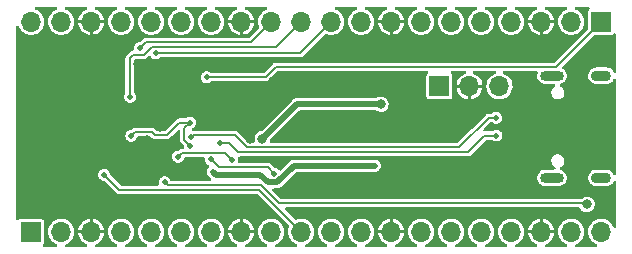
<source format=gbr>
%TF.GenerationSoftware,KiCad,Pcbnew,6.0.2+dfsg-1*%
%TF.CreationDate,2023-01-04T10:20:38-05:00*%
%TF.ProjectId,rp2040-basic-parts,72703230-3430-42d6-9261-7369632d7061,rev?*%
%TF.SameCoordinates,Original*%
%TF.FileFunction,Copper,L2,Bot*%
%TF.FilePolarity,Positive*%
%FSLAX46Y46*%
G04 Gerber Fmt 4.6, Leading zero omitted, Abs format (unit mm)*
G04 Created by KiCad (PCBNEW 6.0.2+dfsg-1) date 2023-01-04 10:20:38*
%MOMM*%
%LPD*%
G01*
G04 APERTURE LIST*
%TA.AperFunction,ComponentPad*%
%ADD10R,1.700000X1.700000*%
%TD*%
%TA.AperFunction,ComponentPad*%
%ADD11O,1.700000X1.700000*%
%TD*%
%TA.AperFunction,ComponentPad*%
%ADD12O,2.000000X0.900000*%
%TD*%
%TA.AperFunction,ComponentPad*%
%ADD13O,1.700000X0.900000*%
%TD*%
%TA.AperFunction,ViaPad*%
%ADD14C,0.500000*%
%TD*%
%TA.AperFunction,ViaPad*%
%ADD15C,0.800000*%
%TD*%
%TA.AperFunction,Conductor*%
%ADD16C,0.500000*%
%TD*%
%TA.AperFunction,Conductor*%
%ADD17C,0.200000*%
%TD*%
G04 APERTURE END LIST*
D10*
%TO.P,J2,1,Pin_1*%
%TO.N,GPIO0*%
X167640000Y-101600000D03*
D11*
%TO.P,J2,2,Pin_2*%
%TO.N,GPIO1*%
X165100000Y-101600000D03*
%TO.P,J2,3,Pin_3*%
%TO.N,GND*%
X162560000Y-101600000D03*
%TO.P,J2,4,Pin_4*%
%TO.N,GPIO2*%
X160020000Y-101600000D03*
%TO.P,J2,5,Pin_5*%
%TO.N,GPIO3*%
X157480000Y-101600000D03*
%TO.P,J2,6,Pin_6*%
%TO.N,GPIO4*%
X154940000Y-101600000D03*
%TO.P,J2,7,Pin_7*%
%TO.N,GPIO5*%
X152400000Y-101600000D03*
%TO.P,J2,8,Pin_8*%
%TO.N,GND*%
X149860000Y-101600000D03*
%TO.P,J2,9,Pin_9*%
%TO.N,GPIO6*%
X147320000Y-101600000D03*
%TO.P,J2,10,Pin_10*%
%TO.N,GPIO7*%
X144780000Y-101600000D03*
%TO.P,J2,11,Pin_11*%
%TO.N,GPIO8*%
X142240000Y-101600000D03*
%TO.P,J2,12,Pin_12*%
%TO.N,GPIO9*%
X139700000Y-101600000D03*
%TO.P,J2,13,Pin_13*%
%TO.N,GND*%
X137160000Y-101600000D03*
%TO.P,J2,14,Pin_14*%
%TO.N,GPIO10*%
X134620000Y-101600000D03*
%TO.P,J2,15,Pin_15*%
%TO.N,GPIO11*%
X132080000Y-101600000D03*
%TO.P,J2,16,Pin_16*%
%TO.N,GPIO12*%
X129540000Y-101600000D03*
%TO.P,J2,17,Pin_17*%
%TO.N,GPIO13*%
X127000000Y-101600000D03*
%TO.P,J2,18,Pin_18*%
%TO.N,GND*%
X124460000Y-101600000D03*
%TO.P,J2,19,Pin_19*%
%TO.N,GPIO14*%
X121920000Y-101600000D03*
%TO.P,J2,20,Pin_20*%
%TO.N,GPIO15*%
X119380000Y-101600000D03*
%TD*%
D10*
%TO.P,J3,1,Pin_1*%
%TO.N,GPIO16*%
X119380000Y-119380000D03*
D11*
%TO.P,J3,2,Pin_2*%
%TO.N,GPIO17*%
X121920000Y-119380000D03*
%TO.P,J3,3,Pin_3*%
%TO.N,GND*%
X124460000Y-119380000D03*
%TO.P,J3,4,Pin_4*%
%TO.N,GPIO18*%
X127000000Y-119380000D03*
%TO.P,J3,5,Pin_5*%
%TO.N,GPIO19*%
X129540000Y-119380000D03*
%TO.P,J3,6,Pin_6*%
%TO.N,GPIO20*%
X132080000Y-119380000D03*
%TO.P,J3,7,Pin_7*%
%TO.N,GPIO21*%
X134620000Y-119380000D03*
%TO.P,J3,8,Pin_8*%
%TO.N,GND*%
X137160000Y-119380000D03*
%TO.P,J3,9,Pin_9*%
%TO.N,GPIO22*%
X139700000Y-119380000D03*
%TO.P,J3,10,Pin_10*%
%TO.N,RUN*%
X142240000Y-119380000D03*
%TO.P,J3,11,Pin_11*%
%TO.N,GPIO26{slash}ADC0*%
X144780000Y-119380000D03*
%TO.P,J3,12,Pin_12*%
%TO.N,GPIO27{slash}ADC1*%
X147320000Y-119380000D03*
%TO.P,J3,13,Pin_13*%
%TO.N,GND*%
X149860000Y-119380000D03*
%TO.P,J3,14,Pin_14*%
%TO.N,GPIO28{slash}ADC2*%
X152400000Y-119380000D03*
%TO.P,J3,15,Pin_15*%
%TO.N,ADC_VREF*%
X154940000Y-119380000D03*
%TO.P,J3,16,Pin_16*%
%TO.N,+3V3*%
X157480000Y-119380000D03*
%TO.P,J3,17,Pin_17*%
X160020000Y-119380000D03*
%TO.P,J3,18,Pin_18*%
%TO.N,GND*%
X162560000Y-119380000D03*
%TO.P,J3,19,Pin_19*%
%TO.N,VSYS*%
X165100000Y-119380000D03*
%TO.P,J3,20,Pin_20*%
%TO.N,VBUS*%
X167640000Y-119380000D03*
%TD*%
D10*
%TO.P,JP1,1,A*%
%TO.N,Net-(JP1-Pad1)*%
X153939000Y-107061000D03*
D11*
%TO.P,JP1,2,C*%
%TO.N,GND*%
X156479000Y-107061000D03*
%TO.P,JP1,3,B*%
%TO.N,unconnected-(JP1-Pad3)*%
X159019000Y-107061000D03*
%TD*%
D12*
%TO.P,J1,S1,SHIELD*%
%TO.N,Net-(J1-PadS1)*%
X163470000Y-114815000D03*
%TO.P,J1,S2,SHIELD*%
X163470000Y-106165000D03*
D13*
%TO.P,J1,S3,SHIELD*%
X167640000Y-114815000D03*
%TO.P,J1,S4,SHIELD*%
X167640000Y-106165000D03*
%TD*%
D14*
%TO.N,GND*%
X143891000Y-109728000D03*
X132842000Y-108712000D03*
X126746000Y-106934000D03*
X127889000Y-112903000D03*
D15*
X123190000Y-114300000D03*
X156210000Y-102870000D03*
X158750000Y-102870000D03*
X166370000Y-110490000D03*
D14*
%TO.N,+3V3*%
X148463000Y-113792000D03*
X134747000Y-114300000D03*
%TO.N,GND*%
X161798000Y-114046000D03*
%TO.N,+1V1*%
X132842000Y-112140500D03*
X132842000Y-110140500D03*
%TO.N,/RUSB_D_N*%
X158767122Y-111234878D03*
%TO.N,/RUSB_D_P*%
X158750000Y-109728000D03*
%TO.N,+1V1*%
X127852989Y-111239500D03*
D15*
%TO.N,GND*%
X124206000Y-108966000D03*
D14*
%TO.N,/RUSB_D_N*%
X135382000Y-111895624D03*
%TO.N,/RUSB_D_P*%
X132894506Y-111340500D03*
D15*
%TO.N,GND*%
X129159000Y-111633000D03*
X131445000Y-111633000D03*
X131445000Y-109347000D03*
X129159000Y-109347000D03*
X130302000Y-110490000D03*
D14*
X119634000Y-109601000D03*
X118999000Y-104013000D03*
X136652000Y-105410000D03*
X137033000Y-116459000D03*
%TO.N,RUN*%
X125561500Y-114554000D03*
D15*
%TO.N,GND*%
X139864763Y-106642237D03*
D14*
%TO.N,Net-(R6-Pad1)*%
X139954000Y-114468500D03*
X134569444Y-113248556D03*
%TO.N,GPIO29{slash}ADC3*%
X136398000Y-113284000D03*
D15*
%TO.N,GPIO24*%
X166431497Y-117067258D03*
%TO.N,GND*%
X137922000Y-111506000D03*
D14*
%TO.N,GPIO29{slash}ADC3*%
X131826000Y-113030000D03*
%TO.N,GPIO24*%
X130683000Y-115189000D03*
%TO.N,GPIO0*%
X134239000Y-106299000D03*
D15*
%TO.N,GND*%
X133731000Y-113919000D03*
X130429000Y-116713000D03*
X118618000Y-115189000D03*
X148717000Y-110236000D03*
X159131000Y-112903000D03*
D14*
X128258580Y-105187794D03*
D15*
X161798000Y-106680000D03*
X144907000Y-115316000D03*
X168402000Y-117856000D03*
X151257000Y-115189000D03*
%TO.N,Net-(C9-Pad1)*%
X148971000Y-108585000D03*
X138938000Y-111506000D03*
D14*
%TO.N,GPIO7*%
X129921000Y-104267000D03*
%TO.N,GPIO8*%
X127762000Y-107950000D03*
%TO.N,GPIO9*%
X128588711Y-103819020D03*
%TD*%
D16*
%TO.N,+3V3*%
X148463000Y-113792000D02*
X141619759Y-113792000D01*
X141619759Y-113792000D02*
X140222759Y-115189000D01*
X140222759Y-115189000D02*
X139391144Y-115189000D01*
X139391144Y-115189000D02*
X138756144Y-114554000D01*
X138756144Y-114554000D02*
X135001000Y-114554000D01*
X135001000Y-114554000D02*
X134747000Y-114300000D01*
D17*
%TO.N,GPIO24*%
X166431497Y-117067258D02*
X166322230Y-116957991D01*
X166322230Y-116957991D02*
X140382997Y-116957991D01*
X140382997Y-116957991D02*
X138868007Y-115443001D01*
X138868007Y-115443001D02*
X130937000Y-115443000D01*
X130937000Y-115443000D02*
X130683000Y-115189000D01*
%TO.N,Net-(R6-Pad1)*%
X139954000Y-114468500D02*
X139404500Y-113919000D01*
X139404500Y-113919000D02*
X135239888Y-113919000D01*
X135239888Y-113919000D02*
X134569444Y-113248556D01*
%TO.N,GPIO7*%
X129921000Y-104267000D02*
X129922060Y-104265940D01*
X129922060Y-104265940D02*
X142114060Y-104265940D01*
X142114060Y-104265940D02*
X144780000Y-101600000D01*
%TO.N,GPIO8*%
X127762000Y-107950000D02*
X127709069Y-107897069D01*
X140123571Y-103716429D02*
X142240000Y-101600000D01*
X127709069Y-107897069D02*
X127709069Y-104700931D01*
X129582571Y-103716429D02*
X140123571Y-103716429D01*
X127709069Y-104700931D02*
X128016000Y-104394000D01*
X128016000Y-104394000D02*
X128905000Y-104394000D01*
X128905000Y-104394000D02*
X129582571Y-103716429D01*
%TO.N,GPIO9*%
X128588711Y-103819020D02*
X129090822Y-103316909D01*
X129090822Y-103316909D02*
X137983091Y-103316909D01*
X137983091Y-103316909D02*
X139700000Y-101600000D01*
%TO.N,RUN*%
X126850020Y-115842520D02*
X138702520Y-115842520D01*
X125561500Y-114554000D02*
X126850020Y-115842520D01*
X138702520Y-115842520D02*
X142240000Y-119380000D01*
%TO.N,/RUSB_D_N*%
X135382000Y-111895624D02*
X136152624Y-111895624D01*
X136152624Y-111895624D02*
X136906000Y-112649000D01*
X136906000Y-112649000D02*
X156337000Y-112649000D01*
X156337000Y-112649000D02*
X157751122Y-111234878D01*
X157751122Y-111234878D02*
X158767122Y-111234878D01*
%TO.N,+1V1*%
X132842000Y-112140500D02*
X132344995Y-111643495D01*
X132344995Y-111643495D02*
X132344995Y-110637505D01*
X132344995Y-110637505D02*
X132842000Y-110140500D01*
%TO.N,/RUSB_D_P*%
X158115000Y-109728000D02*
X158750000Y-109728000D01*
X132894506Y-111340500D02*
X133038885Y-111196121D01*
X133038885Y-111196121D02*
X136596121Y-111196121D01*
X136596121Y-111196121D02*
X137605511Y-112205511D01*
X137605511Y-112205511D02*
X155637489Y-112205511D01*
X155637489Y-112205511D02*
X158115000Y-109728000D01*
%TO.N,+1V1*%
X127852989Y-111239500D02*
X128159000Y-110933489D01*
X131921500Y-110140500D02*
X132842000Y-110140500D01*
X128159000Y-110933489D02*
X129602489Y-110933489D01*
X129602489Y-110933489D02*
X129858511Y-111189511D01*
X129858511Y-111189511D02*
X130872489Y-111189511D01*
X130872489Y-111189511D02*
X131921500Y-110140500D01*
%TO.N,GPIO29{slash}ADC3*%
X131826000Y-113030000D02*
X132156955Y-112699045D01*
X132156955Y-112699045D02*
X135813045Y-112699045D01*
X135813045Y-112699045D02*
X136398000Y-113284000D01*
D16*
%TO.N,Net-(C9-Pad1)*%
X138938000Y-111506000D02*
X141859000Y-108585000D01*
X141859000Y-108585000D02*
X148971000Y-108585000D01*
D17*
%TO.N,GPIO0*%
X134239000Y-106299000D02*
X139218741Y-106299000D01*
X139218741Y-106299000D02*
X140102261Y-105415480D01*
X140102261Y-105415480D02*
X163824520Y-105415480D01*
X163824520Y-105415480D02*
X167640000Y-101600000D01*
%TD*%
%TA.AperFunction,Conductor*%
%TO.N,GND*%
G36*
X121533686Y-100350002D02*
G01*
X121580179Y-100403658D01*
X121590283Y-100473932D01*
X121560789Y-100538512D01*
X121509176Y-100574212D01*
X121470256Y-100588571D01*
X121442463Y-100598824D01*
X121268010Y-100702612D01*
X121263670Y-100706418D01*
X121263666Y-100706421D01*
X121119733Y-100832648D01*
X121115392Y-100836455D01*
X120989720Y-100995869D01*
X120987031Y-101000980D01*
X120987029Y-101000983D01*
X120974073Y-101025609D01*
X120895203Y-101175515D01*
X120835007Y-101369378D01*
X120811148Y-101570964D01*
X120824424Y-101773522D01*
X120825845Y-101779118D01*
X120825846Y-101779123D01*
X120867514Y-101943186D01*
X120874392Y-101970269D01*
X120876807Y-101975507D01*
X120876809Y-101975512D01*
X120956843Y-102149120D01*
X120959377Y-102154616D01*
X121076533Y-102320389D01*
X121221938Y-102462035D01*
X121390720Y-102574812D01*
X121396023Y-102577090D01*
X121396026Y-102577092D01*
X121508211Y-102625290D01*
X121577228Y-102654942D01*
X121650244Y-102671464D01*
X121769579Y-102698467D01*
X121769584Y-102698468D01*
X121775216Y-102699742D01*
X121780987Y-102699969D01*
X121780989Y-102699969D01*
X121840756Y-102702317D01*
X121978053Y-102707712D01*
X122085341Y-102692156D01*
X122173231Y-102679413D01*
X122173236Y-102679412D01*
X122178945Y-102678584D01*
X122184409Y-102676729D01*
X122184414Y-102676728D01*
X122365693Y-102615192D01*
X122365698Y-102615190D01*
X122371165Y-102613334D01*
X122377019Y-102610056D01*
X122485504Y-102549301D01*
X122548276Y-102514147D01*
X122595265Y-102475067D01*
X122699913Y-102388031D01*
X122704345Y-102384345D01*
X122761734Y-102315343D01*
X122830453Y-102232718D01*
X122830455Y-102232715D01*
X122834147Y-102228276D01*
X122911941Y-102089365D01*
X122930510Y-102056208D01*
X122930511Y-102056206D01*
X122933334Y-102051165D01*
X122935190Y-102045698D01*
X122935192Y-102045693D01*
X122996728Y-101864414D01*
X122996729Y-101864409D01*
X122998584Y-101858945D01*
X122999412Y-101853236D01*
X122999413Y-101853231D01*
X123015453Y-101742602D01*
X123362899Y-101742602D01*
X123364542Y-101767676D01*
X123366343Y-101779046D01*
X123413443Y-101964502D01*
X123417284Y-101975348D01*
X123497394Y-102149120D01*
X123503145Y-102159081D01*
X123613579Y-102315343D01*
X123621057Y-102324098D01*
X123758114Y-102457612D01*
X123767058Y-102464855D01*
X123926156Y-102571161D01*
X123936266Y-102576651D01*
X124112077Y-102652185D01*
X124123020Y-102655740D01*
X124309647Y-102697970D01*
X124316383Y-102698857D01*
X124330302Y-102695357D01*
X124330658Y-102694978D01*
X124333000Y-102685144D01*
X124333000Y-102679095D01*
X124587000Y-102679095D01*
X124590966Y-102692601D01*
X124604966Y-102694605D01*
X124713106Y-102678926D01*
X124724302Y-102676238D01*
X124905497Y-102614730D01*
X124915994Y-102610056D01*
X125082958Y-102516552D01*
X125092430Y-102510042D01*
X125239553Y-102387682D01*
X125247682Y-102379553D01*
X125370042Y-102232430D01*
X125376552Y-102222958D01*
X125470056Y-102055994D01*
X125474730Y-102045497D01*
X125536238Y-101864302D01*
X125538926Y-101853106D01*
X125554610Y-101744929D01*
X125552624Y-101730993D01*
X125539056Y-101727000D01*
X124605115Y-101727000D01*
X124589876Y-101731475D01*
X124588671Y-101732865D01*
X124587000Y-101740548D01*
X124587000Y-102679095D01*
X124333000Y-102679095D01*
X124333000Y-101745115D01*
X124328525Y-101729876D01*
X124327135Y-101728671D01*
X124319452Y-101727000D01*
X123379991Y-101727000D01*
X123364951Y-101731416D01*
X123362899Y-101742602D01*
X123015453Y-101742602D01*
X123027179Y-101661727D01*
X123027712Y-101658053D01*
X123029232Y-101600000D01*
X123017562Y-101473000D01*
X123011187Y-101403613D01*
X123011186Y-101403610D01*
X123010658Y-101397859D01*
X123004271Y-101375211D01*
X122957125Y-101208046D01*
X122957124Y-101208044D01*
X122955557Y-101202487D01*
X122945076Y-101181232D01*
X122868331Y-101025609D01*
X122865776Y-101020428D01*
X122744320Y-100857779D01*
X122595258Y-100719987D01*
X122590375Y-100716906D01*
X122590371Y-100716903D01*
X122444728Y-100625010D01*
X122423581Y-100611667D01*
X122326737Y-100573030D01*
X122270877Y-100529209D01*
X122247577Y-100462145D01*
X122264233Y-100393130D01*
X122315557Y-100344075D01*
X122373427Y-100330000D01*
X124007010Y-100330000D01*
X124075131Y-100350002D01*
X124121624Y-100403658D01*
X124131728Y-100473932D01*
X124102234Y-100538512D01*
X124050621Y-100574212D01*
X123988095Y-100597279D01*
X123977717Y-100602229D01*
X123813273Y-100700063D01*
X123803961Y-100706829D01*
X123660097Y-100832994D01*
X123652180Y-100841337D01*
X123533718Y-100991605D01*
X123527450Y-101001256D01*
X123438360Y-101170589D01*
X123433951Y-101181232D01*
X123377210Y-101363967D01*
X123374820Y-101375211D01*
X123365375Y-101455012D01*
X123367817Y-101469431D01*
X123380559Y-101473000D01*
X125538945Y-101473000D01*
X125553490Y-101468729D01*
X125555553Y-101456595D01*
X125550693Y-101403707D01*
X125548595Y-101392386D01*
X125496658Y-101208231D01*
X125492533Y-101197484D01*
X125407903Y-101025871D01*
X125401893Y-101016063D01*
X125287400Y-100862739D01*
X125279710Y-100854199D01*
X125139192Y-100724304D01*
X125130067Y-100717303D01*
X124968236Y-100615195D01*
X124957989Y-100609974D01*
X124865387Y-100573030D01*
X124809528Y-100529210D01*
X124786227Y-100462146D01*
X124802883Y-100393130D01*
X124854207Y-100344076D01*
X124912077Y-100330000D01*
X126545565Y-100330000D01*
X126613686Y-100350002D01*
X126660179Y-100403658D01*
X126670283Y-100473932D01*
X126640789Y-100538512D01*
X126589176Y-100574212D01*
X126550256Y-100588571D01*
X126522463Y-100598824D01*
X126348010Y-100702612D01*
X126343670Y-100706418D01*
X126343666Y-100706421D01*
X126199733Y-100832648D01*
X126195392Y-100836455D01*
X126069720Y-100995869D01*
X126067031Y-101000980D01*
X126067029Y-101000983D01*
X126054073Y-101025609D01*
X125975203Y-101175515D01*
X125915007Y-101369378D01*
X125891148Y-101570964D01*
X125904424Y-101773522D01*
X125905845Y-101779118D01*
X125905846Y-101779123D01*
X125947514Y-101943186D01*
X125954392Y-101970269D01*
X125956807Y-101975507D01*
X125956809Y-101975512D01*
X126036843Y-102149120D01*
X126039377Y-102154616D01*
X126156533Y-102320389D01*
X126301938Y-102462035D01*
X126470720Y-102574812D01*
X126476023Y-102577090D01*
X126476026Y-102577092D01*
X126588211Y-102625290D01*
X126657228Y-102654942D01*
X126730244Y-102671464D01*
X126849579Y-102698467D01*
X126849584Y-102698468D01*
X126855216Y-102699742D01*
X126860987Y-102699969D01*
X126860989Y-102699969D01*
X126920756Y-102702317D01*
X127058053Y-102707712D01*
X127165341Y-102692156D01*
X127253231Y-102679413D01*
X127253236Y-102679412D01*
X127258945Y-102678584D01*
X127264409Y-102676729D01*
X127264414Y-102676728D01*
X127445693Y-102615192D01*
X127445698Y-102615190D01*
X127451165Y-102613334D01*
X127457019Y-102610056D01*
X127565504Y-102549301D01*
X127628276Y-102514147D01*
X127675265Y-102475067D01*
X127779913Y-102388031D01*
X127784345Y-102384345D01*
X127841734Y-102315343D01*
X127910453Y-102232718D01*
X127910455Y-102232715D01*
X127914147Y-102228276D01*
X127991941Y-102089365D01*
X128010510Y-102056208D01*
X128010511Y-102056206D01*
X128013334Y-102051165D01*
X128015190Y-102045698D01*
X128015192Y-102045693D01*
X128076728Y-101864414D01*
X128076729Y-101864409D01*
X128078584Y-101858945D01*
X128079412Y-101853236D01*
X128079413Y-101853231D01*
X128107179Y-101661727D01*
X128107712Y-101658053D01*
X128109232Y-101600000D01*
X128097562Y-101473000D01*
X128091187Y-101403613D01*
X128091186Y-101403610D01*
X128090658Y-101397859D01*
X128084271Y-101375211D01*
X128037125Y-101208046D01*
X128037124Y-101208044D01*
X128035557Y-101202487D01*
X128025076Y-101181232D01*
X127948331Y-101025609D01*
X127945776Y-101020428D01*
X127824320Y-100857779D01*
X127675258Y-100719987D01*
X127670375Y-100716906D01*
X127670371Y-100716903D01*
X127524728Y-100625010D01*
X127503581Y-100611667D01*
X127406737Y-100573030D01*
X127350877Y-100529209D01*
X127327577Y-100462145D01*
X127344233Y-100393130D01*
X127395557Y-100344075D01*
X127453427Y-100330000D01*
X129085565Y-100330000D01*
X129153686Y-100350002D01*
X129200179Y-100403658D01*
X129210283Y-100473932D01*
X129180789Y-100538512D01*
X129129176Y-100574212D01*
X129090256Y-100588571D01*
X129062463Y-100598824D01*
X128888010Y-100702612D01*
X128883670Y-100706418D01*
X128883666Y-100706421D01*
X128739733Y-100832648D01*
X128735392Y-100836455D01*
X128609720Y-100995869D01*
X128607031Y-101000980D01*
X128607029Y-101000983D01*
X128594073Y-101025609D01*
X128515203Y-101175515D01*
X128455007Y-101369378D01*
X128431148Y-101570964D01*
X128444424Y-101773522D01*
X128445845Y-101779118D01*
X128445846Y-101779123D01*
X128487514Y-101943186D01*
X128494392Y-101970269D01*
X128496807Y-101975507D01*
X128496809Y-101975512D01*
X128576843Y-102149120D01*
X128579377Y-102154616D01*
X128696533Y-102320389D01*
X128841938Y-102462035D01*
X129010720Y-102574812D01*
X129016023Y-102577090D01*
X129016026Y-102577092D01*
X129128211Y-102625290D01*
X129197228Y-102654942D01*
X129270244Y-102671464D01*
X129389579Y-102698467D01*
X129389584Y-102698468D01*
X129395216Y-102699742D01*
X129400987Y-102699969D01*
X129400989Y-102699969D01*
X129460756Y-102702317D01*
X129598053Y-102707712D01*
X129705341Y-102692156D01*
X129793231Y-102679413D01*
X129793236Y-102679412D01*
X129798945Y-102678584D01*
X129804409Y-102676729D01*
X129804414Y-102676728D01*
X129985693Y-102615192D01*
X129985698Y-102615190D01*
X129991165Y-102613334D01*
X129997019Y-102610056D01*
X130105504Y-102549301D01*
X130168276Y-102514147D01*
X130215265Y-102475067D01*
X130319913Y-102388031D01*
X130324345Y-102384345D01*
X130381734Y-102315343D01*
X130450453Y-102232718D01*
X130450455Y-102232715D01*
X130454147Y-102228276D01*
X130531941Y-102089365D01*
X130550510Y-102056208D01*
X130550511Y-102056206D01*
X130553334Y-102051165D01*
X130555190Y-102045698D01*
X130555192Y-102045693D01*
X130616728Y-101864414D01*
X130616729Y-101864409D01*
X130618584Y-101858945D01*
X130619412Y-101853236D01*
X130619413Y-101853231D01*
X130647179Y-101661727D01*
X130647712Y-101658053D01*
X130649232Y-101600000D01*
X130637562Y-101473000D01*
X130631187Y-101403613D01*
X130631186Y-101403610D01*
X130630658Y-101397859D01*
X130624271Y-101375211D01*
X130577125Y-101208046D01*
X130577124Y-101208044D01*
X130575557Y-101202487D01*
X130565076Y-101181232D01*
X130488331Y-101025609D01*
X130485776Y-101020428D01*
X130364320Y-100857779D01*
X130215258Y-100719987D01*
X130210375Y-100716906D01*
X130210371Y-100716903D01*
X130064728Y-100625010D01*
X130043581Y-100611667D01*
X129946737Y-100573030D01*
X129890877Y-100529209D01*
X129867577Y-100462145D01*
X129884233Y-100393130D01*
X129935557Y-100344075D01*
X129993427Y-100330000D01*
X131625565Y-100330000D01*
X131693686Y-100350002D01*
X131740179Y-100403658D01*
X131750283Y-100473932D01*
X131720789Y-100538512D01*
X131669176Y-100574212D01*
X131630256Y-100588571D01*
X131602463Y-100598824D01*
X131428010Y-100702612D01*
X131423670Y-100706418D01*
X131423666Y-100706421D01*
X131279733Y-100832648D01*
X131275392Y-100836455D01*
X131149720Y-100995869D01*
X131147031Y-101000980D01*
X131147029Y-101000983D01*
X131134073Y-101025609D01*
X131055203Y-101175515D01*
X130995007Y-101369378D01*
X130971148Y-101570964D01*
X130984424Y-101773522D01*
X130985845Y-101779118D01*
X130985846Y-101779123D01*
X131027514Y-101943186D01*
X131034392Y-101970269D01*
X131036807Y-101975507D01*
X131036809Y-101975512D01*
X131116843Y-102149120D01*
X131119377Y-102154616D01*
X131236533Y-102320389D01*
X131381938Y-102462035D01*
X131550720Y-102574812D01*
X131556023Y-102577090D01*
X131556026Y-102577092D01*
X131668211Y-102625290D01*
X131737228Y-102654942D01*
X131810244Y-102671464D01*
X131929579Y-102698467D01*
X131929584Y-102698468D01*
X131935216Y-102699742D01*
X131940987Y-102699969D01*
X131940989Y-102699969D01*
X132000756Y-102702317D01*
X132138053Y-102707712D01*
X132245341Y-102692156D01*
X132333231Y-102679413D01*
X132333236Y-102679412D01*
X132338945Y-102678584D01*
X132344409Y-102676729D01*
X132344414Y-102676728D01*
X132525693Y-102615192D01*
X132525698Y-102615190D01*
X132531165Y-102613334D01*
X132537019Y-102610056D01*
X132645504Y-102549301D01*
X132708276Y-102514147D01*
X132755265Y-102475067D01*
X132859913Y-102388031D01*
X132864345Y-102384345D01*
X132921734Y-102315343D01*
X132990453Y-102232718D01*
X132990455Y-102232715D01*
X132994147Y-102228276D01*
X133071941Y-102089365D01*
X133090510Y-102056208D01*
X133090511Y-102056206D01*
X133093334Y-102051165D01*
X133095190Y-102045698D01*
X133095192Y-102045693D01*
X133156728Y-101864414D01*
X133156729Y-101864409D01*
X133158584Y-101858945D01*
X133159412Y-101853236D01*
X133159413Y-101853231D01*
X133187179Y-101661727D01*
X133187712Y-101658053D01*
X133189232Y-101600000D01*
X133177562Y-101473000D01*
X133171187Y-101403613D01*
X133171186Y-101403610D01*
X133170658Y-101397859D01*
X133164271Y-101375211D01*
X133117125Y-101208046D01*
X133117124Y-101208044D01*
X133115557Y-101202487D01*
X133105076Y-101181232D01*
X133028331Y-101025609D01*
X133025776Y-101020428D01*
X132904320Y-100857779D01*
X132755258Y-100719987D01*
X132750375Y-100716906D01*
X132750371Y-100716903D01*
X132604728Y-100625010D01*
X132583581Y-100611667D01*
X132486737Y-100573030D01*
X132430877Y-100529209D01*
X132407577Y-100462145D01*
X132424233Y-100393130D01*
X132475557Y-100344075D01*
X132533427Y-100330000D01*
X134165565Y-100330000D01*
X134233686Y-100350002D01*
X134280179Y-100403658D01*
X134290283Y-100473932D01*
X134260789Y-100538512D01*
X134209176Y-100574212D01*
X134170256Y-100588571D01*
X134142463Y-100598824D01*
X133968010Y-100702612D01*
X133963670Y-100706418D01*
X133963666Y-100706421D01*
X133819733Y-100832648D01*
X133815392Y-100836455D01*
X133689720Y-100995869D01*
X133687031Y-101000980D01*
X133687029Y-101000983D01*
X133674073Y-101025609D01*
X133595203Y-101175515D01*
X133535007Y-101369378D01*
X133511148Y-101570964D01*
X133524424Y-101773522D01*
X133525845Y-101779118D01*
X133525846Y-101779123D01*
X133567514Y-101943186D01*
X133574392Y-101970269D01*
X133576807Y-101975507D01*
X133576809Y-101975512D01*
X133656843Y-102149120D01*
X133659377Y-102154616D01*
X133776533Y-102320389D01*
X133921938Y-102462035D01*
X134090720Y-102574812D01*
X134096023Y-102577090D01*
X134096026Y-102577092D01*
X134208211Y-102625290D01*
X134277228Y-102654942D01*
X134350244Y-102671464D01*
X134469579Y-102698467D01*
X134469584Y-102698468D01*
X134475216Y-102699742D01*
X134480987Y-102699969D01*
X134480989Y-102699969D01*
X134540756Y-102702317D01*
X134678053Y-102707712D01*
X134785341Y-102692156D01*
X134873231Y-102679413D01*
X134873236Y-102679412D01*
X134878945Y-102678584D01*
X134884409Y-102676729D01*
X134884414Y-102676728D01*
X135065693Y-102615192D01*
X135065698Y-102615190D01*
X135071165Y-102613334D01*
X135077019Y-102610056D01*
X135185504Y-102549301D01*
X135248276Y-102514147D01*
X135295265Y-102475067D01*
X135399913Y-102388031D01*
X135404345Y-102384345D01*
X135461734Y-102315343D01*
X135530453Y-102232718D01*
X135530455Y-102232715D01*
X135534147Y-102228276D01*
X135611941Y-102089365D01*
X135630510Y-102056208D01*
X135630511Y-102056206D01*
X135633334Y-102051165D01*
X135635190Y-102045698D01*
X135635192Y-102045693D01*
X135696728Y-101864414D01*
X135696729Y-101864409D01*
X135698584Y-101858945D01*
X135699412Y-101853236D01*
X135699413Y-101853231D01*
X135715453Y-101742602D01*
X136062899Y-101742602D01*
X136064542Y-101767676D01*
X136066343Y-101779046D01*
X136113443Y-101964502D01*
X136117284Y-101975348D01*
X136197394Y-102149120D01*
X136203145Y-102159081D01*
X136313579Y-102315343D01*
X136321057Y-102324098D01*
X136458114Y-102457612D01*
X136467058Y-102464855D01*
X136626156Y-102571161D01*
X136636266Y-102576651D01*
X136812077Y-102652185D01*
X136823020Y-102655740D01*
X137009647Y-102697970D01*
X137016383Y-102698857D01*
X137030302Y-102695357D01*
X137030658Y-102694978D01*
X137033000Y-102685144D01*
X137033000Y-102679095D01*
X137287000Y-102679095D01*
X137290966Y-102692601D01*
X137304966Y-102694605D01*
X137413106Y-102678926D01*
X137424302Y-102676238D01*
X137605497Y-102614730D01*
X137615994Y-102610056D01*
X137782958Y-102516552D01*
X137792430Y-102510042D01*
X137939553Y-102387682D01*
X137947682Y-102379553D01*
X138070042Y-102232430D01*
X138076552Y-102222958D01*
X138170056Y-102055994D01*
X138174730Y-102045497D01*
X138236238Y-101864302D01*
X138238926Y-101853106D01*
X138254610Y-101744929D01*
X138252624Y-101730993D01*
X138239056Y-101727000D01*
X137305115Y-101727000D01*
X137289876Y-101731475D01*
X137288671Y-101732865D01*
X137287000Y-101740548D01*
X137287000Y-102679095D01*
X137033000Y-102679095D01*
X137033000Y-101745115D01*
X137028525Y-101729876D01*
X137027135Y-101728671D01*
X137019452Y-101727000D01*
X136079991Y-101727000D01*
X136064951Y-101731416D01*
X136062899Y-101742602D01*
X135715453Y-101742602D01*
X135727179Y-101661727D01*
X135727712Y-101658053D01*
X135729232Y-101600000D01*
X135717562Y-101473000D01*
X135711187Y-101403613D01*
X135711186Y-101403610D01*
X135710658Y-101397859D01*
X135704271Y-101375211D01*
X135657125Y-101208046D01*
X135657124Y-101208044D01*
X135655557Y-101202487D01*
X135645076Y-101181232D01*
X135568331Y-101025609D01*
X135565776Y-101020428D01*
X135444320Y-100857779D01*
X135295258Y-100719987D01*
X135290375Y-100716906D01*
X135290371Y-100716903D01*
X135144728Y-100625010D01*
X135123581Y-100611667D01*
X135026737Y-100573030D01*
X134970877Y-100529209D01*
X134947577Y-100462145D01*
X134964233Y-100393130D01*
X135015557Y-100344075D01*
X135073427Y-100330000D01*
X136707010Y-100330000D01*
X136775131Y-100350002D01*
X136821624Y-100403658D01*
X136831728Y-100473932D01*
X136802234Y-100538512D01*
X136750621Y-100574212D01*
X136688095Y-100597279D01*
X136677717Y-100602229D01*
X136513273Y-100700063D01*
X136503961Y-100706829D01*
X136360097Y-100832994D01*
X136352180Y-100841337D01*
X136233718Y-100991605D01*
X136227450Y-101001256D01*
X136138360Y-101170589D01*
X136133951Y-101181232D01*
X136077210Y-101363967D01*
X136074820Y-101375211D01*
X136065375Y-101455012D01*
X136067817Y-101469431D01*
X136080559Y-101473000D01*
X138238945Y-101473000D01*
X138253490Y-101468729D01*
X138255553Y-101456595D01*
X138250693Y-101403707D01*
X138248595Y-101392386D01*
X138196658Y-101208231D01*
X138192533Y-101197484D01*
X138107903Y-101025871D01*
X138101893Y-101016063D01*
X137987400Y-100862739D01*
X137979710Y-100854199D01*
X137839192Y-100724304D01*
X137830067Y-100717303D01*
X137668236Y-100615195D01*
X137657989Y-100609974D01*
X137565387Y-100573030D01*
X137509528Y-100529210D01*
X137486227Y-100462146D01*
X137502883Y-100393130D01*
X137554207Y-100344076D01*
X137612077Y-100330000D01*
X139245565Y-100330000D01*
X139313686Y-100350002D01*
X139360179Y-100403658D01*
X139370283Y-100473932D01*
X139340789Y-100538512D01*
X139289176Y-100574212D01*
X139250256Y-100588571D01*
X139222463Y-100598824D01*
X139048010Y-100702612D01*
X139043670Y-100706418D01*
X139043666Y-100706421D01*
X138899733Y-100832648D01*
X138895392Y-100836455D01*
X138769720Y-100995869D01*
X138767031Y-101000980D01*
X138767029Y-101000983D01*
X138754073Y-101025609D01*
X138675203Y-101175515D01*
X138615007Y-101369378D01*
X138591148Y-101570964D01*
X138604424Y-101773522D01*
X138605845Y-101779118D01*
X138605846Y-101779123D01*
X138647514Y-101943186D01*
X138654392Y-101970269D01*
X138672531Y-102009616D01*
X138682886Y-102079852D01*
X138653624Y-102144537D01*
X138647200Y-102151461D01*
X137873157Y-102925504D01*
X137810845Y-102959530D01*
X137784062Y-102962409D01*
X129142079Y-102962409D01*
X129122285Y-102960303D01*
X129117932Y-102960098D01*
X129107752Y-102957906D01*
X129077082Y-102961536D01*
X129071739Y-102961851D01*
X129071750Y-102961981D01*
X129066570Y-102962409D01*
X129061371Y-102962409D01*
X129056247Y-102963262D01*
X129056234Y-102963263D01*
X129043781Y-102965336D01*
X129037906Y-102966173D01*
X129000893Y-102970554D01*
X128990552Y-102971778D01*
X128982844Y-102975479D01*
X128974405Y-102976884D01*
X128932421Y-102999538D01*
X128927158Y-103002219D01*
X128884164Y-103022864D01*
X128880172Y-103026220D01*
X128878225Y-103028167D01*
X128876600Y-103029657D01*
X128876168Y-103029890D01*
X128876135Y-103029854D01*
X128875977Y-103029993D01*
X128870542Y-103032926D01*
X128863473Y-103040573D01*
X128836476Y-103069778D01*
X128833047Y-103073344D01*
X128629126Y-103277265D01*
X128566814Y-103311291D01*
X128539264Y-103314168D01*
X128531295Y-103314120D01*
X128519538Y-103314048D01*
X128510906Y-103316515D01*
X128389220Y-103351292D01*
X128389216Y-103351294D01*
X128380590Y-103353759D01*
X128373003Y-103358546D01*
X128373001Y-103358547D01*
X128367641Y-103361929D01*
X128258372Y-103430873D01*
X128162710Y-103539190D01*
X128101294Y-103670002D01*
X128079061Y-103812793D01*
X128080225Y-103821695D01*
X128080225Y-103821698D01*
X128085620Y-103862947D01*
X128089346Y-103891438D01*
X128090328Y-103898950D01*
X128079328Y-103969089D01*
X128032154Y-104022147D01*
X127986079Y-104039578D01*
X127972646Y-104041814D01*
X127968958Y-104042428D01*
X127963084Y-104043264D01*
X127926071Y-104047645D01*
X127915730Y-104048869D01*
X127908022Y-104052570D01*
X127899583Y-104053975D01*
X127857599Y-104076629D01*
X127852336Y-104079310D01*
X127809342Y-104099955D01*
X127805350Y-104103311D01*
X127803403Y-104105258D01*
X127801778Y-104106748D01*
X127801346Y-104106981D01*
X127801313Y-104106945D01*
X127801155Y-104107084D01*
X127795720Y-104110017D01*
X127788651Y-104117664D01*
X127761654Y-104146869D01*
X127758226Y-104150435D01*
X127494647Y-104414015D01*
X127479167Y-104426517D01*
X127475937Y-104429456D01*
X127467187Y-104435106D01*
X127448060Y-104459369D01*
X127444510Y-104463364D01*
X127444609Y-104463448D01*
X127441251Y-104467411D01*
X127437575Y-104471087D01*
X127434552Y-104475316D01*
X127434552Y-104475317D01*
X127427215Y-104485583D01*
X127423654Y-104490326D01*
X127400572Y-104519606D01*
X127400570Y-104519610D01*
X127394123Y-104527788D01*
X127391290Y-104535856D01*
X127386316Y-104542816D01*
X127383332Y-104552794D01*
X127372649Y-104588517D01*
X127370813Y-104594166D01*
X127366669Y-104605965D01*
X127355019Y-104639139D01*
X127354569Y-104644335D01*
X127354569Y-104647040D01*
X127354472Y-104649296D01*
X127354329Y-104649772D01*
X127354283Y-104649770D01*
X127354270Y-104649969D01*
X127352501Y-104655886D01*
X127353899Y-104691475D01*
X127354472Y-104706055D01*
X127354569Y-104711001D01*
X127354569Y-107606535D01*
X127335595Y-107669981D01*
X127335999Y-107670170D01*
X127332186Y-107678292D01*
X127332185Y-107678293D01*
X127314308Y-107716371D01*
X127274583Y-107800982D01*
X127273203Y-107809846D01*
X127273202Y-107809849D01*
X127254356Y-107930892D01*
X127252350Y-107943773D01*
X127253514Y-107952675D01*
X127253514Y-107952678D01*
X127269924Y-108078164D01*
X127271088Y-108087065D01*
X127329289Y-108219339D01*
X127422276Y-108329960D01*
X127429747Y-108334933D01*
X127429748Y-108334934D01*
X127535101Y-108405063D01*
X127535103Y-108405064D01*
X127542574Y-108410037D01*
X127551138Y-108412713D01*
X127551141Y-108412714D01*
X127599214Y-108427733D01*
X127680510Y-108453132D01*
X127824998Y-108455780D01*
X127844530Y-108450455D01*
X127955763Y-108420130D01*
X127955765Y-108420129D01*
X127964422Y-108417769D01*
X128087572Y-108342154D01*
X128184551Y-108235014D01*
X128224211Y-108153155D01*
X128243645Y-108113043D01*
X128243645Y-108113042D01*
X128247560Y-108104962D01*
X128271536Y-107962453D01*
X128271688Y-107950000D01*
X128251201Y-107806948D01*
X128241267Y-107785098D01*
X128236970Y-107775649D01*
X128191388Y-107675395D01*
X128185530Y-107668596D01*
X128185527Y-107668592D01*
X128097056Y-107565918D01*
X128099131Y-107564130D01*
X128068553Y-107516194D01*
X128063569Y-107481105D01*
X128063569Y-104899961D01*
X128083571Y-104831840D01*
X128100472Y-104810867D01*
X128125932Y-104785406D01*
X128188243Y-104751380D01*
X128215029Y-104748500D01*
X128853743Y-104748500D01*
X128873537Y-104750606D01*
X128877890Y-104750811D01*
X128888070Y-104753003D01*
X128918740Y-104749373D01*
X128924083Y-104749058D01*
X128924072Y-104748928D01*
X128929252Y-104748500D01*
X128934451Y-104748500D01*
X128939575Y-104747647D01*
X128939588Y-104747646D01*
X128952041Y-104745573D01*
X128957916Y-104744736D01*
X128994929Y-104740355D01*
X129005270Y-104739131D01*
X129012978Y-104735430D01*
X129021417Y-104734025D01*
X129063401Y-104711371D01*
X129068664Y-104708690D01*
X129076870Y-104704750D01*
X129111658Y-104688045D01*
X129115650Y-104684689D01*
X129117597Y-104682742D01*
X129119222Y-104681252D01*
X129119654Y-104681019D01*
X129119687Y-104681055D01*
X129119845Y-104680916D01*
X129125280Y-104677983D01*
X129142686Y-104659154D01*
X129159357Y-104641119D01*
X129162786Y-104637553D01*
X129290956Y-104509383D01*
X129353268Y-104475357D01*
X129424083Y-104480422D01*
X129480919Y-104522969D01*
X129485092Y-104529073D01*
X129488289Y-104536339D01*
X129494063Y-104543208D01*
X129573369Y-104637553D01*
X129581276Y-104646960D01*
X129588747Y-104651933D01*
X129588748Y-104651934D01*
X129694101Y-104722063D01*
X129694103Y-104722064D01*
X129701574Y-104727037D01*
X129710138Y-104729713D01*
X129710141Y-104729714D01*
X129744201Y-104740355D01*
X129839510Y-104770132D01*
X129983998Y-104772780D01*
X130003530Y-104767455D01*
X130114763Y-104737130D01*
X130114765Y-104737129D01*
X130123422Y-104734769D01*
X130246572Y-104659154D01*
X130252596Y-104652499D01*
X130256213Y-104649496D01*
X130321401Y-104621372D01*
X130336698Y-104620440D01*
X142062803Y-104620440D01*
X142082597Y-104622546D01*
X142086950Y-104622751D01*
X142097130Y-104624943D01*
X142127800Y-104621313D01*
X142133143Y-104620998D01*
X142133132Y-104620868D01*
X142138312Y-104620440D01*
X142143511Y-104620440D01*
X142148635Y-104619587D01*
X142148648Y-104619586D01*
X142161101Y-104617513D01*
X142166976Y-104616676D01*
X142203989Y-104612295D01*
X142214330Y-104611071D01*
X142222038Y-104607370D01*
X142230477Y-104605965D01*
X142272461Y-104583311D01*
X142277724Y-104580630D01*
X142285930Y-104576690D01*
X142320718Y-104559985D01*
X142324710Y-104556629D01*
X142326657Y-104554682D01*
X142328282Y-104553192D01*
X142328714Y-104552959D01*
X142328747Y-104552995D01*
X142328905Y-104552856D01*
X142334340Y-104549923D01*
X142368417Y-104513059D01*
X142371846Y-104509493D01*
X144229377Y-102651962D01*
X144291689Y-102617936D01*
X144368210Y-102625290D01*
X144431912Y-102652659D01*
X144431921Y-102652662D01*
X144437228Y-102654942D01*
X144510244Y-102671464D01*
X144629579Y-102698467D01*
X144629584Y-102698468D01*
X144635216Y-102699742D01*
X144640987Y-102699969D01*
X144640989Y-102699969D01*
X144700756Y-102702317D01*
X144838053Y-102707712D01*
X144945341Y-102692156D01*
X145033231Y-102679413D01*
X145033236Y-102679412D01*
X145038945Y-102678584D01*
X145044409Y-102676729D01*
X145044414Y-102676728D01*
X145225693Y-102615192D01*
X145225698Y-102615190D01*
X145231165Y-102613334D01*
X145237019Y-102610056D01*
X145345504Y-102549301D01*
X145408276Y-102514147D01*
X145455265Y-102475067D01*
X145559913Y-102388031D01*
X145564345Y-102384345D01*
X145621734Y-102315343D01*
X145690453Y-102232718D01*
X145690455Y-102232715D01*
X145694147Y-102228276D01*
X145771941Y-102089365D01*
X145790510Y-102056208D01*
X145790511Y-102056206D01*
X145793334Y-102051165D01*
X145795190Y-102045698D01*
X145795192Y-102045693D01*
X145856728Y-101864414D01*
X145856729Y-101864409D01*
X145858584Y-101858945D01*
X145859412Y-101853236D01*
X145859413Y-101853231D01*
X145887179Y-101661727D01*
X145887712Y-101658053D01*
X145889232Y-101600000D01*
X145877562Y-101473000D01*
X145871187Y-101403613D01*
X145871186Y-101403610D01*
X145870658Y-101397859D01*
X145864271Y-101375211D01*
X145817125Y-101208046D01*
X145817124Y-101208044D01*
X145815557Y-101202487D01*
X145805076Y-101181232D01*
X145728331Y-101025609D01*
X145725776Y-101020428D01*
X145604320Y-100857779D01*
X145455258Y-100719987D01*
X145450375Y-100716906D01*
X145450371Y-100716903D01*
X145304728Y-100625010D01*
X145283581Y-100611667D01*
X145186737Y-100573030D01*
X145130877Y-100529209D01*
X145107577Y-100462145D01*
X145124233Y-100393130D01*
X145175557Y-100344075D01*
X145233427Y-100330000D01*
X146865565Y-100330000D01*
X146933686Y-100350002D01*
X146980179Y-100403658D01*
X146990283Y-100473932D01*
X146960789Y-100538512D01*
X146909176Y-100574212D01*
X146870256Y-100588571D01*
X146842463Y-100598824D01*
X146668010Y-100702612D01*
X146663670Y-100706418D01*
X146663666Y-100706421D01*
X146519733Y-100832648D01*
X146515392Y-100836455D01*
X146389720Y-100995869D01*
X146387031Y-101000980D01*
X146387029Y-101000983D01*
X146374073Y-101025609D01*
X146295203Y-101175515D01*
X146235007Y-101369378D01*
X146211148Y-101570964D01*
X146224424Y-101773522D01*
X146225845Y-101779118D01*
X146225846Y-101779123D01*
X146267514Y-101943186D01*
X146274392Y-101970269D01*
X146276807Y-101975507D01*
X146276809Y-101975512D01*
X146356843Y-102149120D01*
X146359377Y-102154616D01*
X146476533Y-102320389D01*
X146621938Y-102462035D01*
X146790720Y-102574812D01*
X146796023Y-102577090D01*
X146796026Y-102577092D01*
X146908211Y-102625290D01*
X146977228Y-102654942D01*
X147050244Y-102671464D01*
X147169579Y-102698467D01*
X147169584Y-102698468D01*
X147175216Y-102699742D01*
X147180987Y-102699969D01*
X147180989Y-102699969D01*
X147240756Y-102702317D01*
X147378053Y-102707712D01*
X147485341Y-102692156D01*
X147573231Y-102679413D01*
X147573236Y-102679412D01*
X147578945Y-102678584D01*
X147584409Y-102676729D01*
X147584414Y-102676728D01*
X147765693Y-102615192D01*
X147765698Y-102615190D01*
X147771165Y-102613334D01*
X147777019Y-102610056D01*
X147885504Y-102549301D01*
X147948276Y-102514147D01*
X147995265Y-102475067D01*
X148099913Y-102388031D01*
X148104345Y-102384345D01*
X148161734Y-102315343D01*
X148230453Y-102232718D01*
X148230455Y-102232715D01*
X148234147Y-102228276D01*
X148311941Y-102089365D01*
X148330510Y-102056208D01*
X148330511Y-102056206D01*
X148333334Y-102051165D01*
X148335190Y-102045698D01*
X148335192Y-102045693D01*
X148396728Y-101864414D01*
X148396729Y-101864409D01*
X148398584Y-101858945D01*
X148399412Y-101853236D01*
X148399413Y-101853231D01*
X148415453Y-101742602D01*
X148762899Y-101742602D01*
X148764542Y-101767676D01*
X148766343Y-101779046D01*
X148813443Y-101964502D01*
X148817284Y-101975348D01*
X148897394Y-102149120D01*
X148903145Y-102159081D01*
X149013579Y-102315343D01*
X149021057Y-102324098D01*
X149158114Y-102457612D01*
X149167058Y-102464855D01*
X149326156Y-102571161D01*
X149336266Y-102576651D01*
X149512077Y-102652185D01*
X149523020Y-102655740D01*
X149709647Y-102697970D01*
X149716383Y-102698857D01*
X149730302Y-102695357D01*
X149730658Y-102694978D01*
X149733000Y-102685144D01*
X149733000Y-102679095D01*
X149987000Y-102679095D01*
X149990966Y-102692601D01*
X150004966Y-102694605D01*
X150113106Y-102678926D01*
X150124302Y-102676238D01*
X150305497Y-102614730D01*
X150315994Y-102610056D01*
X150482958Y-102516552D01*
X150492430Y-102510042D01*
X150639553Y-102387682D01*
X150647682Y-102379553D01*
X150770042Y-102232430D01*
X150776552Y-102222958D01*
X150870056Y-102055994D01*
X150874730Y-102045497D01*
X150936238Y-101864302D01*
X150938926Y-101853106D01*
X150954610Y-101744929D01*
X150952624Y-101730993D01*
X150939056Y-101727000D01*
X150005115Y-101727000D01*
X149989876Y-101731475D01*
X149988671Y-101732865D01*
X149987000Y-101740548D01*
X149987000Y-102679095D01*
X149733000Y-102679095D01*
X149733000Y-101745115D01*
X149728525Y-101729876D01*
X149727135Y-101728671D01*
X149719452Y-101727000D01*
X148779991Y-101727000D01*
X148764951Y-101731416D01*
X148762899Y-101742602D01*
X148415453Y-101742602D01*
X148427179Y-101661727D01*
X148427712Y-101658053D01*
X148429232Y-101600000D01*
X148417562Y-101473000D01*
X148411187Y-101403613D01*
X148411186Y-101403610D01*
X148410658Y-101397859D01*
X148404271Y-101375211D01*
X148357125Y-101208046D01*
X148357124Y-101208044D01*
X148355557Y-101202487D01*
X148345076Y-101181232D01*
X148268331Y-101025609D01*
X148265776Y-101020428D01*
X148144320Y-100857779D01*
X147995258Y-100719987D01*
X147990375Y-100716906D01*
X147990371Y-100716903D01*
X147844728Y-100625010D01*
X147823581Y-100611667D01*
X147726737Y-100573030D01*
X147670877Y-100529209D01*
X147647577Y-100462145D01*
X147664233Y-100393130D01*
X147715557Y-100344075D01*
X147773427Y-100330000D01*
X149407010Y-100330000D01*
X149475131Y-100350002D01*
X149521624Y-100403658D01*
X149531728Y-100473932D01*
X149502234Y-100538512D01*
X149450621Y-100574212D01*
X149388095Y-100597279D01*
X149377717Y-100602229D01*
X149213273Y-100700063D01*
X149203961Y-100706829D01*
X149060097Y-100832994D01*
X149052180Y-100841337D01*
X148933718Y-100991605D01*
X148927450Y-101001256D01*
X148838360Y-101170589D01*
X148833951Y-101181232D01*
X148777210Y-101363967D01*
X148774820Y-101375211D01*
X148765375Y-101455012D01*
X148767817Y-101469431D01*
X148780559Y-101473000D01*
X150938945Y-101473000D01*
X150953490Y-101468729D01*
X150955553Y-101456595D01*
X150950693Y-101403707D01*
X150948595Y-101392386D01*
X150896658Y-101208231D01*
X150892533Y-101197484D01*
X150807903Y-101025871D01*
X150801893Y-101016063D01*
X150687400Y-100862739D01*
X150679710Y-100854199D01*
X150539192Y-100724304D01*
X150530067Y-100717303D01*
X150368236Y-100615195D01*
X150357989Y-100609974D01*
X150265387Y-100573030D01*
X150209528Y-100529210D01*
X150186227Y-100462146D01*
X150202883Y-100393130D01*
X150254207Y-100344076D01*
X150312077Y-100330000D01*
X151945565Y-100330000D01*
X152013686Y-100350002D01*
X152060179Y-100403658D01*
X152070283Y-100473932D01*
X152040789Y-100538512D01*
X151989176Y-100574212D01*
X151950256Y-100588571D01*
X151922463Y-100598824D01*
X151748010Y-100702612D01*
X151743670Y-100706418D01*
X151743666Y-100706421D01*
X151599733Y-100832648D01*
X151595392Y-100836455D01*
X151469720Y-100995869D01*
X151467031Y-101000980D01*
X151467029Y-101000983D01*
X151454073Y-101025609D01*
X151375203Y-101175515D01*
X151315007Y-101369378D01*
X151291148Y-101570964D01*
X151304424Y-101773522D01*
X151305845Y-101779118D01*
X151305846Y-101779123D01*
X151347514Y-101943186D01*
X151354392Y-101970269D01*
X151356807Y-101975507D01*
X151356809Y-101975512D01*
X151436843Y-102149120D01*
X151439377Y-102154616D01*
X151556533Y-102320389D01*
X151701938Y-102462035D01*
X151870720Y-102574812D01*
X151876023Y-102577090D01*
X151876026Y-102577092D01*
X151988211Y-102625290D01*
X152057228Y-102654942D01*
X152130244Y-102671464D01*
X152249579Y-102698467D01*
X152249584Y-102698468D01*
X152255216Y-102699742D01*
X152260987Y-102699969D01*
X152260989Y-102699969D01*
X152320756Y-102702317D01*
X152458053Y-102707712D01*
X152565341Y-102692156D01*
X152653231Y-102679413D01*
X152653236Y-102679412D01*
X152658945Y-102678584D01*
X152664409Y-102676729D01*
X152664414Y-102676728D01*
X152845693Y-102615192D01*
X152845698Y-102615190D01*
X152851165Y-102613334D01*
X152857019Y-102610056D01*
X152965504Y-102549301D01*
X153028276Y-102514147D01*
X153075265Y-102475067D01*
X153179913Y-102388031D01*
X153184345Y-102384345D01*
X153241734Y-102315343D01*
X153310453Y-102232718D01*
X153310455Y-102232715D01*
X153314147Y-102228276D01*
X153391941Y-102089365D01*
X153410510Y-102056208D01*
X153410511Y-102056206D01*
X153413334Y-102051165D01*
X153415190Y-102045698D01*
X153415192Y-102045693D01*
X153476728Y-101864414D01*
X153476729Y-101864409D01*
X153478584Y-101858945D01*
X153479412Y-101853236D01*
X153479413Y-101853231D01*
X153507179Y-101661727D01*
X153507712Y-101658053D01*
X153509232Y-101600000D01*
X153497562Y-101473000D01*
X153491187Y-101403613D01*
X153491186Y-101403610D01*
X153490658Y-101397859D01*
X153484271Y-101375211D01*
X153437125Y-101208046D01*
X153437124Y-101208044D01*
X153435557Y-101202487D01*
X153425076Y-101181232D01*
X153348331Y-101025609D01*
X153345776Y-101020428D01*
X153224320Y-100857779D01*
X153075258Y-100719987D01*
X153070375Y-100716906D01*
X153070371Y-100716903D01*
X152924728Y-100625010D01*
X152903581Y-100611667D01*
X152806737Y-100573030D01*
X152750877Y-100529209D01*
X152727577Y-100462145D01*
X152744233Y-100393130D01*
X152795557Y-100344075D01*
X152853427Y-100330000D01*
X154485565Y-100330000D01*
X154553686Y-100350002D01*
X154600179Y-100403658D01*
X154610283Y-100473932D01*
X154580789Y-100538512D01*
X154529176Y-100574212D01*
X154490256Y-100588571D01*
X154462463Y-100598824D01*
X154288010Y-100702612D01*
X154283670Y-100706418D01*
X154283666Y-100706421D01*
X154139733Y-100832648D01*
X154135392Y-100836455D01*
X154009720Y-100995869D01*
X154007031Y-101000980D01*
X154007029Y-101000983D01*
X153994073Y-101025609D01*
X153915203Y-101175515D01*
X153855007Y-101369378D01*
X153831148Y-101570964D01*
X153844424Y-101773522D01*
X153845845Y-101779118D01*
X153845846Y-101779123D01*
X153887514Y-101943186D01*
X153894392Y-101970269D01*
X153896807Y-101975507D01*
X153896809Y-101975512D01*
X153976843Y-102149120D01*
X153979377Y-102154616D01*
X154096533Y-102320389D01*
X154241938Y-102462035D01*
X154410720Y-102574812D01*
X154416023Y-102577090D01*
X154416026Y-102577092D01*
X154528211Y-102625290D01*
X154597228Y-102654942D01*
X154670244Y-102671464D01*
X154789579Y-102698467D01*
X154789584Y-102698468D01*
X154795216Y-102699742D01*
X154800987Y-102699969D01*
X154800989Y-102699969D01*
X154860756Y-102702317D01*
X154998053Y-102707712D01*
X155105341Y-102692156D01*
X155193231Y-102679413D01*
X155193236Y-102679412D01*
X155198945Y-102678584D01*
X155204409Y-102676729D01*
X155204414Y-102676728D01*
X155385693Y-102615192D01*
X155385698Y-102615190D01*
X155391165Y-102613334D01*
X155397019Y-102610056D01*
X155505504Y-102549301D01*
X155568276Y-102514147D01*
X155615265Y-102475067D01*
X155719913Y-102388031D01*
X155724345Y-102384345D01*
X155781734Y-102315343D01*
X155850453Y-102232718D01*
X155850455Y-102232715D01*
X155854147Y-102228276D01*
X155931941Y-102089365D01*
X155950510Y-102056208D01*
X155950511Y-102056206D01*
X155953334Y-102051165D01*
X155955190Y-102045698D01*
X155955192Y-102045693D01*
X156016728Y-101864414D01*
X156016729Y-101864409D01*
X156018584Y-101858945D01*
X156019412Y-101853236D01*
X156019413Y-101853231D01*
X156047179Y-101661727D01*
X156047712Y-101658053D01*
X156049232Y-101600000D01*
X156037562Y-101473000D01*
X156031187Y-101403613D01*
X156031186Y-101403610D01*
X156030658Y-101397859D01*
X156024271Y-101375211D01*
X155977125Y-101208046D01*
X155977124Y-101208044D01*
X155975557Y-101202487D01*
X155965076Y-101181232D01*
X155888331Y-101025609D01*
X155885776Y-101020428D01*
X155764320Y-100857779D01*
X155615258Y-100719987D01*
X155610375Y-100716906D01*
X155610371Y-100716903D01*
X155464728Y-100625010D01*
X155443581Y-100611667D01*
X155346737Y-100573030D01*
X155290877Y-100529209D01*
X155267577Y-100462145D01*
X155284233Y-100393130D01*
X155335557Y-100344075D01*
X155393427Y-100330000D01*
X157025565Y-100330000D01*
X157093686Y-100350002D01*
X157140179Y-100403658D01*
X157150283Y-100473932D01*
X157120789Y-100538512D01*
X157069176Y-100574212D01*
X157030256Y-100588571D01*
X157002463Y-100598824D01*
X156828010Y-100702612D01*
X156823670Y-100706418D01*
X156823666Y-100706421D01*
X156679733Y-100832648D01*
X156675392Y-100836455D01*
X156549720Y-100995869D01*
X156547031Y-101000980D01*
X156547029Y-101000983D01*
X156534073Y-101025609D01*
X156455203Y-101175515D01*
X156395007Y-101369378D01*
X156371148Y-101570964D01*
X156384424Y-101773522D01*
X156385845Y-101779118D01*
X156385846Y-101779123D01*
X156427514Y-101943186D01*
X156434392Y-101970269D01*
X156436807Y-101975507D01*
X156436809Y-101975512D01*
X156516843Y-102149120D01*
X156519377Y-102154616D01*
X156636533Y-102320389D01*
X156781938Y-102462035D01*
X156950720Y-102574812D01*
X156956023Y-102577090D01*
X156956026Y-102577092D01*
X157068211Y-102625290D01*
X157137228Y-102654942D01*
X157210244Y-102671464D01*
X157329579Y-102698467D01*
X157329584Y-102698468D01*
X157335216Y-102699742D01*
X157340987Y-102699969D01*
X157340989Y-102699969D01*
X157400756Y-102702317D01*
X157538053Y-102707712D01*
X157645341Y-102692156D01*
X157733231Y-102679413D01*
X157733236Y-102679412D01*
X157738945Y-102678584D01*
X157744409Y-102676729D01*
X157744414Y-102676728D01*
X157925693Y-102615192D01*
X157925698Y-102615190D01*
X157931165Y-102613334D01*
X157937019Y-102610056D01*
X158045504Y-102549301D01*
X158108276Y-102514147D01*
X158155265Y-102475067D01*
X158259913Y-102388031D01*
X158264345Y-102384345D01*
X158321734Y-102315343D01*
X158390453Y-102232718D01*
X158390455Y-102232715D01*
X158394147Y-102228276D01*
X158471941Y-102089365D01*
X158490510Y-102056208D01*
X158490511Y-102056206D01*
X158493334Y-102051165D01*
X158495190Y-102045698D01*
X158495192Y-102045693D01*
X158556728Y-101864414D01*
X158556729Y-101864409D01*
X158558584Y-101858945D01*
X158559412Y-101853236D01*
X158559413Y-101853231D01*
X158587179Y-101661727D01*
X158587712Y-101658053D01*
X158589232Y-101600000D01*
X158577562Y-101473000D01*
X158571187Y-101403613D01*
X158571186Y-101403610D01*
X158570658Y-101397859D01*
X158564271Y-101375211D01*
X158517125Y-101208046D01*
X158517124Y-101208044D01*
X158515557Y-101202487D01*
X158505076Y-101181232D01*
X158428331Y-101025609D01*
X158425776Y-101020428D01*
X158304320Y-100857779D01*
X158155258Y-100719987D01*
X158150375Y-100716906D01*
X158150371Y-100716903D01*
X158004728Y-100625010D01*
X157983581Y-100611667D01*
X157886737Y-100573030D01*
X157830877Y-100529209D01*
X157807577Y-100462145D01*
X157824233Y-100393130D01*
X157875557Y-100344075D01*
X157933427Y-100330000D01*
X159565565Y-100330000D01*
X159633686Y-100350002D01*
X159680179Y-100403658D01*
X159690283Y-100473932D01*
X159660789Y-100538512D01*
X159609176Y-100574212D01*
X159570256Y-100588571D01*
X159542463Y-100598824D01*
X159368010Y-100702612D01*
X159363670Y-100706418D01*
X159363666Y-100706421D01*
X159219733Y-100832648D01*
X159215392Y-100836455D01*
X159089720Y-100995869D01*
X159087031Y-101000980D01*
X159087029Y-101000983D01*
X159074073Y-101025609D01*
X158995203Y-101175515D01*
X158935007Y-101369378D01*
X158911148Y-101570964D01*
X158924424Y-101773522D01*
X158925845Y-101779118D01*
X158925846Y-101779123D01*
X158967514Y-101943186D01*
X158974392Y-101970269D01*
X158976807Y-101975507D01*
X158976809Y-101975512D01*
X159056843Y-102149120D01*
X159059377Y-102154616D01*
X159176533Y-102320389D01*
X159321938Y-102462035D01*
X159490720Y-102574812D01*
X159496023Y-102577090D01*
X159496026Y-102577092D01*
X159608211Y-102625290D01*
X159677228Y-102654942D01*
X159750244Y-102671464D01*
X159869579Y-102698467D01*
X159869584Y-102698468D01*
X159875216Y-102699742D01*
X159880987Y-102699969D01*
X159880989Y-102699969D01*
X159940756Y-102702317D01*
X160078053Y-102707712D01*
X160185341Y-102692156D01*
X160273231Y-102679413D01*
X160273236Y-102679412D01*
X160278945Y-102678584D01*
X160284409Y-102676729D01*
X160284414Y-102676728D01*
X160465693Y-102615192D01*
X160465698Y-102615190D01*
X160471165Y-102613334D01*
X160477019Y-102610056D01*
X160585504Y-102549301D01*
X160648276Y-102514147D01*
X160695265Y-102475067D01*
X160799913Y-102388031D01*
X160804345Y-102384345D01*
X160861734Y-102315343D01*
X160930453Y-102232718D01*
X160930455Y-102232715D01*
X160934147Y-102228276D01*
X161011941Y-102089365D01*
X161030510Y-102056208D01*
X161030511Y-102056206D01*
X161033334Y-102051165D01*
X161035190Y-102045698D01*
X161035192Y-102045693D01*
X161096728Y-101864414D01*
X161096729Y-101864409D01*
X161098584Y-101858945D01*
X161099412Y-101853236D01*
X161099413Y-101853231D01*
X161115453Y-101742602D01*
X161462899Y-101742602D01*
X161464542Y-101767676D01*
X161466343Y-101779046D01*
X161513443Y-101964502D01*
X161517284Y-101975348D01*
X161597394Y-102149120D01*
X161603145Y-102159081D01*
X161713579Y-102315343D01*
X161721057Y-102324098D01*
X161858114Y-102457612D01*
X161867058Y-102464855D01*
X162026156Y-102571161D01*
X162036266Y-102576651D01*
X162212077Y-102652185D01*
X162223020Y-102655740D01*
X162409647Y-102697970D01*
X162416383Y-102698857D01*
X162430302Y-102695357D01*
X162430658Y-102694978D01*
X162433000Y-102685144D01*
X162433000Y-102679095D01*
X162687000Y-102679095D01*
X162690966Y-102692601D01*
X162704966Y-102694605D01*
X162813106Y-102678926D01*
X162824302Y-102676238D01*
X163005497Y-102614730D01*
X163015994Y-102610056D01*
X163182958Y-102516552D01*
X163192430Y-102510042D01*
X163339553Y-102387682D01*
X163347682Y-102379553D01*
X163470042Y-102232430D01*
X163476552Y-102222958D01*
X163570056Y-102055994D01*
X163574730Y-102045497D01*
X163636238Y-101864302D01*
X163638926Y-101853106D01*
X163654610Y-101744929D01*
X163652624Y-101730993D01*
X163639056Y-101727000D01*
X162705115Y-101727000D01*
X162689876Y-101731475D01*
X162688671Y-101732865D01*
X162687000Y-101740548D01*
X162687000Y-102679095D01*
X162433000Y-102679095D01*
X162433000Y-101745115D01*
X162428525Y-101729876D01*
X162427135Y-101728671D01*
X162419452Y-101727000D01*
X161479991Y-101727000D01*
X161464951Y-101731416D01*
X161462899Y-101742602D01*
X161115453Y-101742602D01*
X161127179Y-101661727D01*
X161127712Y-101658053D01*
X161129232Y-101600000D01*
X161117562Y-101473000D01*
X161111187Y-101403613D01*
X161111186Y-101403610D01*
X161110658Y-101397859D01*
X161104271Y-101375211D01*
X161057125Y-101208046D01*
X161057124Y-101208044D01*
X161055557Y-101202487D01*
X161045076Y-101181232D01*
X160968331Y-101025609D01*
X160965776Y-101020428D01*
X160844320Y-100857779D01*
X160695258Y-100719987D01*
X160690375Y-100716906D01*
X160690371Y-100716903D01*
X160544728Y-100625010D01*
X160523581Y-100611667D01*
X160426737Y-100573030D01*
X160370877Y-100529209D01*
X160347577Y-100462145D01*
X160364233Y-100393130D01*
X160415557Y-100344075D01*
X160473427Y-100330000D01*
X162107010Y-100330000D01*
X162175131Y-100350002D01*
X162221624Y-100403658D01*
X162231728Y-100473932D01*
X162202234Y-100538512D01*
X162150621Y-100574212D01*
X162088095Y-100597279D01*
X162077717Y-100602229D01*
X161913273Y-100700063D01*
X161903961Y-100706829D01*
X161760097Y-100832994D01*
X161752180Y-100841337D01*
X161633718Y-100991605D01*
X161627450Y-101001256D01*
X161538360Y-101170589D01*
X161533951Y-101181232D01*
X161477210Y-101363967D01*
X161474820Y-101375211D01*
X161465375Y-101455012D01*
X161467817Y-101469431D01*
X161480559Y-101473000D01*
X163638945Y-101473000D01*
X163653490Y-101468729D01*
X163655553Y-101456595D01*
X163650693Y-101403707D01*
X163648595Y-101392386D01*
X163596658Y-101208231D01*
X163592533Y-101197484D01*
X163507903Y-101025871D01*
X163501893Y-101016063D01*
X163387400Y-100862739D01*
X163379710Y-100854199D01*
X163239192Y-100724304D01*
X163230067Y-100717303D01*
X163068236Y-100615195D01*
X163057989Y-100609974D01*
X162965387Y-100573030D01*
X162909528Y-100529210D01*
X162886227Y-100462146D01*
X162902883Y-100393130D01*
X162954207Y-100344076D01*
X163012077Y-100330000D01*
X164645565Y-100330000D01*
X164713686Y-100350002D01*
X164760179Y-100403658D01*
X164770283Y-100473932D01*
X164740789Y-100538512D01*
X164689176Y-100574212D01*
X164650256Y-100588571D01*
X164622463Y-100598824D01*
X164448010Y-100702612D01*
X164443670Y-100706418D01*
X164443666Y-100706421D01*
X164299733Y-100832648D01*
X164295392Y-100836455D01*
X164169720Y-100995869D01*
X164167031Y-101000980D01*
X164167029Y-101000983D01*
X164154073Y-101025609D01*
X164075203Y-101175515D01*
X164015007Y-101369378D01*
X163991148Y-101570964D01*
X164004424Y-101773522D01*
X164005845Y-101779118D01*
X164005846Y-101779123D01*
X164047514Y-101943186D01*
X164054392Y-101970269D01*
X164056807Y-101975507D01*
X164056809Y-101975512D01*
X164136843Y-102149120D01*
X164139377Y-102154616D01*
X164256533Y-102320389D01*
X164401938Y-102462035D01*
X164570720Y-102574812D01*
X164576023Y-102577090D01*
X164576026Y-102577092D01*
X164688211Y-102625290D01*
X164757228Y-102654942D01*
X164830244Y-102671464D01*
X164949579Y-102698467D01*
X164949584Y-102698468D01*
X164955216Y-102699742D01*
X164960987Y-102699969D01*
X164960989Y-102699969D01*
X165020756Y-102702317D01*
X165158053Y-102707712D01*
X165265341Y-102692156D01*
X165353231Y-102679413D01*
X165353236Y-102679412D01*
X165358945Y-102678584D01*
X165364409Y-102676729D01*
X165364414Y-102676728D01*
X165545693Y-102615192D01*
X165545698Y-102615190D01*
X165551165Y-102613334D01*
X165557019Y-102610056D01*
X165665504Y-102549301D01*
X165728276Y-102514147D01*
X165775265Y-102475067D01*
X165879913Y-102388031D01*
X165884345Y-102384345D01*
X165941734Y-102315343D01*
X166010453Y-102232718D01*
X166010455Y-102232715D01*
X166014147Y-102228276D01*
X166091941Y-102089365D01*
X166110510Y-102056208D01*
X166110511Y-102056206D01*
X166113334Y-102051165D01*
X166115190Y-102045698D01*
X166115192Y-102045693D01*
X166176728Y-101864414D01*
X166176729Y-101864409D01*
X166178584Y-101858945D01*
X166179412Y-101853236D01*
X166179413Y-101853231D01*
X166207179Y-101661727D01*
X166207712Y-101658053D01*
X166209232Y-101600000D01*
X166197562Y-101473000D01*
X166191187Y-101403613D01*
X166191186Y-101403610D01*
X166190658Y-101397859D01*
X166184271Y-101375211D01*
X166137125Y-101208046D01*
X166137124Y-101208044D01*
X166135557Y-101202487D01*
X166125076Y-101181232D01*
X166048331Y-101025609D01*
X166045776Y-101020428D01*
X165924320Y-100857779D01*
X165775258Y-100719987D01*
X165770375Y-100716906D01*
X165770371Y-100716903D01*
X165624728Y-100625010D01*
X165603581Y-100611667D01*
X165506737Y-100573030D01*
X165450877Y-100529209D01*
X165427577Y-100462145D01*
X165444233Y-100393130D01*
X165495557Y-100344075D01*
X165553427Y-100330000D01*
X166545121Y-100330000D01*
X166613242Y-100350002D01*
X166659735Y-100403658D01*
X166669839Y-100473932D01*
X166640345Y-100538512D01*
X166619940Y-100556515D01*
X166616832Y-100559623D01*
X166606516Y-100566516D01*
X166550266Y-100650699D01*
X166535500Y-100724933D01*
X166535501Y-101456595D01*
X166535501Y-102150970D01*
X166515499Y-102219091D01*
X166498596Y-102240065D01*
X163714587Y-105024075D01*
X163652275Y-105058101D01*
X163625492Y-105060980D01*
X140153518Y-105060980D01*
X140133724Y-105058874D01*
X140129371Y-105058669D01*
X140119191Y-105056477D01*
X140088521Y-105060107D01*
X140083178Y-105060422D01*
X140083189Y-105060552D01*
X140078009Y-105060980D01*
X140072810Y-105060980D01*
X140067686Y-105061833D01*
X140067673Y-105061834D01*
X140055220Y-105063907D01*
X140049345Y-105064744D01*
X140012332Y-105069125D01*
X140001991Y-105070349D01*
X139994283Y-105074050D01*
X139985844Y-105075455D01*
X139943860Y-105098109D01*
X139938597Y-105100790D01*
X139895603Y-105121435D01*
X139891611Y-105124791D01*
X139889664Y-105126738D01*
X139888039Y-105128228D01*
X139887607Y-105128461D01*
X139887574Y-105128425D01*
X139887416Y-105128564D01*
X139881981Y-105131497D01*
X139874912Y-105139144D01*
X139847916Y-105168348D01*
X139844488Y-105171914D01*
X139472472Y-105543931D01*
X139108808Y-105907595D01*
X139046495Y-105941620D01*
X139019712Y-105944500D01*
X134653265Y-105944500D01*
X134585144Y-105924498D01*
X134577112Y-105918465D01*
X134574056Y-105914918D01*
X134452790Y-105836317D01*
X134435921Y-105831272D01*
X134322938Y-105797482D01*
X134322936Y-105797482D01*
X134314337Y-105794910D01*
X134305363Y-105794855D01*
X134305361Y-105794855D01*
X134242082Y-105794469D01*
X134169827Y-105794028D01*
X134161196Y-105796495D01*
X134161194Y-105796495D01*
X134039509Y-105831272D01*
X134039505Y-105831274D01*
X134030879Y-105833739D01*
X134023292Y-105838526D01*
X134023290Y-105838527D01*
X133983286Y-105863768D01*
X133908661Y-105910853D01*
X133902718Y-105917582D01*
X133902717Y-105917583D01*
X133857140Y-105969190D01*
X133812999Y-106019170D01*
X133809185Y-106027293D01*
X133809184Y-106027295D01*
X133804237Y-106037832D01*
X133751583Y-106149982D01*
X133750203Y-106158846D01*
X133750202Y-106158849D01*
X133734248Y-106261317D01*
X133729350Y-106292773D01*
X133730514Y-106301675D01*
X133730514Y-106301678D01*
X133733356Y-106323409D01*
X133748088Y-106436065D01*
X133806289Y-106568339D01*
X133812063Y-106575208D01*
X133886270Y-106663487D01*
X133899276Y-106678960D01*
X133906747Y-106683933D01*
X133906748Y-106683934D01*
X134012101Y-106754063D01*
X134012103Y-106754064D01*
X134019574Y-106759037D01*
X134028138Y-106761713D01*
X134028141Y-106761714D01*
X134088542Y-106780584D01*
X134157510Y-106802132D01*
X134301998Y-106804780D01*
X134321530Y-106799455D01*
X134432763Y-106769130D01*
X134432765Y-106769129D01*
X134441422Y-106766769D01*
X134564572Y-106691154D01*
X134570595Y-106684500D01*
X134572938Y-106682555D01*
X134638127Y-106654432D01*
X134653422Y-106653500D01*
X139167484Y-106653500D01*
X139187278Y-106655606D01*
X139191631Y-106655811D01*
X139201811Y-106658003D01*
X139232481Y-106654373D01*
X139237824Y-106654058D01*
X139237813Y-106653928D01*
X139242993Y-106653500D01*
X139248192Y-106653500D01*
X139253316Y-106652647D01*
X139253329Y-106652646D01*
X139265782Y-106650573D01*
X139271657Y-106649736D01*
X139308670Y-106645355D01*
X139319011Y-106644131D01*
X139326719Y-106640430D01*
X139335158Y-106639025D01*
X139377142Y-106616371D01*
X139382405Y-106613690D01*
X139390611Y-106609750D01*
X139425399Y-106593045D01*
X139429391Y-106589689D01*
X139431338Y-106587742D01*
X139432963Y-106586252D01*
X139433395Y-106586019D01*
X139433428Y-106586055D01*
X139433586Y-106585916D01*
X139439021Y-106582983D01*
X139457210Y-106563307D01*
X139473086Y-106546132D01*
X139476514Y-106542566D01*
X139841177Y-106177903D01*
X140212194Y-105806885D01*
X140274507Y-105772860D01*
X140301290Y-105769980D01*
X152875579Y-105769980D01*
X152943700Y-105789982D01*
X152990193Y-105843638D01*
X153000297Y-105913912D01*
X152970803Y-105978492D01*
X152945585Y-106000743D01*
X152905516Y-106027516D01*
X152849266Y-106111699D01*
X152834500Y-106185933D01*
X152834501Y-107936066D01*
X152837805Y-107952678D01*
X152842474Y-107976150D01*
X152849266Y-108010301D01*
X152856161Y-108020620D01*
X152856162Y-108020622D01*
X152893803Y-108076954D01*
X152905516Y-108094484D01*
X152989699Y-108150734D01*
X153063933Y-108165500D01*
X153938858Y-108165500D01*
X154814066Y-108165499D01*
X154849818Y-108158388D01*
X154876126Y-108153156D01*
X154876128Y-108153155D01*
X154888301Y-108150734D01*
X154898621Y-108143839D01*
X154898622Y-108143838D01*
X154962168Y-108101377D01*
X154972484Y-108094484D01*
X155028734Y-108010301D01*
X155043500Y-107936067D01*
X155043500Y-107203602D01*
X155381899Y-107203602D01*
X155383542Y-107228676D01*
X155385343Y-107240046D01*
X155432443Y-107425502D01*
X155436284Y-107436348D01*
X155516394Y-107610120D01*
X155522145Y-107620081D01*
X155632579Y-107776343D01*
X155640057Y-107785098D01*
X155777114Y-107918612D01*
X155786058Y-107925855D01*
X155945156Y-108032161D01*
X155955266Y-108037651D01*
X156131077Y-108113185D01*
X156142020Y-108116740D01*
X156328647Y-108158970D01*
X156335383Y-108159857D01*
X156349302Y-108156357D01*
X156349658Y-108155978D01*
X156352000Y-108146144D01*
X156352000Y-108140095D01*
X156606000Y-108140095D01*
X156609966Y-108153601D01*
X156623966Y-108155605D01*
X156732106Y-108139926D01*
X156743302Y-108137238D01*
X156924497Y-108075730D01*
X156934994Y-108071056D01*
X157101958Y-107977552D01*
X157111430Y-107971042D01*
X157258553Y-107848682D01*
X157266682Y-107840553D01*
X157389042Y-107693430D01*
X157395552Y-107683958D01*
X157489056Y-107516994D01*
X157493730Y-107506497D01*
X157555238Y-107325302D01*
X157557926Y-107314106D01*
X157573610Y-107205929D01*
X157571624Y-107191993D01*
X157558056Y-107188000D01*
X156624115Y-107188000D01*
X156608876Y-107192475D01*
X156607671Y-107193865D01*
X156606000Y-107201548D01*
X156606000Y-108140095D01*
X156352000Y-108140095D01*
X156352000Y-107206115D01*
X156347525Y-107190876D01*
X156346135Y-107189671D01*
X156338452Y-107188000D01*
X155398991Y-107188000D01*
X155383951Y-107192416D01*
X155381899Y-107203602D01*
X155043500Y-107203602D01*
X155043499Y-106185934D01*
X155028734Y-106111699D01*
X155009996Y-106083655D01*
X154979377Y-106037832D01*
X154972484Y-106027516D01*
X154932417Y-106000744D01*
X154886891Y-105946267D01*
X154878044Y-105875824D01*
X154908685Y-105811780D01*
X154969087Y-105774469D01*
X155002421Y-105769980D01*
X156082987Y-105769980D01*
X156151108Y-105789982D01*
X156197601Y-105843638D01*
X156207705Y-105913912D01*
X156178211Y-105978492D01*
X156126598Y-106014192D01*
X156007095Y-106058279D01*
X155996717Y-106063229D01*
X155832273Y-106161063D01*
X155822961Y-106167829D01*
X155679097Y-106293994D01*
X155671180Y-106302337D01*
X155552718Y-106452605D01*
X155546450Y-106462256D01*
X155457360Y-106631589D01*
X155452951Y-106642232D01*
X155396210Y-106824967D01*
X155393820Y-106836211D01*
X155384375Y-106916012D01*
X155386817Y-106930431D01*
X155399559Y-106934000D01*
X157557945Y-106934000D01*
X157572490Y-106929729D01*
X157574553Y-106917595D01*
X157569693Y-106864707D01*
X157567595Y-106853386D01*
X157515658Y-106669231D01*
X157511533Y-106658484D01*
X157426903Y-106486871D01*
X157420893Y-106477063D01*
X157306400Y-106323739D01*
X157298710Y-106315199D01*
X157158192Y-106185304D01*
X157149067Y-106178303D01*
X156987236Y-106076195D01*
X156976989Y-106070974D01*
X156831700Y-106013010D01*
X156775841Y-105969190D01*
X156752540Y-105902125D01*
X156769196Y-105833110D01*
X156820520Y-105784056D01*
X156878390Y-105769980D01*
X158621542Y-105769980D01*
X158689663Y-105789982D01*
X158736156Y-105843638D01*
X158746260Y-105913912D01*
X158716766Y-105978492D01*
X158665153Y-106014192D01*
X158541463Y-106059824D01*
X158367010Y-106163612D01*
X158362670Y-106167418D01*
X158362666Y-106167421D01*
X158255599Y-106261317D01*
X158214392Y-106297455D01*
X158088720Y-106456869D01*
X158086031Y-106461980D01*
X158086029Y-106461983D01*
X158073073Y-106486609D01*
X157994203Y-106636515D01*
X157934007Y-106830378D01*
X157910148Y-107031964D01*
X157923424Y-107234522D01*
X157924845Y-107240118D01*
X157924846Y-107240123D01*
X157967552Y-107408275D01*
X157973392Y-107431269D01*
X157975809Y-107436512D01*
X158012543Y-107516194D01*
X158058377Y-107615616D01*
X158175533Y-107781389D01*
X158320938Y-107923035D01*
X158489720Y-108035812D01*
X158495023Y-108038090D01*
X158495026Y-108038092D01*
X158637993Y-108099515D01*
X158676228Y-108115942D01*
X158746854Y-108131923D01*
X158868579Y-108159467D01*
X158868584Y-108159468D01*
X158874216Y-108160742D01*
X158879987Y-108160969D01*
X158879989Y-108160969D01*
X158939756Y-108163317D01*
X159077053Y-108168712D01*
X159193224Y-108151868D01*
X159272231Y-108140413D01*
X159272236Y-108140412D01*
X159277945Y-108139584D01*
X159283409Y-108137729D01*
X159283414Y-108137728D01*
X159464693Y-108076192D01*
X159464698Y-108076190D01*
X159470165Y-108074334D01*
X159476019Y-108071056D01*
X159558350Y-108024948D01*
X159647276Y-107975147D01*
X159656310Y-107967634D01*
X159798913Y-107849031D01*
X159803345Y-107845345D01*
X159903893Y-107724450D01*
X159929453Y-107693718D01*
X159929455Y-107693715D01*
X159933147Y-107689276D01*
X160032334Y-107512165D01*
X160034190Y-107506698D01*
X160034192Y-107506693D01*
X160095728Y-107325414D01*
X160095729Y-107325409D01*
X160097584Y-107319945D01*
X160098412Y-107314236D01*
X160098413Y-107314231D01*
X160116715Y-107188000D01*
X160126712Y-107119053D01*
X160128232Y-107061000D01*
X160116562Y-106934000D01*
X160110187Y-106864613D01*
X160110186Y-106864610D01*
X160109658Y-106858859D01*
X160103271Y-106836211D01*
X160056125Y-106669046D01*
X160056124Y-106669044D01*
X160054557Y-106663487D01*
X160049908Y-106654058D01*
X159967331Y-106486609D01*
X159964776Y-106481428D01*
X159960559Y-106475780D01*
X159907700Y-106404994D01*
X159843320Y-106318779D01*
X159694258Y-106180987D01*
X159689375Y-106177906D01*
X159689371Y-106177903D01*
X159539996Y-106083655D01*
X159522581Y-106072667D01*
X159373050Y-106013010D01*
X159317190Y-105969189D01*
X159293890Y-105902125D01*
X159310546Y-105833110D01*
X159361870Y-105784055D01*
X159419740Y-105769980D01*
X162131239Y-105769980D01*
X162199360Y-105789982D01*
X162245853Y-105843638D01*
X162255957Y-105913912D01*
X162253443Y-105926675D01*
X162219999Y-106059824D01*
X162215922Y-106076054D01*
X162215882Y-106083653D01*
X162215882Y-106083655D01*
X162215577Y-106141859D01*
X162215029Y-106246568D01*
X162216801Y-106253948D01*
X162216801Y-106253950D01*
X162233477Y-106323409D01*
X162254835Y-106412373D01*
X162333042Y-106563896D01*
X162338034Y-106569618D01*
X162338035Y-106569620D01*
X162440139Y-106686664D01*
X162445135Y-106692391D01*
X162584643Y-106790438D01*
X162673205Y-106824967D01*
X162736431Y-106849618D01*
X162736434Y-106849619D01*
X162743511Y-106852378D01*
X162751044Y-106853370D01*
X162751045Y-106853370D01*
X162869477Y-106868962D01*
X162869478Y-106868962D01*
X162873564Y-106869500D01*
X163643364Y-106869500D01*
X163711485Y-106889502D01*
X163757978Y-106943158D01*
X163768082Y-107013432D01*
X163738588Y-107078012D01*
X163693405Y-107111137D01*
X163670054Y-107121242D01*
X163663381Y-107126646D01*
X163558661Y-107211445D01*
X163558659Y-107211447D01*
X163551987Y-107216850D01*
X163547013Y-107223849D01*
X163547012Y-107223850D01*
X163511201Y-107274241D01*
X163463980Y-107340687D01*
X163412518Y-107483629D01*
X163411889Y-107492189D01*
X163411889Y-107492191D01*
X163410824Y-107506693D01*
X163401391Y-107635145D01*
X163431420Y-107784071D01*
X163435320Y-107791725D01*
X163496492Y-107911783D01*
X163496494Y-107911786D01*
X163500392Y-107919436D01*
X163506205Y-107925757D01*
X163506206Y-107925759D01*
X163583947Y-108010301D01*
X163603226Y-108031266D01*
X163610521Y-108035789D01*
X163610522Y-108035790D01*
X163725044Y-108106797D01*
X163732344Y-108111323D01*
X163878235Y-108153709D01*
X163889007Y-108154500D01*
X163998057Y-108154500D01*
X164002303Y-108153918D01*
X164002309Y-108153918D01*
X164090435Y-108141846D01*
X164110518Y-108139095D01*
X164127092Y-108131923D01*
X164242064Y-108082169D01*
X164242065Y-108082169D01*
X164249946Y-108078758D01*
X164302980Y-108035812D01*
X164361339Y-107988555D01*
X164361341Y-107988553D01*
X164368013Y-107983150D01*
X164373701Y-107975147D01*
X164451044Y-107866315D01*
X164451044Y-107866314D01*
X164456020Y-107859313D01*
X164507482Y-107716371D01*
X164510279Y-107678293D01*
X164517980Y-107573418D01*
X164518609Y-107564855D01*
X164488580Y-107415929D01*
X164454361Y-107348770D01*
X164423508Y-107288217D01*
X164423506Y-107288214D01*
X164419608Y-107280564D01*
X164382421Y-107240123D01*
X164322584Y-107175052D01*
X164322583Y-107175051D01*
X164316774Y-107168734D01*
X164309478Y-107164210D01*
X164194958Y-107093204D01*
X164194955Y-107093203D01*
X164187656Y-107088677D01*
X164181142Y-107086784D01*
X164127710Y-107041367D01*
X164107062Y-106973439D01*
X164126416Y-106905131D01*
X164179627Y-106858131D01*
X164189460Y-106854662D01*
X164189281Y-106854189D01*
X164341686Y-106796600D01*
X164348789Y-106793916D01*
X164489316Y-106697334D01*
X164494369Y-106691663D01*
X164597695Y-106575693D01*
X164597697Y-106575690D01*
X164602748Y-106570021D01*
X164646774Y-106486871D01*
X164678984Y-106426037D01*
X164678985Y-106426035D01*
X164682538Y-106419324D01*
X164685143Y-106408955D01*
X164722227Y-106261317D01*
X164722227Y-106261313D01*
X164724078Y-106253946D01*
X164724157Y-106238974D01*
X164724931Y-106091026D01*
X164724971Y-106083432D01*
X164720012Y-106062776D01*
X164686937Y-105925006D01*
X164686936Y-105925002D01*
X164685165Y-105917627D01*
X164606958Y-105766104D01*
X164494865Y-105637609D01*
X164387801Y-105562364D01*
X164343570Y-105506830D01*
X164336384Y-105436197D01*
X164371157Y-105370182D01*
X166999934Y-102741405D01*
X167062246Y-102707379D01*
X167089029Y-102704500D01*
X168358353Y-102704499D01*
X168515066Y-102704499D01*
X168550818Y-102697388D01*
X168577126Y-102692156D01*
X168577128Y-102692155D01*
X168589301Y-102689734D01*
X168599621Y-102682839D01*
X168599622Y-102682838D01*
X168663168Y-102640377D01*
X168673484Y-102633484D01*
X168680377Y-102623168D01*
X168689154Y-102614391D01*
X168690350Y-102615587D01*
X168733712Y-102579349D01*
X168804155Y-102570501D01*
X168868199Y-102601142D01*
X168905510Y-102661544D01*
X168910000Y-102694879D01*
X168910000Y-105795647D01*
X168889998Y-105863768D01*
X168836342Y-105910261D01*
X168766068Y-105920365D01*
X168701488Y-105890871D01*
X168672034Y-105853437D01*
X168630441Y-105772852D01*
X168630441Y-105772851D01*
X168626958Y-105766104D01*
X168514865Y-105637609D01*
X168375357Y-105539562D01*
X168279488Y-105502184D01*
X168223569Y-105480382D01*
X168223566Y-105480381D01*
X168216489Y-105477622D01*
X168208956Y-105476630D01*
X168208955Y-105476630D01*
X168090523Y-105461038D01*
X168090522Y-105461038D01*
X168086436Y-105460500D01*
X167197244Y-105460500D01*
X167070719Y-105475811D01*
X166911211Y-105536084D01*
X166904953Y-105540385D01*
X166872974Y-105562364D01*
X166770684Y-105632666D01*
X166765632Y-105638336D01*
X166765631Y-105638337D01*
X166662305Y-105754307D01*
X166662303Y-105754310D01*
X166657252Y-105759979D01*
X166653697Y-105766692D01*
X166653697Y-105766693D01*
X166581990Y-105902125D01*
X166577462Y-105910676D01*
X166575612Y-105918041D01*
X166539999Y-106059824D01*
X166535922Y-106076054D01*
X166535882Y-106083653D01*
X166535882Y-106083655D01*
X166535577Y-106141859D01*
X166535029Y-106246568D01*
X166536801Y-106253948D01*
X166536801Y-106253950D01*
X166553477Y-106323409D01*
X166574835Y-106412373D01*
X166653042Y-106563896D01*
X166658034Y-106569618D01*
X166658035Y-106569620D01*
X166760139Y-106686664D01*
X166765135Y-106692391D01*
X166904643Y-106790438D01*
X166993205Y-106824967D01*
X167056431Y-106849618D01*
X167056434Y-106849619D01*
X167063511Y-106852378D01*
X167071044Y-106853370D01*
X167071045Y-106853370D01*
X167189477Y-106868962D01*
X167189478Y-106868962D01*
X167193564Y-106869500D01*
X168082756Y-106869500D01*
X168209281Y-106854189D01*
X168368789Y-106793916D01*
X168509316Y-106697334D01*
X168514369Y-106691663D01*
X168617695Y-106575693D01*
X168617697Y-106575690D01*
X168622748Y-106570021D01*
X168672646Y-106475780D01*
X168722198Y-106424937D01*
X168791373Y-106408955D01*
X168858206Y-106432909D01*
X168901480Y-106489193D01*
X168910000Y-106534739D01*
X168910000Y-114445647D01*
X168889998Y-114513768D01*
X168836342Y-114560261D01*
X168766068Y-114570365D01*
X168701488Y-114540871D01*
X168672034Y-114503437D01*
X168630441Y-114422852D01*
X168630441Y-114422851D01*
X168626958Y-114416104D01*
X168608025Y-114394400D01*
X168519861Y-114293336D01*
X168514865Y-114287609D01*
X168375357Y-114189562D01*
X168270521Y-114148688D01*
X168223569Y-114130382D01*
X168223566Y-114130381D01*
X168216489Y-114127622D01*
X168208956Y-114126630D01*
X168208955Y-114126630D01*
X168090523Y-114111038D01*
X168090522Y-114111038D01*
X168086436Y-114110500D01*
X167197244Y-114110500D01*
X167070719Y-114125811D01*
X166911211Y-114186084D01*
X166904953Y-114190385D01*
X166779685Y-114276480D01*
X166770684Y-114282666D01*
X166765632Y-114288336D01*
X166765631Y-114288337D01*
X166662305Y-114404307D01*
X166662303Y-114404310D01*
X166657252Y-114409979D01*
X166653697Y-114416692D01*
X166653697Y-114416693D01*
X166584294Y-114547773D01*
X166577462Y-114560676D01*
X166575612Y-114568041D01*
X166542169Y-114701185D01*
X166535922Y-114726054D01*
X166535882Y-114733653D01*
X166535882Y-114733655D01*
X166535555Y-114796062D01*
X166535029Y-114896568D01*
X166536801Y-114903948D01*
X166536801Y-114903950D01*
X166570892Y-115045948D01*
X166574835Y-115062373D01*
X166653042Y-115213896D01*
X166765135Y-115342391D01*
X166904643Y-115440438D01*
X167000512Y-115477816D01*
X167056431Y-115499618D01*
X167056434Y-115499619D01*
X167063511Y-115502378D01*
X167071044Y-115503370D01*
X167071045Y-115503370D01*
X167189477Y-115518962D01*
X167189478Y-115518962D01*
X167193564Y-115519500D01*
X168082756Y-115519500D01*
X168209281Y-115504189D01*
X168368789Y-115443916D01*
X168509316Y-115347334D01*
X168528266Y-115326065D01*
X168617695Y-115225693D01*
X168617697Y-115225690D01*
X168622748Y-115220021D01*
X168672646Y-115125780D01*
X168722198Y-115074937D01*
X168791373Y-115058955D01*
X168858206Y-115082909D01*
X168901480Y-115139193D01*
X168910000Y-115184739D01*
X168910000Y-118917506D01*
X168889998Y-118985627D01*
X168836342Y-119032120D01*
X168766068Y-119042224D01*
X168701488Y-119012730D01*
X168670994Y-118973234D01*
X168588331Y-118805609D01*
X168585776Y-118800428D01*
X168464320Y-118637779D01*
X168315258Y-118499987D01*
X168310375Y-118496906D01*
X168310371Y-118496903D01*
X168157820Y-118400651D01*
X168143581Y-118391667D01*
X167955039Y-118316446D01*
X167949379Y-118315320D01*
X167949375Y-118315319D01*
X167761613Y-118277971D01*
X167761610Y-118277971D01*
X167755946Y-118276844D01*
X167750171Y-118276768D01*
X167750167Y-118276768D01*
X167648793Y-118275441D01*
X167552971Y-118274187D01*
X167547274Y-118275166D01*
X167547273Y-118275166D01*
X167459397Y-118290266D01*
X167352910Y-118308564D01*
X167162463Y-118378824D01*
X166988010Y-118482612D01*
X166983670Y-118486418D01*
X166983666Y-118486421D01*
X166839733Y-118612648D01*
X166835392Y-118616455D01*
X166709720Y-118775869D01*
X166707031Y-118780980D01*
X166707029Y-118780983D01*
X166694073Y-118805609D01*
X166615203Y-118955515D01*
X166555007Y-119149378D01*
X166531148Y-119350964D01*
X166544424Y-119553522D01*
X166545845Y-119559118D01*
X166545846Y-119559123D01*
X166566119Y-119638945D01*
X166594392Y-119750269D01*
X166596809Y-119755512D01*
X166633912Y-119835994D01*
X166679377Y-119934616D01*
X166796533Y-120100389D01*
X166941938Y-120242035D01*
X167110720Y-120354812D01*
X167116023Y-120357090D01*
X167116026Y-120357092D01*
X167195006Y-120391024D01*
X167226808Y-120404687D01*
X167235059Y-120408232D01*
X167289752Y-120453500D01*
X167311289Y-120521151D01*
X167292832Y-120589707D01*
X167240241Y-120637401D01*
X167185321Y-120650000D01*
X165558221Y-120650000D01*
X165490100Y-120629998D01*
X165443607Y-120576342D01*
X165433503Y-120506068D01*
X165462997Y-120441488D01*
X165517720Y-120404687D01*
X165545693Y-120395192D01*
X165545698Y-120395190D01*
X165551165Y-120393334D01*
X165557019Y-120390056D01*
X165665504Y-120329301D01*
X165728276Y-120294147D01*
X165767969Y-120261135D01*
X165879913Y-120168031D01*
X165884345Y-120164345D01*
X166014147Y-120008276D01*
X166073845Y-119901677D01*
X166110510Y-119836208D01*
X166110511Y-119836206D01*
X166113334Y-119831165D01*
X166115190Y-119825698D01*
X166115192Y-119825693D01*
X166176728Y-119644414D01*
X166176729Y-119644409D01*
X166178584Y-119638945D01*
X166179412Y-119633236D01*
X166179413Y-119633231D01*
X166207179Y-119441727D01*
X166207712Y-119438053D01*
X166209232Y-119380000D01*
X166197298Y-119250124D01*
X166191187Y-119183613D01*
X166191186Y-119183610D01*
X166190658Y-119177859D01*
X166184271Y-119155211D01*
X166137125Y-118988046D01*
X166137124Y-118988044D01*
X166135557Y-118982487D01*
X166125076Y-118961232D01*
X166048331Y-118805609D01*
X166045776Y-118800428D01*
X165924320Y-118637779D01*
X165775258Y-118499987D01*
X165770375Y-118496906D01*
X165770371Y-118496903D01*
X165617820Y-118400651D01*
X165603581Y-118391667D01*
X165415039Y-118316446D01*
X165409379Y-118315320D01*
X165409375Y-118315319D01*
X165221613Y-118277971D01*
X165221610Y-118277971D01*
X165215946Y-118276844D01*
X165210171Y-118276768D01*
X165210167Y-118276768D01*
X165108793Y-118275441D01*
X165012971Y-118274187D01*
X165007274Y-118275166D01*
X165007273Y-118275166D01*
X164919397Y-118290266D01*
X164812910Y-118308564D01*
X164622463Y-118378824D01*
X164448010Y-118482612D01*
X164443670Y-118486418D01*
X164443666Y-118486421D01*
X164299733Y-118612648D01*
X164295392Y-118616455D01*
X164169720Y-118775869D01*
X164167031Y-118780980D01*
X164167029Y-118780983D01*
X164154073Y-118805609D01*
X164075203Y-118955515D01*
X164015007Y-119149378D01*
X163991148Y-119350964D01*
X164004424Y-119553522D01*
X164005845Y-119559118D01*
X164005846Y-119559123D01*
X164026119Y-119638945D01*
X164054392Y-119750269D01*
X164056809Y-119755512D01*
X164093912Y-119835994D01*
X164139377Y-119934616D01*
X164256533Y-120100389D01*
X164401938Y-120242035D01*
X164570720Y-120354812D01*
X164576023Y-120357090D01*
X164576026Y-120357092D01*
X164655006Y-120391024D01*
X164686808Y-120404687D01*
X164695059Y-120408232D01*
X164749752Y-120453500D01*
X164771289Y-120521151D01*
X164752832Y-120589707D01*
X164700241Y-120637401D01*
X164645321Y-120650000D01*
X163016666Y-120650000D01*
X162948545Y-120629998D01*
X162902052Y-120576342D01*
X162891948Y-120506068D01*
X162921442Y-120441488D01*
X162976165Y-120404687D01*
X163005494Y-120394731D01*
X163015994Y-120390056D01*
X163182958Y-120296552D01*
X163192430Y-120290042D01*
X163339553Y-120167682D01*
X163347682Y-120159553D01*
X163470042Y-120012430D01*
X163476552Y-120002958D01*
X163570056Y-119835994D01*
X163574730Y-119825497D01*
X163636238Y-119644302D01*
X163638926Y-119633106D01*
X163654610Y-119524929D01*
X163652624Y-119510993D01*
X163639056Y-119507000D01*
X161479991Y-119507000D01*
X161464951Y-119511416D01*
X161462899Y-119522602D01*
X161464542Y-119547676D01*
X161466343Y-119559046D01*
X161513443Y-119744502D01*
X161517284Y-119755348D01*
X161597394Y-119929120D01*
X161603145Y-119939081D01*
X161713579Y-120095343D01*
X161721057Y-120104098D01*
X161858114Y-120237612D01*
X161867058Y-120244855D01*
X162026156Y-120351161D01*
X162036266Y-120356651D01*
X162156325Y-120408232D01*
X162211018Y-120453500D01*
X162232555Y-120521151D01*
X162214098Y-120589707D01*
X162161507Y-120637401D01*
X162106587Y-120650000D01*
X160478221Y-120650000D01*
X160410100Y-120629998D01*
X160363607Y-120576342D01*
X160353503Y-120506068D01*
X160382997Y-120441488D01*
X160437720Y-120404687D01*
X160465693Y-120395192D01*
X160465698Y-120395190D01*
X160471165Y-120393334D01*
X160477019Y-120390056D01*
X160585504Y-120329301D01*
X160648276Y-120294147D01*
X160687969Y-120261135D01*
X160799913Y-120168031D01*
X160804345Y-120164345D01*
X160934147Y-120008276D01*
X160993845Y-119901677D01*
X161030510Y-119836208D01*
X161030511Y-119836206D01*
X161033334Y-119831165D01*
X161035190Y-119825698D01*
X161035192Y-119825693D01*
X161096728Y-119644414D01*
X161096729Y-119644409D01*
X161098584Y-119638945D01*
X161099412Y-119633236D01*
X161099413Y-119633231D01*
X161127179Y-119441727D01*
X161127712Y-119438053D01*
X161129232Y-119380000D01*
X161117298Y-119250124D01*
X161115910Y-119235012D01*
X161465375Y-119235012D01*
X161467817Y-119249431D01*
X161480559Y-119253000D01*
X162414885Y-119253000D01*
X162430124Y-119248525D01*
X162431329Y-119247135D01*
X162433000Y-119239452D01*
X162433000Y-119234885D01*
X162687000Y-119234885D01*
X162691475Y-119250124D01*
X162692865Y-119251329D01*
X162700548Y-119253000D01*
X163638945Y-119253000D01*
X163653490Y-119248729D01*
X163655553Y-119236595D01*
X163650693Y-119183707D01*
X163648595Y-119172386D01*
X163596658Y-118988231D01*
X163592533Y-118977484D01*
X163507903Y-118805871D01*
X163501893Y-118796063D01*
X163387400Y-118642739D01*
X163379710Y-118634199D01*
X163239192Y-118504304D01*
X163230067Y-118497303D01*
X163068236Y-118395195D01*
X163057989Y-118389974D01*
X162880260Y-118319068D01*
X162869232Y-118315801D01*
X162704769Y-118283088D01*
X162691894Y-118284240D01*
X162687000Y-118299396D01*
X162687000Y-119234885D01*
X162433000Y-119234885D01*
X162433000Y-118299678D01*
X162429194Y-118286716D01*
X162414278Y-118284780D01*
X162278737Y-118308070D01*
X162267617Y-118311050D01*
X162088095Y-118377279D01*
X162077717Y-118382229D01*
X161913273Y-118480063D01*
X161903961Y-118486829D01*
X161760097Y-118612994D01*
X161752180Y-118621337D01*
X161633718Y-118771605D01*
X161627450Y-118781256D01*
X161538360Y-118950589D01*
X161533951Y-118961232D01*
X161477210Y-119143967D01*
X161474820Y-119155211D01*
X161465375Y-119235012D01*
X161115910Y-119235012D01*
X161111187Y-119183613D01*
X161111186Y-119183610D01*
X161110658Y-119177859D01*
X161104271Y-119155211D01*
X161057125Y-118988046D01*
X161057124Y-118988044D01*
X161055557Y-118982487D01*
X161045076Y-118961232D01*
X160968331Y-118805609D01*
X160965776Y-118800428D01*
X160844320Y-118637779D01*
X160695258Y-118499987D01*
X160690375Y-118496906D01*
X160690371Y-118496903D01*
X160537820Y-118400651D01*
X160523581Y-118391667D01*
X160335039Y-118316446D01*
X160329379Y-118315320D01*
X160329375Y-118315319D01*
X160141613Y-118277971D01*
X160141610Y-118277971D01*
X160135946Y-118276844D01*
X160130171Y-118276768D01*
X160130167Y-118276768D01*
X160028793Y-118275441D01*
X159932971Y-118274187D01*
X159927274Y-118275166D01*
X159927273Y-118275166D01*
X159839397Y-118290266D01*
X159732910Y-118308564D01*
X159542463Y-118378824D01*
X159368010Y-118482612D01*
X159363670Y-118486418D01*
X159363666Y-118486421D01*
X159219733Y-118612648D01*
X159215392Y-118616455D01*
X159089720Y-118775869D01*
X159087031Y-118780980D01*
X159087029Y-118780983D01*
X159074073Y-118805609D01*
X158995203Y-118955515D01*
X158935007Y-119149378D01*
X158911148Y-119350964D01*
X158924424Y-119553522D01*
X158925845Y-119559118D01*
X158925846Y-119559123D01*
X158946119Y-119638945D01*
X158974392Y-119750269D01*
X158976809Y-119755512D01*
X159013912Y-119835994D01*
X159059377Y-119934616D01*
X159176533Y-120100389D01*
X159321938Y-120242035D01*
X159490720Y-120354812D01*
X159496023Y-120357090D01*
X159496026Y-120357092D01*
X159575006Y-120391024D01*
X159606808Y-120404687D01*
X159615059Y-120408232D01*
X159669752Y-120453500D01*
X159691289Y-120521151D01*
X159672832Y-120589707D01*
X159620241Y-120637401D01*
X159565321Y-120650000D01*
X157938221Y-120650000D01*
X157870100Y-120629998D01*
X157823607Y-120576342D01*
X157813503Y-120506068D01*
X157842997Y-120441488D01*
X157897720Y-120404687D01*
X157925693Y-120395192D01*
X157925698Y-120395190D01*
X157931165Y-120393334D01*
X157937019Y-120390056D01*
X158045504Y-120329301D01*
X158108276Y-120294147D01*
X158147969Y-120261135D01*
X158259913Y-120168031D01*
X158264345Y-120164345D01*
X158394147Y-120008276D01*
X158453845Y-119901677D01*
X158490510Y-119836208D01*
X158490511Y-119836206D01*
X158493334Y-119831165D01*
X158495190Y-119825698D01*
X158495192Y-119825693D01*
X158556728Y-119644414D01*
X158556729Y-119644409D01*
X158558584Y-119638945D01*
X158559412Y-119633236D01*
X158559413Y-119633231D01*
X158587179Y-119441727D01*
X158587712Y-119438053D01*
X158589232Y-119380000D01*
X158577298Y-119250124D01*
X158571187Y-119183613D01*
X158571186Y-119183610D01*
X158570658Y-119177859D01*
X158564271Y-119155211D01*
X158517125Y-118988046D01*
X158517124Y-118988044D01*
X158515557Y-118982487D01*
X158505076Y-118961232D01*
X158428331Y-118805609D01*
X158425776Y-118800428D01*
X158304320Y-118637779D01*
X158155258Y-118499987D01*
X158150375Y-118496906D01*
X158150371Y-118496903D01*
X157997820Y-118400651D01*
X157983581Y-118391667D01*
X157795039Y-118316446D01*
X157789379Y-118315320D01*
X157789375Y-118315319D01*
X157601613Y-118277971D01*
X157601610Y-118277971D01*
X157595946Y-118276844D01*
X157590171Y-118276768D01*
X157590167Y-118276768D01*
X157488793Y-118275441D01*
X157392971Y-118274187D01*
X157387274Y-118275166D01*
X157387273Y-118275166D01*
X157299397Y-118290266D01*
X157192910Y-118308564D01*
X157002463Y-118378824D01*
X156828010Y-118482612D01*
X156823670Y-118486418D01*
X156823666Y-118486421D01*
X156679733Y-118612648D01*
X156675392Y-118616455D01*
X156549720Y-118775869D01*
X156547031Y-118780980D01*
X156547029Y-118780983D01*
X156534073Y-118805609D01*
X156455203Y-118955515D01*
X156395007Y-119149378D01*
X156371148Y-119350964D01*
X156384424Y-119553522D01*
X156385845Y-119559118D01*
X156385846Y-119559123D01*
X156406119Y-119638945D01*
X156434392Y-119750269D01*
X156436809Y-119755512D01*
X156473912Y-119835994D01*
X156519377Y-119934616D01*
X156636533Y-120100389D01*
X156781938Y-120242035D01*
X156950720Y-120354812D01*
X156956023Y-120357090D01*
X156956026Y-120357092D01*
X157035006Y-120391024D01*
X157066808Y-120404687D01*
X157075059Y-120408232D01*
X157129752Y-120453500D01*
X157151289Y-120521151D01*
X157132832Y-120589707D01*
X157080241Y-120637401D01*
X157025321Y-120650000D01*
X155398221Y-120650000D01*
X155330100Y-120629998D01*
X155283607Y-120576342D01*
X155273503Y-120506068D01*
X155302997Y-120441488D01*
X155357720Y-120404687D01*
X155385693Y-120395192D01*
X155385698Y-120395190D01*
X155391165Y-120393334D01*
X155397019Y-120390056D01*
X155505504Y-120329301D01*
X155568276Y-120294147D01*
X155607969Y-120261135D01*
X155719913Y-120168031D01*
X155724345Y-120164345D01*
X155854147Y-120008276D01*
X155913845Y-119901677D01*
X155950510Y-119836208D01*
X155950511Y-119836206D01*
X155953334Y-119831165D01*
X155955190Y-119825698D01*
X155955192Y-119825693D01*
X156016728Y-119644414D01*
X156016729Y-119644409D01*
X156018584Y-119638945D01*
X156019412Y-119633236D01*
X156019413Y-119633231D01*
X156047179Y-119441727D01*
X156047712Y-119438053D01*
X156049232Y-119380000D01*
X156037298Y-119250124D01*
X156031187Y-119183613D01*
X156031186Y-119183610D01*
X156030658Y-119177859D01*
X156024271Y-119155211D01*
X155977125Y-118988046D01*
X155977124Y-118988044D01*
X155975557Y-118982487D01*
X155965076Y-118961232D01*
X155888331Y-118805609D01*
X155885776Y-118800428D01*
X155764320Y-118637779D01*
X155615258Y-118499987D01*
X155610375Y-118496906D01*
X155610371Y-118496903D01*
X155457820Y-118400651D01*
X155443581Y-118391667D01*
X155255039Y-118316446D01*
X155249379Y-118315320D01*
X155249375Y-118315319D01*
X155061613Y-118277971D01*
X155061610Y-118277971D01*
X155055946Y-118276844D01*
X155050171Y-118276768D01*
X155050167Y-118276768D01*
X154948793Y-118275441D01*
X154852971Y-118274187D01*
X154847274Y-118275166D01*
X154847273Y-118275166D01*
X154759397Y-118290266D01*
X154652910Y-118308564D01*
X154462463Y-118378824D01*
X154288010Y-118482612D01*
X154283670Y-118486418D01*
X154283666Y-118486421D01*
X154139733Y-118612648D01*
X154135392Y-118616455D01*
X154009720Y-118775869D01*
X154007031Y-118780980D01*
X154007029Y-118780983D01*
X153994073Y-118805609D01*
X153915203Y-118955515D01*
X153855007Y-119149378D01*
X153831148Y-119350964D01*
X153844424Y-119553522D01*
X153845845Y-119559118D01*
X153845846Y-119559123D01*
X153866119Y-119638945D01*
X153894392Y-119750269D01*
X153896809Y-119755512D01*
X153933912Y-119835994D01*
X153979377Y-119934616D01*
X154096533Y-120100389D01*
X154241938Y-120242035D01*
X154410720Y-120354812D01*
X154416023Y-120357090D01*
X154416026Y-120357092D01*
X154495006Y-120391024D01*
X154526808Y-120404687D01*
X154535059Y-120408232D01*
X154589752Y-120453500D01*
X154611289Y-120521151D01*
X154592832Y-120589707D01*
X154540241Y-120637401D01*
X154485321Y-120650000D01*
X152858221Y-120650000D01*
X152790100Y-120629998D01*
X152743607Y-120576342D01*
X152733503Y-120506068D01*
X152762997Y-120441488D01*
X152817720Y-120404687D01*
X152845693Y-120395192D01*
X152845698Y-120395190D01*
X152851165Y-120393334D01*
X152857019Y-120390056D01*
X152965504Y-120329301D01*
X153028276Y-120294147D01*
X153067969Y-120261135D01*
X153179913Y-120168031D01*
X153184345Y-120164345D01*
X153314147Y-120008276D01*
X153373845Y-119901677D01*
X153410510Y-119836208D01*
X153410511Y-119836206D01*
X153413334Y-119831165D01*
X153415190Y-119825698D01*
X153415192Y-119825693D01*
X153476728Y-119644414D01*
X153476729Y-119644409D01*
X153478584Y-119638945D01*
X153479412Y-119633236D01*
X153479413Y-119633231D01*
X153507179Y-119441727D01*
X153507712Y-119438053D01*
X153509232Y-119380000D01*
X153497298Y-119250124D01*
X153491187Y-119183613D01*
X153491186Y-119183610D01*
X153490658Y-119177859D01*
X153484271Y-119155211D01*
X153437125Y-118988046D01*
X153437124Y-118988044D01*
X153435557Y-118982487D01*
X153425076Y-118961232D01*
X153348331Y-118805609D01*
X153345776Y-118800428D01*
X153224320Y-118637779D01*
X153075258Y-118499987D01*
X153070375Y-118496906D01*
X153070371Y-118496903D01*
X152917820Y-118400651D01*
X152903581Y-118391667D01*
X152715039Y-118316446D01*
X152709379Y-118315320D01*
X152709375Y-118315319D01*
X152521613Y-118277971D01*
X152521610Y-118277971D01*
X152515946Y-118276844D01*
X152510171Y-118276768D01*
X152510167Y-118276768D01*
X152408793Y-118275441D01*
X152312971Y-118274187D01*
X152307274Y-118275166D01*
X152307273Y-118275166D01*
X152219397Y-118290266D01*
X152112910Y-118308564D01*
X151922463Y-118378824D01*
X151748010Y-118482612D01*
X151743670Y-118486418D01*
X151743666Y-118486421D01*
X151599733Y-118612648D01*
X151595392Y-118616455D01*
X151469720Y-118775869D01*
X151467031Y-118780980D01*
X151467029Y-118780983D01*
X151454073Y-118805609D01*
X151375203Y-118955515D01*
X151315007Y-119149378D01*
X151291148Y-119350964D01*
X151304424Y-119553522D01*
X151305845Y-119559118D01*
X151305846Y-119559123D01*
X151326119Y-119638945D01*
X151354392Y-119750269D01*
X151356809Y-119755512D01*
X151393912Y-119835994D01*
X151439377Y-119934616D01*
X151556533Y-120100389D01*
X151701938Y-120242035D01*
X151870720Y-120354812D01*
X151876023Y-120357090D01*
X151876026Y-120357092D01*
X151955006Y-120391024D01*
X151986808Y-120404687D01*
X151995059Y-120408232D01*
X152049752Y-120453500D01*
X152071289Y-120521151D01*
X152052832Y-120589707D01*
X152000241Y-120637401D01*
X151945321Y-120650000D01*
X150316666Y-120650000D01*
X150248545Y-120629998D01*
X150202052Y-120576342D01*
X150191948Y-120506068D01*
X150221442Y-120441488D01*
X150276165Y-120404687D01*
X150305494Y-120394731D01*
X150315994Y-120390056D01*
X150482958Y-120296552D01*
X150492430Y-120290042D01*
X150639553Y-120167682D01*
X150647682Y-120159553D01*
X150770042Y-120012430D01*
X150776552Y-120002958D01*
X150870056Y-119835994D01*
X150874730Y-119825497D01*
X150936238Y-119644302D01*
X150938926Y-119633106D01*
X150954610Y-119524929D01*
X150952624Y-119510993D01*
X150939056Y-119507000D01*
X148779991Y-119507000D01*
X148764951Y-119511416D01*
X148762899Y-119522602D01*
X148764542Y-119547676D01*
X148766343Y-119559046D01*
X148813443Y-119744502D01*
X148817284Y-119755348D01*
X148897394Y-119929120D01*
X148903145Y-119939081D01*
X149013579Y-120095343D01*
X149021057Y-120104098D01*
X149158114Y-120237612D01*
X149167058Y-120244855D01*
X149326156Y-120351161D01*
X149336266Y-120356651D01*
X149456325Y-120408232D01*
X149511018Y-120453500D01*
X149532555Y-120521151D01*
X149514098Y-120589707D01*
X149461507Y-120637401D01*
X149406587Y-120650000D01*
X147778221Y-120650000D01*
X147710100Y-120629998D01*
X147663607Y-120576342D01*
X147653503Y-120506068D01*
X147682997Y-120441488D01*
X147737720Y-120404687D01*
X147765693Y-120395192D01*
X147765698Y-120395190D01*
X147771165Y-120393334D01*
X147777019Y-120390056D01*
X147885504Y-120329301D01*
X147948276Y-120294147D01*
X147987969Y-120261135D01*
X148099913Y-120168031D01*
X148104345Y-120164345D01*
X148234147Y-120008276D01*
X148293845Y-119901677D01*
X148330510Y-119836208D01*
X148330511Y-119836206D01*
X148333334Y-119831165D01*
X148335190Y-119825698D01*
X148335192Y-119825693D01*
X148396728Y-119644414D01*
X148396729Y-119644409D01*
X148398584Y-119638945D01*
X148399412Y-119633236D01*
X148399413Y-119633231D01*
X148427179Y-119441727D01*
X148427712Y-119438053D01*
X148429232Y-119380000D01*
X148417298Y-119250124D01*
X148415910Y-119235012D01*
X148765375Y-119235012D01*
X148767817Y-119249431D01*
X148780559Y-119253000D01*
X149714885Y-119253000D01*
X149730124Y-119248525D01*
X149731329Y-119247135D01*
X149733000Y-119239452D01*
X149733000Y-119234885D01*
X149987000Y-119234885D01*
X149991475Y-119250124D01*
X149992865Y-119251329D01*
X150000548Y-119253000D01*
X150938945Y-119253000D01*
X150953490Y-119248729D01*
X150955553Y-119236595D01*
X150950693Y-119183707D01*
X150948595Y-119172386D01*
X150896658Y-118988231D01*
X150892533Y-118977484D01*
X150807903Y-118805871D01*
X150801893Y-118796063D01*
X150687400Y-118642739D01*
X150679710Y-118634199D01*
X150539192Y-118504304D01*
X150530067Y-118497303D01*
X150368236Y-118395195D01*
X150357989Y-118389974D01*
X150180260Y-118319068D01*
X150169232Y-118315801D01*
X150004769Y-118283088D01*
X149991894Y-118284240D01*
X149987000Y-118299396D01*
X149987000Y-119234885D01*
X149733000Y-119234885D01*
X149733000Y-118299678D01*
X149729194Y-118286716D01*
X149714278Y-118284780D01*
X149578737Y-118308070D01*
X149567617Y-118311050D01*
X149388095Y-118377279D01*
X149377717Y-118382229D01*
X149213273Y-118480063D01*
X149203961Y-118486829D01*
X149060097Y-118612994D01*
X149052180Y-118621337D01*
X148933718Y-118771605D01*
X148927450Y-118781256D01*
X148838360Y-118950589D01*
X148833951Y-118961232D01*
X148777210Y-119143967D01*
X148774820Y-119155211D01*
X148765375Y-119235012D01*
X148415910Y-119235012D01*
X148411187Y-119183613D01*
X148411186Y-119183610D01*
X148410658Y-119177859D01*
X148404271Y-119155211D01*
X148357125Y-118988046D01*
X148357124Y-118988044D01*
X148355557Y-118982487D01*
X148345076Y-118961232D01*
X148268331Y-118805609D01*
X148265776Y-118800428D01*
X148144320Y-118637779D01*
X147995258Y-118499987D01*
X147990375Y-118496906D01*
X147990371Y-118496903D01*
X147837820Y-118400651D01*
X147823581Y-118391667D01*
X147635039Y-118316446D01*
X147629379Y-118315320D01*
X147629375Y-118315319D01*
X147441613Y-118277971D01*
X147441610Y-118277971D01*
X147435946Y-118276844D01*
X147430171Y-118276768D01*
X147430167Y-118276768D01*
X147328793Y-118275441D01*
X147232971Y-118274187D01*
X147227274Y-118275166D01*
X147227273Y-118275166D01*
X147139397Y-118290266D01*
X147032910Y-118308564D01*
X146842463Y-118378824D01*
X146668010Y-118482612D01*
X146663670Y-118486418D01*
X146663666Y-118486421D01*
X146519733Y-118612648D01*
X146515392Y-118616455D01*
X146389720Y-118775869D01*
X146387031Y-118780980D01*
X146387029Y-118780983D01*
X146374073Y-118805609D01*
X146295203Y-118955515D01*
X146235007Y-119149378D01*
X146211148Y-119350964D01*
X146224424Y-119553522D01*
X146225845Y-119559118D01*
X146225846Y-119559123D01*
X146246119Y-119638945D01*
X146274392Y-119750269D01*
X146276809Y-119755512D01*
X146313912Y-119835994D01*
X146359377Y-119934616D01*
X146476533Y-120100389D01*
X146621938Y-120242035D01*
X146790720Y-120354812D01*
X146796023Y-120357090D01*
X146796026Y-120357092D01*
X146875006Y-120391024D01*
X146906808Y-120404687D01*
X146915059Y-120408232D01*
X146969752Y-120453500D01*
X146991289Y-120521151D01*
X146972832Y-120589707D01*
X146920241Y-120637401D01*
X146865321Y-120650000D01*
X145238221Y-120650000D01*
X145170100Y-120629998D01*
X145123607Y-120576342D01*
X145113503Y-120506068D01*
X145142997Y-120441488D01*
X145197720Y-120404687D01*
X145225693Y-120395192D01*
X145225698Y-120395190D01*
X145231165Y-120393334D01*
X145237019Y-120390056D01*
X145345504Y-120329301D01*
X145408276Y-120294147D01*
X145447969Y-120261135D01*
X145559913Y-120168031D01*
X145564345Y-120164345D01*
X145694147Y-120008276D01*
X145753845Y-119901677D01*
X145790510Y-119836208D01*
X145790511Y-119836206D01*
X145793334Y-119831165D01*
X145795190Y-119825698D01*
X145795192Y-119825693D01*
X145856728Y-119644414D01*
X145856729Y-119644409D01*
X145858584Y-119638945D01*
X145859412Y-119633236D01*
X145859413Y-119633231D01*
X145887179Y-119441727D01*
X145887712Y-119438053D01*
X145889232Y-119380000D01*
X145877298Y-119250124D01*
X145871187Y-119183613D01*
X145871186Y-119183610D01*
X145870658Y-119177859D01*
X145864271Y-119155211D01*
X145817125Y-118988046D01*
X145817124Y-118988044D01*
X145815557Y-118982487D01*
X145805076Y-118961232D01*
X145728331Y-118805609D01*
X145725776Y-118800428D01*
X145604320Y-118637779D01*
X145455258Y-118499987D01*
X145450375Y-118496906D01*
X145450371Y-118496903D01*
X145297820Y-118400651D01*
X145283581Y-118391667D01*
X145095039Y-118316446D01*
X145089379Y-118315320D01*
X145089375Y-118315319D01*
X144901613Y-118277971D01*
X144901610Y-118277971D01*
X144895946Y-118276844D01*
X144890171Y-118276768D01*
X144890167Y-118276768D01*
X144788793Y-118275441D01*
X144692971Y-118274187D01*
X144687274Y-118275166D01*
X144687273Y-118275166D01*
X144599397Y-118290266D01*
X144492910Y-118308564D01*
X144302463Y-118378824D01*
X144128010Y-118482612D01*
X144123670Y-118486418D01*
X144123666Y-118486421D01*
X143979733Y-118612648D01*
X143975392Y-118616455D01*
X143849720Y-118775869D01*
X143847031Y-118780980D01*
X143847029Y-118780983D01*
X143834073Y-118805609D01*
X143755203Y-118955515D01*
X143695007Y-119149378D01*
X143671148Y-119350964D01*
X143684424Y-119553522D01*
X143685845Y-119559118D01*
X143685846Y-119559123D01*
X143706119Y-119638945D01*
X143734392Y-119750269D01*
X143736809Y-119755512D01*
X143773912Y-119835994D01*
X143819377Y-119934616D01*
X143936533Y-120100389D01*
X144081938Y-120242035D01*
X144250720Y-120354812D01*
X144256023Y-120357090D01*
X144256026Y-120357092D01*
X144335006Y-120391024D01*
X144366808Y-120404687D01*
X144375059Y-120408232D01*
X144429752Y-120453500D01*
X144451289Y-120521151D01*
X144432832Y-120589707D01*
X144380241Y-120637401D01*
X144325321Y-120650000D01*
X142698221Y-120650000D01*
X142630100Y-120629998D01*
X142583607Y-120576342D01*
X142573503Y-120506068D01*
X142602997Y-120441488D01*
X142657720Y-120404687D01*
X142685693Y-120395192D01*
X142685698Y-120395190D01*
X142691165Y-120393334D01*
X142697019Y-120390056D01*
X142805504Y-120329301D01*
X142868276Y-120294147D01*
X142907969Y-120261135D01*
X143019913Y-120168031D01*
X143024345Y-120164345D01*
X143154147Y-120008276D01*
X143213845Y-119901677D01*
X143250510Y-119836208D01*
X143250511Y-119836206D01*
X143253334Y-119831165D01*
X143255190Y-119825698D01*
X143255192Y-119825693D01*
X143316728Y-119644414D01*
X143316729Y-119644409D01*
X143318584Y-119638945D01*
X143319412Y-119633236D01*
X143319413Y-119633231D01*
X143347179Y-119441727D01*
X143347712Y-119438053D01*
X143349232Y-119380000D01*
X143337298Y-119250124D01*
X143331187Y-119183613D01*
X143331186Y-119183610D01*
X143330658Y-119177859D01*
X143324271Y-119155211D01*
X143277125Y-118988046D01*
X143277124Y-118988044D01*
X143275557Y-118982487D01*
X143265076Y-118961232D01*
X143188331Y-118805609D01*
X143185776Y-118800428D01*
X143064320Y-118637779D01*
X142915258Y-118499987D01*
X142910375Y-118496906D01*
X142910371Y-118496903D01*
X142757820Y-118400651D01*
X142743581Y-118391667D01*
X142555039Y-118316446D01*
X142549379Y-118315320D01*
X142549375Y-118315319D01*
X142361613Y-118277971D01*
X142361610Y-118277971D01*
X142355946Y-118276844D01*
X142350171Y-118276768D01*
X142350167Y-118276768D01*
X142248793Y-118275441D01*
X142152971Y-118274187D01*
X142147274Y-118275166D01*
X142147273Y-118275166D01*
X142059397Y-118290266D01*
X141952910Y-118308564D01*
X141821844Y-118356917D01*
X141751012Y-118361729D01*
X141689141Y-118327802D01*
X140888923Y-117527584D01*
X140854899Y-117465274D01*
X140859963Y-117394459D01*
X140902510Y-117337623D01*
X140969030Y-117312812D01*
X140978019Y-117312491D01*
X165740569Y-117312491D01*
X165808690Y-117332493D01*
X165845150Y-117368214D01*
X165932405Y-117498063D01*
X165938024Y-117503176D01*
X165938025Y-117503177D01*
X166043957Y-117599567D01*
X166049573Y-117604677D01*
X166188790Y-117680266D01*
X166342019Y-117720465D01*
X166425974Y-117721784D01*
X166492816Y-117722834D01*
X166492819Y-117722834D01*
X166500413Y-117722953D01*
X166654829Y-117687587D01*
X166725239Y-117652175D01*
X166789569Y-117619821D01*
X166789572Y-117619819D01*
X166796352Y-117616409D01*
X166802123Y-117611480D01*
X166802126Y-117611478D01*
X166911033Y-117518462D01*
X166911033Y-117518461D01*
X166916811Y-117513527D01*
X167009252Y-117384882D01*
X167068339Y-117237899D01*
X167090659Y-117081065D01*
X167090804Y-117067258D01*
X167071773Y-116909991D01*
X167015777Y-116761804D01*
X166926050Y-116631250D01*
X166807772Y-116525869D01*
X166800386Y-116521958D01*
X166674485Y-116455297D01*
X166674486Y-116455297D01*
X166667771Y-116451742D01*
X166514130Y-116413150D01*
X166506531Y-116413110D01*
X166506530Y-116413110D01*
X166440678Y-116412765D01*
X166355718Y-116412320D01*
X166348338Y-116414092D01*
X166348336Y-116414092D01*
X166209060Y-116447529D01*
X166209057Y-116447530D01*
X166201681Y-116449301D01*
X166060911Y-116521958D01*
X166055189Y-116526950D01*
X166055187Y-116526951D01*
X166003042Y-116572440D01*
X165938560Y-116602148D01*
X165920213Y-116603491D01*
X140582025Y-116603491D01*
X140513904Y-116583489D01*
X140492930Y-116566586D01*
X139834939Y-115908595D01*
X139800913Y-115846283D01*
X139805978Y-115775468D01*
X139848525Y-115718632D01*
X139915045Y-115693821D01*
X139924034Y-115693500D01*
X140152135Y-115693500D01*
X140164140Y-115694841D01*
X140164180Y-115694345D01*
X140173127Y-115695065D01*
X140181883Y-115697046D01*
X140235141Y-115693742D01*
X140242943Y-115693500D01*
X140258985Y-115693500D01*
X140263416Y-115692865D01*
X140263421Y-115692865D01*
X140267446Y-115692288D01*
X140269216Y-115692035D01*
X140279273Y-115691004D01*
X140301735Y-115689611D01*
X140317159Y-115688654D01*
X140317161Y-115688654D01*
X140326118Y-115688098D01*
X140334558Y-115685051D01*
X140337848Y-115684370D01*
X140353697Y-115680418D01*
X140356927Y-115679473D01*
X140365811Y-115678201D01*
X140408522Y-115658782D01*
X140417887Y-115654970D01*
X140453596Y-115642078D01*
X140453599Y-115642076D01*
X140462043Y-115639028D01*
X140469292Y-115633732D01*
X140472249Y-115632160D01*
X140486373Y-115623907D01*
X140489196Y-115622102D01*
X140497364Y-115618388D01*
X140504161Y-115612531D01*
X140504163Y-115612530D01*
X140532912Y-115587757D01*
X140540823Y-115581475D01*
X140551703Y-115573527D01*
X140562565Y-115562665D01*
X140569412Y-115556307D01*
X140600041Y-115529915D01*
X140606841Y-115524056D01*
X140611725Y-115516521D01*
X140617458Y-115509949D01*
X140626685Y-115498545D01*
X141228662Y-114896568D01*
X162215029Y-114896568D01*
X162216801Y-114903948D01*
X162216801Y-114903950D01*
X162250892Y-115045948D01*
X162254835Y-115062373D01*
X162333042Y-115213896D01*
X162445135Y-115342391D01*
X162584643Y-115440438D01*
X162680512Y-115477816D01*
X162736431Y-115499618D01*
X162736434Y-115499619D01*
X162743511Y-115502378D01*
X162751044Y-115503370D01*
X162751045Y-115503370D01*
X162869477Y-115518962D01*
X162869478Y-115518962D01*
X162873564Y-115519500D01*
X164062756Y-115519500D01*
X164189281Y-115504189D01*
X164348789Y-115443916D01*
X164489316Y-115347334D01*
X164508266Y-115326065D01*
X164597695Y-115225693D01*
X164597697Y-115225690D01*
X164602748Y-115220021D01*
X164652646Y-115125780D01*
X164678984Y-115076037D01*
X164678985Y-115076035D01*
X164682538Y-115069324D01*
X164685972Y-115055651D01*
X164722227Y-114911317D01*
X164722227Y-114911313D01*
X164724078Y-114903946D01*
X164724157Y-114888974D01*
X164724931Y-114741026D01*
X164724971Y-114733432D01*
X164723199Y-114726050D01*
X164686937Y-114575006D01*
X164686936Y-114575002D01*
X164685165Y-114567627D01*
X164606958Y-114416104D01*
X164588025Y-114394400D01*
X164499861Y-114293336D01*
X164494865Y-114287609D01*
X164355357Y-114189562D01*
X164240654Y-114144841D01*
X164203566Y-114130381D01*
X164203564Y-114130381D01*
X164196489Y-114127622D01*
X164193506Y-114127229D01*
X164134180Y-114091917D01*
X164102490Y-114028385D01*
X164110178Y-113957806D01*
X164154804Y-113902588D01*
X164176478Y-113890551D01*
X164242064Y-113862169D01*
X164242065Y-113862169D01*
X164249946Y-113858758D01*
X164297909Y-113819919D01*
X164361339Y-113768555D01*
X164361341Y-113768553D01*
X164368013Y-113763150D01*
X164396670Y-113722827D01*
X164451044Y-113646315D01*
X164451044Y-113646314D01*
X164456020Y-113639313D01*
X164507482Y-113496371D01*
X164508313Y-113485063D01*
X164517980Y-113353418D01*
X164518609Y-113344855D01*
X164488580Y-113195929D01*
X164454361Y-113128770D01*
X164423508Y-113068217D01*
X164423506Y-113068214D01*
X164419608Y-113060564D01*
X164393966Y-113032678D01*
X164322584Y-112955052D01*
X164322583Y-112955051D01*
X164316774Y-112948734D01*
X164300598Y-112938704D01*
X164194956Y-112873203D01*
X164194955Y-112873202D01*
X164187656Y-112868677D01*
X164041765Y-112826291D01*
X164030993Y-112825500D01*
X163921943Y-112825500D01*
X163917697Y-112826082D01*
X163917691Y-112826082D01*
X163838946Y-112836869D01*
X163809482Y-112840905D01*
X163801598Y-112844317D01*
X163801597Y-112844317D01*
X163681892Y-112896119D01*
X163670054Y-112901242D01*
X163663381Y-112906646D01*
X163558661Y-112991445D01*
X163558659Y-112991447D01*
X163551987Y-112996850D01*
X163547013Y-113003849D01*
X163547012Y-113003850D01*
X163511201Y-113054241D01*
X163463980Y-113120687D01*
X163412518Y-113263629D01*
X163411889Y-113272189D01*
X163411889Y-113272191D01*
X163408215Y-113322225D01*
X163401391Y-113415145D01*
X163431420Y-113564071D01*
X163435320Y-113571725D01*
X163496492Y-113691783D01*
X163496494Y-113691786D01*
X163500392Y-113699436D01*
X163506205Y-113705757D01*
X163506206Y-113705759D01*
X163562396Y-113766864D01*
X163603226Y-113811266D01*
X163610521Y-113815789D01*
X163610522Y-113815790D01*
X163709911Y-113877414D01*
X163757266Y-113930310D01*
X163768505Y-114000411D01*
X163740061Y-114065461D01*
X163680964Y-114104806D01*
X163643514Y-114110500D01*
X162877244Y-114110500D01*
X162750719Y-114125811D01*
X162591211Y-114186084D01*
X162584953Y-114190385D01*
X162459685Y-114276480D01*
X162450684Y-114282666D01*
X162445632Y-114288336D01*
X162445631Y-114288337D01*
X162342305Y-114404307D01*
X162342303Y-114404310D01*
X162337252Y-114409979D01*
X162333697Y-114416692D01*
X162333697Y-114416693D01*
X162264294Y-114547773D01*
X162257462Y-114560676D01*
X162255612Y-114568041D01*
X162222169Y-114701185D01*
X162215922Y-114726054D01*
X162215882Y-114733653D01*
X162215882Y-114733655D01*
X162215555Y-114796062D01*
X162215029Y-114896568D01*
X141228662Y-114896568D01*
X141791825Y-114333405D01*
X141854137Y-114299379D01*
X141880920Y-114296500D01*
X148454992Y-114296500D01*
X148457301Y-114296521D01*
X148525998Y-114297780D01*
X148557971Y-114289063D01*
X148573252Y-114285898D01*
X148606052Y-114281201D01*
X148614223Y-114277486D01*
X148614226Y-114277485D01*
X148625637Y-114272296D01*
X148644649Y-114265432D01*
X148656765Y-114262129D01*
X148665422Y-114259769D01*
X148693666Y-114242427D01*
X148707442Y-114235103D01*
X148729428Y-114225107D01*
X148729435Y-114225103D01*
X148737605Y-114221388D01*
X148746925Y-114213357D01*
X148753911Y-114207338D01*
X148770228Y-114195418D01*
X148780921Y-114188852D01*
X148780922Y-114188851D01*
X148788572Y-114184154D01*
X148810817Y-114159578D01*
X148821977Y-114148688D01*
X148840280Y-114132917D01*
X148847082Y-114127056D01*
X148851966Y-114119522D01*
X148851968Y-114119519D01*
X148858786Y-114109000D01*
X148871103Y-114092977D01*
X148879524Y-114083673D01*
X148879525Y-114083672D01*
X148885551Y-114077014D01*
X148890820Y-114066139D01*
X148900002Y-114047188D01*
X148907662Y-114033594D01*
X148920797Y-114013329D01*
X148920799Y-114013326D01*
X148925683Y-114005790D01*
X148931853Y-113985161D01*
X148939176Y-113966331D01*
X148944645Y-113955043D01*
X148944645Y-113955042D01*
X148948560Y-113946962D01*
X148954057Y-113914286D01*
X148957594Y-113899087D01*
X148960227Y-113890283D01*
X148967090Y-113867337D01*
X148967221Y-113845813D01*
X148968966Y-113825675D01*
X148971729Y-113809255D01*
X148971730Y-113809243D01*
X148972536Y-113804453D01*
X148972688Y-113792000D01*
X148969088Y-113766860D01*
X148967817Y-113748232D01*
X148967917Y-113731802D01*
X148967972Y-113722827D01*
X148965506Y-113714197D01*
X148965505Y-113714193D01*
X148959928Y-113694680D01*
X148956350Y-113677919D01*
X148955312Y-113670670D01*
X148952201Y-113648948D01*
X148941692Y-113625835D01*
X148935242Y-113608306D01*
X148930727Y-113592507D01*
X148930726Y-113592506D01*
X148928261Y-113583879D01*
X148912641Y-113559123D01*
X148904503Y-113544040D01*
X148896105Y-113525571D01*
X148892388Y-113517395D01*
X148886524Y-113510589D01*
X148875809Y-113498153D01*
X148864701Y-113483142D01*
X148855939Y-113469255D01*
X148855937Y-113469253D01*
X148851147Y-113461661D01*
X148829204Y-113442282D01*
X148817163Y-113430093D01*
X148798056Y-113407918D01*
X148776744Y-113394104D01*
X148761872Y-113382816D01*
X148749558Y-113371941D01*
X148742830Y-113365999D01*
X148728487Y-113359265D01*
X148716335Y-113353559D01*
X148701356Y-113345238D01*
X148684326Y-113334200D01*
X148684318Y-113334196D01*
X148676790Y-113329317D01*
X148652449Y-113322037D01*
X148635013Y-113315379D01*
X148612018Y-113304583D01*
X148603152Y-113303203D01*
X148603150Y-113303202D01*
X148583103Y-113300081D01*
X148566385Y-113296298D01*
X148546938Y-113290482D01*
X148546936Y-113290482D01*
X148538337Y-113287910D01*
X148529365Y-113287855D01*
X148529363Y-113287855D01*
X148519086Y-113287793D01*
X148504154Y-113287702D01*
X148503392Y-113287670D01*
X148502303Y-113287500D01*
X148471602Y-113287500D01*
X148470833Y-113287498D01*
X148393827Y-113287028D01*
X148392492Y-113287410D01*
X148391164Y-113287500D01*
X141690383Y-113287500D01*
X141678378Y-113286159D01*
X141678338Y-113286655D01*
X141669391Y-113285935D01*
X141660635Y-113283954D01*
X141607377Y-113287258D01*
X141599575Y-113287500D01*
X141583533Y-113287500D01*
X141579102Y-113288135D01*
X141579097Y-113288135D01*
X141575072Y-113288712D01*
X141573302Y-113288965D01*
X141563245Y-113289996D01*
X141540783Y-113291389D01*
X141525359Y-113292346D01*
X141525357Y-113292346D01*
X141516400Y-113292902D01*
X141507960Y-113295949D01*
X141504670Y-113296630D01*
X141488821Y-113300582D01*
X141485591Y-113301527D01*
X141476707Y-113302799D01*
X141434392Y-113322038D01*
X141433981Y-113322225D01*
X141424619Y-113326036D01*
X141388917Y-113338925D01*
X141388916Y-113338926D01*
X141380475Y-113341973D01*
X141373226Y-113347269D01*
X141370245Y-113348854D01*
X141356167Y-113357080D01*
X141353328Y-113358896D01*
X141345154Y-113362612D01*
X141328781Y-113376720D01*
X141309607Y-113393242D01*
X141301689Y-113399530D01*
X141290815Y-113407473D01*
X141279953Y-113418335D01*
X141273107Y-113424693D01*
X141235677Y-113456944D01*
X141230793Y-113464479D01*
X141225060Y-113471051D01*
X141215833Y-113482455D01*
X140535356Y-114162932D01*
X140473044Y-114196958D01*
X140402229Y-114191893D01*
X140350810Y-114156086D01*
X140289056Y-114084418D01*
X140220765Y-114040154D01*
X140175324Y-114010700D01*
X140175322Y-114010699D01*
X140167790Y-114005817D01*
X140138947Y-113997191D01*
X140037938Y-113966982D01*
X140037936Y-113966982D01*
X140029337Y-113964410D01*
X140020361Y-113964355D01*
X140020360Y-113964355D01*
X140002508Y-113964246D01*
X139934511Y-113943828D01*
X139914183Y-113927344D01*
X139691416Y-113704578D01*
X139678914Y-113689098D01*
X139675975Y-113685868D01*
X139670325Y-113677118D01*
X139646062Y-113657991D01*
X139642067Y-113654441D01*
X139641983Y-113654540D01*
X139638020Y-113651182D01*
X139634344Y-113647506D01*
X139624920Y-113640771D01*
X139619848Y-113637146D01*
X139615105Y-113633585D01*
X139585825Y-113610503D01*
X139585821Y-113610501D01*
X139577643Y-113604054D01*
X139569575Y-113601221D01*
X139562615Y-113596247D01*
X139550109Y-113592507D01*
X139516914Y-113582580D01*
X139511265Y-113580744D01*
X139496037Y-113575396D01*
X139466292Y-113564950D01*
X139461096Y-113564500D01*
X139458391Y-113564500D01*
X139456135Y-113564403D01*
X139455659Y-113564260D01*
X139455661Y-113564214D01*
X139455462Y-113564201D01*
X139449545Y-113562432D01*
X139399911Y-113564382D01*
X139399376Y-113564403D01*
X139394430Y-113564500D01*
X137011409Y-113564500D01*
X136943288Y-113544498D01*
X136896795Y-113490842D01*
X136887155Y-113417595D01*
X136899393Y-113344855D01*
X136907536Y-113296453D01*
X136907619Y-113289683D01*
X136907629Y-113288860D01*
X136907629Y-113288856D01*
X136907688Y-113284000D01*
X136903614Y-113255550D01*
X136888120Y-113147362D01*
X136898262Y-113077094D01*
X136944785Y-113023464D01*
X137012847Y-113003500D01*
X156285743Y-113003500D01*
X156305537Y-113005606D01*
X156309890Y-113005811D01*
X156320070Y-113008003D01*
X156350740Y-113004373D01*
X156356083Y-113004058D01*
X156356072Y-113003928D01*
X156361252Y-113003500D01*
X156366451Y-113003500D01*
X156371575Y-113002647D01*
X156371588Y-113002646D01*
X156384041Y-113000573D01*
X156389916Y-112999736D01*
X156426929Y-112995355D01*
X156437270Y-112994131D01*
X156444978Y-112990430D01*
X156453417Y-112989025D01*
X156495401Y-112966371D01*
X156500664Y-112963690D01*
X156531810Y-112948734D01*
X156543658Y-112943045D01*
X156547650Y-112939689D01*
X156549597Y-112937742D01*
X156551222Y-112936252D01*
X156551654Y-112936019D01*
X156551687Y-112936055D01*
X156551845Y-112935916D01*
X156557280Y-112932983D01*
X156591357Y-112896119D01*
X156594786Y-112892553D01*
X157861056Y-111626283D01*
X157923368Y-111592257D01*
X157950151Y-111589378D01*
X158352717Y-111589378D01*
X158420838Y-111609380D01*
X158426309Y-111613543D01*
X158427398Y-111614838D01*
X158432301Y-111618102D01*
X158432308Y-111618107D01*
X158540223Y-111689941D01*
X158540225Y-111689942D01*
X158547696Y-111694915D01*
X158556260Y-111697591D01*
X158556263Y-111697592D01*
X158616664Y-111716463D01*
X158685632Y-111738010D01*
X158830120Y-111740658D01*
X158849652Y-111735333D01*
X158960885Y-111705008D01*
X158960887Y-111705007D01*
X158969544Y-111702647D01*
X159092694Y-111627032D01*
X159109335Y-111608648D01*
X159165935Y-111546117D01*
X159189673Y-111519892D01*
X159245854Y-111403934D01*
X159248767Y-111397921D01*
X159248767Y-111397920D01*
X159252682Y-111389840D01*
X159276658Y-111247331D01*
X159276810Y-111234878D01*
X159256323Y-111091826D01*
X159196510Y-110960273D01*
X159190652Y-110953474D01*
X159190649Y-110953470D01*
X159108038Y-110857596D01*
X159108035Y-110857594D01*
X159102178Y-110850796D01*
X159041545Y-110811495D01*
X158988446Y-110777078D01*
X158988444Y-110777077D01*
X158980912Y-110772195D01*
X158936718Y-110758978D01*
X158851060Y-110733360D01*
X158851058Y-110733360D01*
X158842459Y-110730788D01*
X158833485Y-110730733D01*
X158833483Y-110730733D01*
X158770204Y-110730347D01*
X158697949Y-110729906D01*
X158689318Y-110732373D01*
X158689316Y-110732373D01*
X158567631Y-110767150D01*
X158567627Y-110767152D01*
X158559001Y-110769617D01*
X158551414Y-110774404D01*
X158551412Y-110774405D01*
X158444882Y-110841621D01*
X158436783Y-110846731D01*
X158433010Y-110851003D01*
X158369677Y-110879250D01*
X158352852Y-110880378D01*
X157802380Y-110880378D01*
X157782586Y-110878272D01*
X157778233Y-110878067D01*
X157768053Y-110875875D01*
X157762408Y-110876543D01*
X157697908Y-110854255D01*
X157653994Y-110798469D01*
X157647211Y-110727797D01*
X157681851Y-110662488D01*
X158224934Y-110119405D01*
X158287246Y-110085379D01*
X158314029Y-110082500D01*
X158335595Y-110082500D01*
X158403716Y-110102502D01*
X158409187Y-110106665D01*
X158410276Y-110107960D01*
X158415179Y-110111224D01*
X158415186Y-110111229D01*
X158523101Y-110183063D01*
X158523103Y-110183064D01*
X158530574Y-110188037D01*
X158539138Y-110190713D01*
X158539141Y-110190714D01*
X158599542Y-110209585D01*
X158668510Y-110231132D01*
X158812998Y-110233780D01*
X158832530Y-110228455D01*
X158943763Y-110198130D01*
X158943765Y-110198129D01*
X158952422Y-110195769D01*
X159075572Y-110120154D01*
X159172551Y-110013014D01*
X159229634Y-109895193D01*
X159231645Y-109891043D01*
X159231645Y-109891042D01*
X159235560Y-109882962D01*
X159259536Y-109740453D01*
X159259688Y-109728000D01*
X159239201Y-109584948D01*
X159179388Y-109453395D01*
X159173530Y-109446596D01*
X159173527Y-109446592D01*
X159090916Y-109350718D01*
X159090913Y-109350716D01*
X159085056Y-109343918D01*
X158963790Y-109265317D01*
X158946921Y-109260272D01*
X158833938Y-109226482D01*
X158833936Y-109226482D01*
X158825337Y-109223910D01*
X158816363Y-109223855D01*
X158816361Y-109223855D01*
X158753082Y-109223469D01*
X158680827Y-109223028D01*
X158672196Y-109225495D01*
X158672194Y-109225495D01*
X158550509Y-109260272D01*
X158550505Y-109260274D01*
X158541879Y-109262739D01*
X158419661Y-109339853D01*
X158415888Y-109344125D01*
X158352555Y-109372372D01*
X158335730Y-109373500D01*
X158166258Y-109373500D01*
X158146464Y-109371394D01*
X158142111Y-109371189D01*
X158131931Y-109368997D01*
X158101262Y-109372627D01*
X158095917Y-109372942D01*
X158095928Y-109373072D01*
X158090750Y-109373500D01*
X158085549Y-109373500D01*
X158067964Y-109376427D01*
X158062087Y-109377264D01*
X158014730Y-109382869D01*
X158007022Y-109386570D01*
X157998583Y-109387975D01*
X157956940Y-109410445D01*
X157956615Y-109410620D01*
X157951324Y-109413316D01*
X157915483Y-109430526D01*
X157915480Y-109430528D01*
X157908343Y-109433955D01*
X157904350Y-109437311D01*
X157902424Y-109439237D01*
X157900774Y-109440750D01*
X157900338Y-109440986D01*
X157900306Y-109440951D01*
X157900155Y-109441084D01*
X157894720Y-109444017D01*
X157887651Y-109451664D01*
X157860643Y-109480881D01*
X157857214Y-109484447D01*
X156679174Y-110662488D01*
X155527556Y-111814106D01*
X155465244Y-111848131D01*
X155438461Y-111851011D01*
X139691197Y-111851011D01*
X139623076Y-111831009D01*
X139576583Y-111777353D01*
X139566479Y-111707079D01*
X139570742Y-111691215D01*
X139570042Y-111691027D01*
X139572007Y-111683693D01*
X139574842Y-111676641D01*
X139584518Y-111608647D01*
X139613918Y-111544025D01*
X139620166Y-111537305D01*
X142031066Y-109126405D01*
X142093378Y-109092379D01*
X142120161Y-109089500D01*
X148504153Y-109089500D01*
X148572274Y-109109502D01*
X148577068Y-109113185D01*
X148577266Y-109112907D01*
X148583459Y-109117308D01*
X148589076Y-109122419D01*
X148728293Y-109198008D01*
X148881522Y-109238207D01*
X148965477Y-109239526D01*
X149032319Y-109240576D01*
X149032322Y-109240576D01*
X149039916Y-109240695D01*
X149194332Y-109205329D01*
X149264742Y-109169917D01*
X149329072Y-109137563D01*
X149329075Y-109137561D01*
X149335855Y-109134151D01*
X149341626Y-109129222D01*
X149341629Y-109129220D01*
X149450536Y-109036204D01*
X149450536Y-109036203D01*
X149456314Y-109031269D01*
X149548755Y-108902624D01*
X149607842Y-108755641D01*
X149630162Y-108598807D01*
X149630307Y-108585000D01*
X149611276Y-108427733D01*
X149555280Y-108279546D01*
X149495480Y-108192536D01*
X149469855Y-108155251D01*
X149469854Y-108155249D01*
X149465553Y-108148992D01*
X149459770Y-108143839D01*
X149394118Y-108085346D01*
X149347275Y-108043611D01*
X149339889Y-108039700D01*
X149219864Y-107976150D01*
X149207274Y-107969484D01*
X149053633Y-107930892D01*
X149046034Y-107930852D01*
X149046033Y-107930852D01*
X148980181Y-107930507D01*
X148895221Y-107930062D01*
X148887841Y-107931834D01*
X148887839Y-107931834D01*
X148748563Y-107965271D01*
X148748560Y-107965272D01*
X148741184Y-107967043D01*
X148680962Y-107998126D01*
X148615021Y-108032161D01*
X148600414Y-108039700D01*
X148594692Y-108044692D01*
X148594690Y-108044693D01*
X148589236Y-108049451D01*
X148524753Y-108079157D01*
X148506409Y-108080500D01*
X141929625Y-108080500D01*
X141917620Y-108079159D01*
X141917580Y-108079655D01*
X141908633Y-108078935D01*
X141899877Y-108076954D01*
X141856339Y-108079655D01*
X141846619Y-108080258D01*
X141838817Y-108080500D01*
X141822774Y-108080500D01*
X141818344Y-108081135D01*
X141818337Y-108081135D01*
X141812536Y-108081966D01*
X141802481Y-108082996D01*
X141764601Y-108085346D01*
X141764599Y-108085346D01*
X141755642Y-108085902D01*
X141747201Y-108088949D01*
X141743923Y-108089628D01*
X141728055Y-108093584D01*
X141724831Y-108094527D01*
X141715948Y-108095799D01*
X141707779Y-108099513D01*
X141707773Y-108099515D01*
X141673221Y-108115225D01*
X141663853Y-108119039D01*
X141619716Y-108134972D01*
X141612466Y-108140269D01*
X141609499Y-108141846D01*
X141595386Y-108150093D01*
X141592563Y-108151898D01*
X141584395Y-108155612D01*
X141577598Y-108161469D01*
X141577596Y-108161470D01*
X141548847Y-108186243D01*
X141540936Y-108192525D01*
X141530056Y-108200473D01*
X141519194Y-108211335D01*
X141512348Y-108217693D01*
X141474918Y-108249944D01*
X141470034Y-108257479D01*
X141464301Y-108264051D01*
X141455074Y-108275455D01*
X138910044Y-110820485D01*
X138850363Y-110853909D01*
X138829769Y-110858853D01*
X138715563Y-110886271D01*
X138715560Y-110886272D01*
X138708184Y-110888043D01*
X138567414Y-110960700D01*
X138448039Y-111064838D01*
X138356950Y-111194444D01*
X138339291Y-111239738D01*
X138306090Y-111324894D01*
X138299406Y-111342037D01*
X138298414Y-111349570D01*
X138298414Y-111349571D01*
X138280775Y-111483556D01*
X138278729Y-111499096D01*
X138284050Y-111547290D01*
X138293944Y-111636903D01*
X138296113Y-111656553D01*
X138298723Y-111663686D01*
X138298724Y-111663689D01*
X138305319Y-111681711D01*
X138309945Y-111752556D01*
X138275535Y-111814657D01*
X138213013Y-111848295D01*
X138186993Y-111851011D01*
X137804541Y-111851011D01*
X137736420Y-111831009D01*
X137715446Y-111814107D01*
X136883037Y-110981699D01*
X136870535Y-110966219D01*
X136867596Y-110962989D01*
X136861946Y-110954239D01*
X136837683Y-110935112D01*
X136833688Y-110931562D01*
X136833604Y-110931661D01*
X136829641Y-110928303D01*
X136825965Y-110924627D01*
X136817964Y-110918909D01*
X136811469Y-110914267D01*
X136806726Y-110910706D01*
X136777446Y-110887624D01*
X136777442Y-110887622D01*
X136769264Y-110881175D01*
X136761196Y-110878342D01*
X136754236Y-110873368D01*
X136744258Y-110870384D01*
X136708535Y-110859701D01*
X136702886Y-110857865D01*
X136665390Y-110844697D01*
X136665391Y-110844697D01*
X136657913Y-110842071D01*
X136652717Y-110841621D01*
X136650012Y-110841621D01*
X136647756Y-110841524D01*
X136647280Y-110841381D01*
X136647282Y-110841335D01*
X136647083Y-110841322D01*
X136641166Y-110839553D01*
X136591532Y-110841503D01*
X136590997Y-110841524D01*
X136586051Y-110841621D01*
X133110388Y-110841621D01*
X133042267Y-110821619D01*
X132995774Y-110767963D01*
X132985670Y-110697689D01*
X133015164Y-110633109D01*
X133044459Y-110608246D01*
X133045264Y-110607752D01*
X133167572Y-110532654D01*
X133264551Y-110425514D01*
X133327560Y-110295462D01*
X133351536Y-110152953D01*
X133351688Y-110140500D01*
X133341347Y-110068296D01*
X133332474Y-110006335D01*
X133332473Y-110006333D01*
X133331201Y-109997448D01*
X133271388Y-109865895D01*
X133265530Y-109859096D01*
X133265527Y-109859092D01*
X133182916Y-109763218D01*
X133182913Y-109763216D01*
X133177056Y-109756418D01*
X133055790Y-109677817D01*
X133038921Y-109672772D01*
X132925938Y-109638982D01*
X132925936Y-109638982D01*
X132917337Y-109636410D01*
X132908363Y-109636355D01*
X132908361Y-109636355D01*
X132845082Y-109635969D01*
X132772827Y-109635528D01*
X132764196Y-109637995D01*
X132764194Y-109637995D01*
X132642509Y-109672772D01*
X132642505Y-109672774D01*
X132633879Y-109675239D01*
X132511661Y-109752353D01*
X132507888Y-109756625D01*
X132444555Y-109784872D01*
X132427730Y-109786000D01*
X131972758Y-109786000D01*
X131952964Y-109783894D01*
X131948611Y-109783689D01*
X131938431Y-109781497D01*
X131907762Y-109785127D01*
X131902417Y-109785442D01*
X131902428Y-109785572D01*
X131897250Y-109786000D01*
X131892049Y-109786000D01*
X131874464Y-109788927D01*
X131868587Y-109789764D01*
X131821230Y-109795369D01*
X131813522Y-109799070D01*
X131805083Y-109800475D01*
X131763440Y-109822945D01*
X131763115Y-109823120D01*
X131757824Y-109825816D01*
X131721983Y-109843026D01*
X131721980Y-109843028D01*
X131714843Y-109846455D01*
X131710850Y-109849811D01*
X131708924Y-109851737D01*
X131707274Y-109853250D01*
X131706838Y-109853486D01*
X131706806Y-109853451D01*
X131706655Y-109853584D01*
X131701220Y-109856517D01*
X131694151Y-109864164D01*
X131667155Y-109893368D01*
X131663727Y-109896934D01*
X130762556Y-110798106D01*
X130700243Y-110832131D01*
X130673460Y-110835011D01*
X130057541Y-110835011D01*
X129989420Y-110815009D01*
X129968446Y-110798107D01*
X129889405Y-110719067D01*
X129876903Y-110703587D01*
X129873964Y-110700357D01*
X129868314Y-110691607D01*
X129844051Y-110672480D01*
X129840056Y-110668930D01*
X129839972Y-110669029D01*
X129836009Y-110665671D01*
X129832333Y-110661995D01*
X129825558Y-110657153D01*
X129817837Y-110651635D01*
X129813094Y-110648074D01*
X129783814Y-110624992D01*
X129783810Y-110624990D01*
X129775632Y-110618543D01*
X129767564Y-110615710D01*
X129760604Y-110610736D01*
X129714903Y-110597069D01*
X129709254Y-110595233D01*
X129686192Y-110587134D01*
X129664281Y-110579439D01*
X129659085Y-110578989D01*
X129656380Y-110578989D01*
X129654124Y-110578892D01*
X129653648Y-110578749D01*
X129653650Y-110578703D01*
X129653451Y-110578690D01*
X129647534Y-110576921D01*
X129597900Y-110578871D01*
X129597365Y-110578892D01*
X129592419Y-110578989D01*
X128210257Y-110578989D01*
X128190463Y-110576883D01*
X128186110Y-110576678D01*
X128175930Y-110574486D01*
X128145260Y-110578116D01*
X128139917Y-110578431D01*
X128139928Y-110578561D01*
X128134748Y-110578989D01*
X128129549Y-110578989D01*
X128124425Y-110579842D01*
X128124412Y-110579843D01*
X128111959Y-110581916D01*
X128106084Y-110582753D01*
X128069071Y-110587134D01*
X128058730Y-110588358D01*
X128051022Y-110592059D01*
X128042583Y-110593464D01*
X128000599Y-110616118D01*
X127995336Y-110618799D01*
X127952342Y-110639444D01*
X127948350Y-110642800D01*
X127946403Y-110644747D01*
X127944778Y-110646237D01*
X127944346Y-110646470D01*
X127944313Y-110646434D01*
X127944155Y-110646573D01*
X127938720Y-110649506D01*
X127931651Y-110657153D01*
X127904654Y-110686358D01*
X127901225Y-110689924D01*
X127893404Y-110697745D01*
X127831092Y-110731771D01*
X127803542Y-110734648D01*
X127795573Y-110734600D01*
X127783816Y-110734528D01*
X127775184Y-110736995D01*
X127653498Y-110771772D01*
X127653494Y-110771774D01*
X127644868Y-110774239D01*
X127637281Y-110779026D01*
X127637279Y-110779027D01*
X127537361Y-110842071D01*
X127522650Y-110851353D01*
X127516707Y-110858082D01*
X127516706Y-110858083D01*
X127488742Y-110889747D01*
X127426988Y-110959670D01*
X127423174Y-110967793D01*
X127423173Y-110967795D01*
X127393513Y-111030969D01*
X127365572Y-111090482D01*
X127364192Y-111099346D01*
X127364191Y-111099349D01*
X127349385Y-111194444D01*
X127343339Y-111233273D01*
X127344503Y-111242175D01*
X127344503Y-111242178D01*
X127355320Y-111324894D01*
X127362077Y-111376565D01*
X127420278Y-111508839D01*
X127426052Y-111515708D01*
X127506550Y-111611471D01*
X127513265Y-111619460D01*
X127520736Y-111624433D01*
X127520737Y-111624434D01*
X127626090Y-111694563D01*
X127626092Y-111694564D01*
X127633563Y-111699537D01*
X127642127Y-111702213D01*
X127642130Y-111702214D01*
X127692607Y-111717984D01*
X127771499Y-111742632D01*
X127915987Y-111745280D01*
X127928862Y-111741770D01*
X128046752Y-111709630D01*
X128046754Y-111709629D01*
X128055411Y-111707269D01*
X128178561Y-111631654D01*
X128275540Y-111524514D01*
X128338549Y-111394462D01*
X128340038Y-111385611D01*
X128342768Y-111377057D01*
X128346054Y-111378106D01*
X128369828Y-111329204D01*
X128430462Y-111292272D01*
X128463035Y-111287989D01*
X129403460Y-111287989D01*
X129471581Y-111307991D01*
X129492555Y-111324894D01*
X129571595Y-111403934D01*
X129584103Y-111419420D01*
X129587037Y-111422645D01*
X129592686Y-111431393D01*
X129600863Y-111437839D01*
X129616941Y-111450514D01*
X129620944Y-111454072D01*
X129621029Y-111453972D01*
X129624986Y-111457325D01*
X129628667Y-111461006D01*
X129632899Y-111464030D01*
X129632901Y-111464032D01*
X129643176Y-111471375D01*
X129647920Y-111474937D01*
X129677186Y-111498008D01*
X129677190Y-111498010D01*
X129685368Y-111504457D01*
X129693436Y-111507290D01*
X129700396Y-111512264D01*
X129710374Y-111515248D01*
X129746097Y-111525931D01*
X129751746Y-111527767D01*
X129796719Y-111543561D01*
X129801915Y-111544011D01*
X129804620Y-111544011D01*
X129806876Y-111544108D01*
X129807352Y-111544251D01*
X129807350Y-111544297D01*
X129807549Y-111544310D01*
X129813466Y-111546079D01*
X129863635Y-111544108D01*
X129868581Y-111544011D01*
X130821232Y-111544011D01*
X130841026Y-111546117D01*
X130845379Y-111546322D01*
X130855559Y-111548514D01*
X130886229Y-111544884D01*
X130891572Y-111544569D01*
X130891561Y-111544439D01*
X130896741Y-111544011D01*
X130901940Y-111544011D01*
X130907064Y-111543158D01*
X130907077Y-111543157D01*
X130919530Y-111541084D01*
X130925405Y-111540247D01*
X130962418Y-111535866D01*
X130972759Y-111534642D01*
X130980467Y-111530941D01*
X130988906Y-111529536D01*
X131030890Y-111506882D01*
X131036153Y-111504201D01*
X131049050Y-111498008D01*
X131079147Y-111483556D01*
X131083139Y-111480200D01*
X131085086Y-111478253D01*
X131086711Y-111476763D01*
X131087143Y-111476530D01*
X131087176Y-111476566D01*
X131087334Y-111476427D01*
X131092769Y-111473494D01*
X131126846Y-111436630D01*
X131130275Y-111433064D01*
X131775400Y-110787939D01*
X131837712Y-110753913D01*
X131908527Y-110758978D01*
X131965363Y-110801525D01*
X131990174Y-110868045D01*
X131990495Y-110877034D01*
X131990495Y-111592238D01*
X131988389Y-111612032D01*
X131988184Y-111616385D01*
X131985992Y-111626565D01*
X131989622Y-111657232D01*
X131989937Y-111662578D01*
X131990067Y-111662567D01*
X131990495Y-111667747D01*
X131990495Y-111672946D01*
X131991348Y-111678070D01*
X131991349Y-111678083D01*
X131993422Y-111690536D01*
X131994259Y-111696411D01*
X131998255Y-111730171D01*
X131999864Y-111743765D01*
X132003565Y-111751473D01*
X132004970Y-111759912D01*
X132027624Y-111801896D01*
X132030305Y-111807159D01*
X132050950Y-111850153D01*
X132054306Y-111854145D01*
X132056253Y-111856092D01*
X132057743Y-111857717D01*
X132057976Y-111858149D01*
X132057940Y-111858182D01*
X132058079Y-111858340D01*
X132061012Y-111863775D01*
X132068659Y-111870844D01*
X132097876Y-111897852D01*
X132101442Y-111901281D01*
X132301749Y-112101588D01*
X132335775Y-112163900D01*
X132337589Y-112174340D01*
X132341234Y-112202207D01*
X132330235Y-112272344D01*
X132283062Y-112325403D01*
X132216298Y-112344545D01*
X132208212Y-112344545D01*
X132188418Y-112342439D01*
X132184065Y-112342234D01*
X132173885Y-112340042D01*
X132143215Y-112343672D01*
X132137872Y-112343987D01*
X132137883Y-112344117D01*
X132132703Y-112344545D01*
X132127504Y-112344545D01*
X132122380Y-112345398D01*
X132122367Y-112345399D01*
X132109914Y-112347472D01*
X132104039Y-112348309D01*
X132067026Y-112352690D01*
X132056685Y-112353914D01*
X132048977Y-112357615D01*
X132040538Y-112359020D01*
X131998554Y-112381674D01*
X131993291Y-112384355D01*
X131950297Y-112405000D01*
X131946305Y-112408356D01*
X131944358Y-112410303D01*
X131942733Y-112411793D01*
X131942301Y-112412026D01*
X131942268Y-112411990D01*
X131942110Y-112412129D01*
X131936675Y-112415062D01*
X131929606Y-112422709D01*
X131902609Y-112451914D01*
X131899180Y-112455480D01*
X131866415Y-112488245D01*
X131804103Y-112522271D01*
X131776553Y-112525148D01*
X131768584Y-112525100D01*
X131756827Y-112525028D01*
X131748195Y-112527495D01*
X131626509Y-112562272D01*
X131626505Y-112562274D01*
X131617879Y-112564739D01*
X131495661Y-112641853D01*
X131399999Y-112750170D01*
X131338583Y-112880982D01*
X131337203Y-112889846D01*
X131337202Y-112889849D01*
X131318589Y-113009395D01*
X131316350Y-113023773D01*
X131317514Y-113032675D01*
X131317514Y-113032678D01*
X131329023Y-113120687D01*
X131335088Y-113167065D01*
X131393289Y-113299339D01*
X131399063Y-113306208D01*
X131472948Y-113394104D01*
X131486276Y-113409960D01*
X131493747Y-113414933D01*
X131493748Y-113414934D01*
X131599101Y-113485063D01*
X131599103Y-113485064D01*
X131606574Y-113490037D01*
X131615138Y-113492713D01*
X131615141Y-113492714D01*
X131652706Y-113504450D01*
X131744510Y-113533132D01*
X131888998Y-113535780D01*
X131929405Y-113524764D01*
X132019763Y-113500130D01*
X132019765Y-113500129D01*
X132028422Y-113497769D01*
X132151572Y-113422154D01*
X132248551Y-113315014D01*
X132291837Y-113225670D01*
X132307645Y-113193043D01*
X132307645Y-113193042D01*
X132311560Y-113184962D01*
X132315988Y-113158642D01*
X132347014Y-113094784D01*
X132407639Y-113057836D01*
X132440242Y-113053545D01*
X133942051Y-113053545D01*
X134010172Y-113073547D01*
X134056665Y-113127203D01*
X134066551Y-113198929D01*
X134061175Y-113233455D01*
X134061175Y-113233460D01*
X134059794Y-113242329D01*
X134060958Y-113251231D01*
X134060958Y-113251234D01*
X134072824Y-113341973D01*
X134078532Y-113385621D01*
X134136733Y-113517895D01*
X134142507Y-113524764D01*
X134192199Y-113583879D01*
X134229720Y-113628516D01*
X134237191Y-113633489D01*
X134237192Y-113633490D01*
X134342545Y-113703619D01*
X134342547Y-113703620D01*
X134350018Y-113708593D01*
X134358585Y-113711269D01*
X134366689Y-113715135D01*
X134365978Y-113716626D01*
X134416448Y-113750302D01*
X134444825Y-113815380D01*
X134433514Y-113885470D01*
X134414260Y-113914571D01*
X134383037Y-113949925D01*
X134377145Y-113956155D01*
X134347774Y-113985170D01*
X134341018Y-113991844D01*
X134336660Y-113999690D01*
X134331574Y-114006390D01*
X134326945Y-114013437D01*
X134320999Y-114020170D01*
X134299406Y-114066163D01*
X134295523Y-114073751D01*
X134270847Y-114118175D01*
X134268866Y-114126931D01*
X134265863Y-114134795D01*
X134263399Y-114142854D01*
X134259583Y-114150982D01*
X134253576Y-114189562D01*
X134251768Y-114201173D01*
X134250161Y-114209593D01*
X134238954Y-114259124D01*
X134239510Y-114268082D01*
X134238834Y-114276480D01*
X134238731Y-114284900D01*
X134237350Y-114293773D01*
X134242533Y-114333405D01*
X134243936Y-114344131D01*
X134244757Y-114352662D01*
X134247902Y-114403359D01*
X134250949Y-114411800D01*
X134252654Y-114420033D01*
X134254924Y-114428161D01*
X134256088Y-114437065D01*
X134276549Y-114483569D01*
X134279724Y-114491508D01*
X134296972Y-114539284D01*
X134302269Y-114546535D01*
X134306228Y-114553980D01*
X134310674Y-114561123D01*
X134314289Y-114569339D01*
X134320065Y-114576210D01*
X134320066Y-114576212D01*
X134346970Y-114608219D01*
X134352260Y-114614965D01*
X134357970Y-114622780D01*
X134362473Y-114628944D01*
X134370654Y-114637125D01*
X134378010Y-114645144D01*
X134407276Y-114679960D01*
X134415440Y-114685395D01*
X134434714Y-114701185D01*
X134594323Y-114860794D01*
X134601864Y-114870233D01*
X134602244Y-114869910D01*
X134608063Y-114876747D01*
X134612853Y-114884339D01*
X134613269Y-114884707D01*
X134640462Y-114945676D01*
X134629735Y-115015857D01*
X134582768Y-115069098D01*
X134515590Y-115088500D01*
X131272672Y-115088500D01*
X131204551Y-115068498D01*
X131157971Y-115014651D01*
X131157692Y-115014037D01*
X131112388Y-114914395D01*
X131106530Y-114907596D01*
X131106527Y-114907592D01*
X131023916Y-114811718D01*
X131023913Y-114811716D01*
X131018056Y-114804918D01*
X130919483Y-114741026D01*
X130904324Y-114731200D01*
X130904322Y-114731199D01*
X130896790Y-114726317D01*
X130812756Y-114701185D01*
X130766938Y-114687482D01*
X130766936Y-114687482D01*
X130758337Y-114684910D01*
X130749363Y-114684855D01*
X130749361Y-114684855D01*
X130686082Y-114684469D01*
X130613827Y-114684028D01*
X130605196Y-114686495D01*
X130605194Y-114686495D01*
X130483509Y-114721272D01*
X130483505Y-114721274D01*
X130474879Y-114723739D01*
X130467292Y-114728526D01*
X130467290Y-114728527D01*
X130360254Y-114796062D01*
X130352661Y-114800853D01*
X130346718Y-114807582D01*
X130346717Y-114807583D01*
X130299723Y-114860794D01*
X130256999Y-114909170D01*
X130253185Y-114917293D01*
X130253184Y-114917295D01*
X130243025Y-114938934D01*
X130195583Y-115039982D01*
X130194203Y-115048846D01*
X130194202Y-115048849D01*
X130180136Y-115139193D01*
X130173350Y-115182773D01*
X130174514Y-115191675D01*
X130174514Y-115191678D01*
X130185718Y-115277353D01*
X130192088Y-115326065D01*
X130193959Y-115330317D01*
X130193041Y-115399127D01*
X130153864Y-115458336D01*
X130088896Y-115486966D01*
X130072629Y-115488020D01*
X127049048Y-115488020D01*
X126980927Y-115468018D01*
X126959953Y-115451115D01*
X126102265Y-114593427D01*
X126068239Y-114531115D01*
X126066633Y-114522195D01*
X126051974Y-114419835D01*
X126051973Y-114419833D01*
X126050701Y-114410948D01*
X125990888Y-114279395D01*
X125985030Y-114272596D01*
X125985027Y-114272592D01*
X125902416Y-114176718D01*
X125902413Y-114176716D01*
X125896556Y-114169918D01*
X125828508Y-114125811D01*
X125782824Y-114096200D01*
X125782822Y-114096199D01*
X125775290Y-114091317D01*
X125749731Y-114083673D01*
X125645438Y-114052482D01*
X125645436Y-114052482D01*
X125636837Y-114049910D01*
X125627863Y-114049855D01*
X125627861Y-114049855D01*
X125564582Y-114049469D01*
X125492327Y-114049028D01*
X125483696Y-114051495D01*
X125483694Y-114051495D01*
X125362009Y-114086272D01*
X125362005Y-114086274D01*
X125353379Y-114088739D01*
X125345792Y-114093526D01*
X125345790Y-114093527D01*
X125279757Y-114135191D01*
X125231161Y-114165853D01*
X125225218Y-114172582D01*
X125225217Y-114172583D01*
X125163533Y-114242427D01*
X125135499Y-114274170D01*
X125131685Y-114282293D01*
X125131684Y-114282295D01*
X125124414Y-114297780D01*
X125074083Y-114404982D01*
X125072703Y-114413846D01*
X125072702Y-114413849D01*
X125054444Y-114531115D01*
X125051850Y-114547773D01*
X125053014Y-114556675D01*
X125053014Y-114556678D01*
X125063534Y-114637125D01*
X125070588Y-114691065D01*
X125128789Y-114823339D01*
X125134563Y-114830208D01*
X125207768Y-114917295D01*
X125221776Y-114933960D01*
X125229247Y-114938933D01*
X125229248Y-114938934D01*
X125334601Y-115009063D01*
X125334603Y-115009064D01*
X125342074Y-115014037D01*
X125350638Y-115016713D01*
X125350641Y-115016714D01*
X125411042Y-115035585D01*
X125480010Y-115057132D01*
X125514014Y-115057755D01*
X125581756Y-115079002D01*
X125600800Y-115094639D01*
X126563104Y-116056943D01*
X126575612Y-116072429D01*
X126578546Y-116075654D01*
X126584195Y-116084402D01*
X126592372Y-116090848D01*
X126608450Y-116103523D01*
X126612451Y-116107079D01*
X126612536Y-116106979D01*
X126616493Y-116110332D01*
X126620175Y-116114014D01*
X126634711Y-116124402D01*
X126639398Y-116127921D01*
X126676877Y-116157466D01*
X126684945Y-116160299D01*
X126691905Y-116165273D01*
X126701883Y-116168257D01*
X126737580Y-116178933D01*
X126743223Y-116180767D01*
X126780743Y-116193942D01*
X126780747Y-116193943D01*
X126788228Y-116196570D01*
X126793424Y-116197020D01*
X126796131Y-116197020D01*
X126798389Y-116197117D01*
X126798861Y-116197259D01*
X126798859Y-116197305D01*
X126799058Y-116197318D01*
X126804975Y-116199087D01*
X126855119Y-116197117D01*
X126860065Y-116197020D01*
X138503491Y-116197020D01*
X138571612Y-116217022D01*
X138592586Y-116233925D01*
X141185064Y-118826402D01*
X141219089Y-118888714D01*
X141213172Y-118954884D01*
X141215203Y-118955515D01*
X141155007Y-119149378D01*
X141131148Y-119350964D01*
X141144424Y-119553522D01*
X141145845Y-119559118D01*
X141145846Y-119559123D01*
X141166119Y-119638945D01*
X141194392Y-119750269D01*
X141196809Y-119755512D01*
X141233912Y-119835994D01*
X141279377Y-119934616D01*
X141396533Y-120100389D01*
X141541938Y-120242035D01*
X141710720Y-120354812D01*
X141716023Y-120357090D01*
X141716026Y-120357092D01*
X141795006Y-120391024D01*
X141826808Y-120404687D01*
X141835059Y-120408232D01*
X141889752Y-120453500D01*
X141911289Y-120521151D01*
X141892832Y-120589707D01*
X141840241Y-120637401D01*
X141785321Y-120650000D01*
X140158221Y-120650000D01*
X140090100Y-120629998D01*
X140043607Y-120576342D01*
X140033503Y-120506068D01*
X140062997Y-120441488D01*
X140117720Y-120404687D01*
X140145693Y-120395192D01*
X140145698Y-120395190D01*
X140151165Y-120393334D01*
X140157019Y-120390056D01*
X140265504Y-120329301D01*
X140328276Y-120294147D01*
X140367969Y-120261135D01*
X140479913Y-120168031D01*
X140484345Y-120164345D01*
X140614147Y-120008276D01*
X140673845Y-119901677D01*
X140710510Y-119836208D01*
X140710511Y-119836206D01*
X140713334Y-119831165D01*
X140715190Y-119825698D01*
X140715192Y-119825693D01*
X140776728Y-119644414D01*
X140776729Y-119644409D01*
X140778584Y-119638945D01*
X140779412Y-119633236D01*
X140779413Y-119633231D01*
X140807179Y-119441727D01*
X140807712Y-119438053D01*
X140809232Y-119380000D01*
X140797298Y-119250124D01*
X140791187Y-119183613D01*
X140791186Y-119183610D01*
X140790658Y-119177859D01*
X140784271Y-119155211D01*
X140737125Y-118988046D01*
X140737124Y-118988044D01*
X140735557Y-118982487D01*
X140725076Y-118961232D01*
X140648331Y-118805609D01*
X140645776Y-118800428D01*
X140524320Y-118637779D01*
X140375258Y-118499987D01*
X140370375Y-118496906D01*
X140370371Y-118496903D01*
X140217820Y-118400651D01*
X140203581Y-118391667D01*
X140015039Y-118316446D01*
X140009379Y-118315320D01*
X140009375Y-118315319D01*
X139821613Y-118277971D01*
X139821610Y-118277971D01*
X139815946Y-118276844D01*
X139810171Y-118276768D01*
X139810167Y-118276768D01*
X139708793Y-118275441D01*
X139612971Y-118274187D01*
X139607274Y-118275166D01*
X139607273Y-118275166D01*
X139519397Y-118290266D01*
X139412910Y-118308564D01*
X139222463Y-118378824D01*
X139048010Y-118482612D01*
X139043670Y-118486418D01*
X139043666Y-118486421D01*
X138899733Y-118612648D01*
X138895392Y-118616455D01*
X138769720Y-118775869D01*
X138767031Y-118780980D01*
X138767029Y-118780983D01*
X138754073Y-118805609D01*
X138675203Y-118955515D01*
X138615007Y-119149378D01*
X138591148Y-119350964D01*
X138604424Y-119553522D01*
X138605845Y-119559118D01*
X138605846Y-119559123D01*
X138626119Y-119638945D01*
X138654392Y-119750269D01*
X138656809Y-119755512D01*
X138693912Y-119835994D01*
X138739377Y-119934616D01*
X138856533Y-120100389D01*
X139001938Y-120242035D01*
X139170720Y-120354812D01*
X139176023Y-120357090D01*
X139176026Y-120357092D01*
X139255006Y-120391024D01*
X139286808Y-120404687D01*
X139295059Y-120408232D01*
X139349752Y-120453500D01*
X139371289Y-120521151D01*
X139352832Y-120589707D01*
X139300241Y-120637401D01*
X139245321Y-120650000D01*
X137616666Y-120650000D01*
X137548545Y-120629998D01*
X137502052Y-120576342D01*
X137491948Y-120506068D01*
X137521442Y-120441488D01*
X137576165Y-120404687D01*
X137605494Y-120394731D01*
X137615994Y-120390056D01*
X137782958Y-120296552D01*
X137792430Y-120290042D01*
X137939553Y-120167682D01*
X137947682Y-120159553D01*
X138070042Y-120012430D01*
X138076552Y-120002958D01*
X138170056Y-119835994D01*
X138174730Y-119825497D01*
X138236238Y-119644302D01*
X138238926Y-119633106D01*
X138254610Y-119524929D01*
X138252624Y-119510993D01*
X138239056Y-119507000D01*
X136079991Y-119507000D01*
X136064951Y-119511416D01*
X136062899Y-119522602D01*
X136064542Y-119547676D01*
X136066343Y-119559046D01*
X136113443Y-119744502D01*
X136117284Y-119755348D01*
X136197394Y-119929120D01*
X136203145Y-119939081D01*
X136313579Y-120095343D01*
X136321057Y-120104098D01*
X136458114Y-120237612D01*
X136467058Y-120244855D01*
X136626156Y-120351161D01*
X136636266Y-120356651D01*
X136756325Y-120408232D01*
X136811018Y-120453500D01*
X136832555Y-120521151D01*
X136814098Y-120589707D01*
X136761507Y-120637401D01*
X136706587Y-120650000D01*
X135078221Y-120650000D01*
X135010100Y-120629998D01*
X134963607Y-120576342D01*
X134953503Y-120506068D01*
X134982997Y-120441488D01*
X135037720Y-120404687D01*
X135065693Y-120395192D01*
X135065698Y-120395190D01*
X135071165Y-120393334D01*
X135077019Y-120390056D01*
X135185504Y-120329301D01*
X135248276Y-120294147D01*
X135287969Y-120261135D01*
X135399913Y-120168031D01*
X135404345Y-120164345D01*
X135534147Y-120008276D01*
X135593845Y-119901677D01*
X135630510Y-119836208D01*
X135630511Y-119836206D01*
X135633334Y-119831165D01*
X135635190Y-119825698D01*
X135635192Y-119825693D01*
X135696728Y-119644414D01*
X135696729Y-119644409D01*
X135698584Y-119638945D01*
X135699412Y-119633236D01*
X135699413Y-119633231D01*
X135727179Y-119441727D01*
X135727712Y-119438053D01*
X135729232Y-119380000D01*
X135717298Y-119250124D01*
X135715910Y-119235012D01*
X136065375Y-119235012D01*
X136067817Y-119249431D01*
X136080559Y-119253000D01*
X137014885Y-119253000D01*
X137030124Y-119248525D01*
X137031329Y-119247135D01*
X137033000Y-119239452D01*
X137033000Y-119234885D01*
X137287000Y-119234885D01*
X137291475Y-119250124D01*
X137292865Y-119251329D01*
X137300548Y-119253000D01*
X138238945Y-119253000D01*
X138253490Y-119248729D01*
X138255553Y-119236595D01*
X138250693Y-119183707D01*
X138248595Y-119172386D01*
X138196658Y-118988231D01*
X138192533Y-118977484D01*
X138107903Y-118805871D01*
X138101893Y-118796063D01*
X137987400Y-118642739D01*
X137979710Y-118634199D01*
X137839192Y-118504304D01*
X137830067Y-118497303D01*
X137668236Y-118395195D01*
X137657989Y-118389974D01*
X137480260Y-118319068D01*
X137469232Y-118315801D01*
X137304769Y-118283088D01*
X137291894Y-118284240D01*
X137287000Y-118299396D01*
X137287000Y-119234885D01*
X137033000Y-119234885D01*
X137033000Y-118299678D01*
X137029194Y-118286716D01*
X137014278Y-118284780D01*
X136878737Y-118308070D01*
X136867617Y-118311050D01*
X136688095Y-118377279D01*
X136677717Y-118382229D01*
X136513273Y-118480063D01*
X136503961Y-118486829D01*
X136360097Y-118612994D01*
X136352180Y-118621337D01*
X136233718Y-118771605D01*
X136227450Y-118781256D01*
X136138360Y-118950589D01*
X136133951Y-118961232D01*
X136077210Y-119143967D01*
X136074820Y-119155211D01*
X136065375Y-119235012D01*
X135715910Y-119235012D01*
X135711187Y-119183613D01*
X135711186Y-119183610D01*
X135710658Y-119177859D01*
X135704271Y-119155211D01*
X135657125Y-118988046D01*
X135657124Y-118988044D01*
X135655557Y-118982487D01*
X135645076Y-118961232D01*
X135568331Y-118805609D01*
X135565776Y-118800428D01*
X135444320Y-118637779D01*
X135295258Y-118499987D01*
X135290375Y-118496906D01*
X135290371Y-118496903D01*
X135137820Y-118400651D01*
X135123581Y-118391667D01*
X134935039Y-118316446D01*
X134929379Y-118315320D01*
X134929375Y-118315319D01*
X134741613Y-118277971D01*
X134741610Y-118277971D01*
X134735946Y-118276844D01*
X134730171Y-118276768D01*
X134730167Y-118276768D01*
X134628793Y-118275441D01*
X134532971Y-118274187D01*
X134527274Y-118275166D01*
X134527273Y-118275166D01*
X134439397Y-118290266D01*
X134332910Y-118308564D01*
X134142463Y-118378824D01*
X133968010Y-118482612D01*
X133963670Y-118486418D01*
X133963666Y-118486421D01*
X133819733Y-118612648D01*
X133815392Y-118616455D01*
X133689720Y-118775869D01*
X133687031Y-118780980D01*
X133687029Y-118780983D01*
X133674073Y-118805609D01*
X133595203Y-118955515D01*
X133535007Y-119149378D01*
X133511148Y-119350964D01*
X133524424Y-119553522D01*
X133525845Y-119559118D01*
X133525846Y-119559123D01*
X133546119Y-119638945D01*
X133574392Y-119750269D01*
X133576809Y-119755512D01*
X133613912Y-119835994D01*
X133659377Y-119934616D01*
X133776533Y-120100389D01*
X133921938Y-120242035D01*
X134090720Y-120354812D01*
X134096023Y-120357090D01*
X134096026Y-120357092D01*
X134175006Y-120391024D01*
X134206808Y-120404687D01*
X134215059Y-120408232D01*
X134269752Y-120453500D01*
X134291289Y-120521151D01*
X134272832Y-120589707D01*
X134220241Y-120637401D01*
X134165321Y-120650000D01*
X132538221Y-120650000D01*
X132470100Y-120629998D01*
X132423607Y-120576342D01*
X132413503Y-120506068D01*
X132442997Y-120441488D01*
X132497720Y-120404687D01*
X132525693Y-120395192D01*
X132525698Y-120395190D01*
X132531165Y-120393334D01*
X132537019Y-120390056D01*
X132645504Y-120329301D01*
X132708276Y-120294147D01*
X132747969Y-120261135D01*
X132859913Y-120168031D01*
X132864345Y-120164345D01*
X132994147Y-120008276D01*
X133053845Y-119901677D01*
X133090510Y-119836208D01*
X133090511Y-119836206D01*
X133093334Y-119831165D01*
X133095190Y-119825698D01*
X133095192Y-119825693D01*
X133156728Y-119644414D01*
X133156729Y-119644409D01*
X133158584Y-119638945D01*
X133159412Y-119633236D01*
X133159413Y-119633231D01*
X133187179Y-119441727D01*
X133187712Y-119438053D01*
X133189232Y-119380000D01*
X133177298Y-119250124D01*
X133171187Y-119183613D01*
X133171186Y-119183610D01*
X133170658Y-119177859D01*
X133164271Y-119155211D01*
X133117125Y-118988046D01*
X133117124Y-118988044D01*
X133115557Y-118982487D01*
X133105076Y-118961232D01*
X133028331Y-118805609D01*
X133025776Y-118800428D01*
X132904320Y-118637779D01*
X132755258Y-118499987D01*
X132750375Y-118496906D01*
X132750371Y-118496903D01*
X132597820Y-118400651D01*
X132583581Y-118391667D01*
X132395039Y-118316446D01*
X132389379Y-118315320D01*
X132389375Y-118315319D01*
X132201613Y-118277971D01*
X132201610Y-118277971D01*
X132195946Y-118276844D01*
X132190171Y-118276768D01*
X132190167Y-118276768D01*
X132088793Y-118275441D01*
X131992971Y-118274187D01*
X131987274Y-118275166D01*
X131987273Y-118275166D01*
X131899397Y-118290266D01*
X131792910Y-118308564D01*
X131602463Y-118378824D01*
X131428010Y-118482612D01*
X131423670Y-118486418D01*
X131423666Y-118486421D01*
X131279733Y-118612648D01*
X131275392Y-118616455D01*
X131149720Y-118775869D01*
X131147031Y-118780980D01*
X131147029Y-118780983D01*
X131134073Y-118805609D01*
X131055203Y-118955515D01*
X130995007Y-119149378D01*
X130971148Y-119350964D01*
X130984424Y-119553522D01*
X130985845Y-119559118D01*
X130985846Y-119559123D01*
X131006119Y-119638945D01*
X131034392Y-119750269D01*
X131036809Y-119755512D01*
X131073912Y-119835994D01*
X131119377Y-119934616D01*
X131236533Y-120100389D01*
X131381938Y-120242035D01*
X131550720Y-120354812D01*
X131556023Y-120357090D01*
X131556026Y-120357092D01*
X131635006Y-120391024D01*
X131666808Y-120404687D01*
X131675059Y-120408232D01*
X131729752Y-120453500D01*
X131751289Y-120521151D01*
X131732832Y-120589707D01*
X131680241Y-120637401D01*
X131625321Y-120650000D01*
X129998221Y-120650000D01*
X129930100Y-120629998D01*
X129883607Y-120576342D01*
X129873503Y-120506068D01*
X129902997Y-120441488D01*
X129957720Y-120404687D01*
X129985693Y-120395192D01*
X129985698Y-120395190D01*
X129991165Y-120393334D01*
X129997019Y-120390056D01*
X130105504Y-120329301D01*
X130168276Y-120294147D01*
X130207969Y-120261135D01*
X130319913Y-120168031D01*
X130324345Y-120164345D01*
X130454147Y-120008276D01*
X130513845Y-119901677D01*
X130550510Y-119836208D01*
X130550511Y-119836206D01*
X130553334Y-119831165D01*
X130555190Y-119825698D01*
X130555192Y-119825693D01*
X130616728Y-119644414D01*
X130616729Y-119644409D01*
X130618584Y-119638945D01*
X130619412Y-119633236D01*
X130619413Y-119633231D01*
X130647179Y-119441727D01*
X130647712Y-119438053D01*
X130649232Y-119380000D01*
X130637298Y-119250124D01*
X130631187Y-119183613D01*
X130631186Y-119183610D01*
X130630658Y-119177859D01*
X130624271Y-119155211D01*
X130577125Y-118988046D01*
X130577124Y-118988044D01*
X130575557Y-118982487D01*
X130565076Y-118961232D01*
X130488331Y-118805609D01*
X130485776Y-118800428D01*
X130364320Y-118637779D01*
X130215258Y-118499987D01*
X130210375Y-118496906D01*
X130210371Y-118496903D01*
X130057820Y-118400651D01*
X130043581Y-118391667D01*
X129855039Y-118316446D01*
X129849379Y-118315320D01*
X129849375Y-118315319D01*
X129661613Y-118277971D01*
X129661610Y-118277971D01*
X129655946Y-118276844D01*
X129650171Y-118276768D01*
X129650167Y-118276768D01*
X129548793Y-118275441D01*
X129452971Y-118274187D01*
X129447274Y-118275166D01*
X129447273Y-118275166D01*
X129359397Y-118290266D01*
X129252910Y-118308564D01*
X129062463Y-118378824D01*
X128888010Y-118482612D01*
X128883670Y-118486418D01*
X128883666Y-118486421D01*
X128739733Y-118612648D01*
X128735392Y-118616455D01*
X128609720Y-118775869D01*
X128607031Y-118780980D01*
X128607029Y-118780983D01*
X128594073Y-118805609D01*
X128515203Y-118955515D01*
X128455007Y-119149378D01*
X128431148Y-119350964D01*
X128444424Y-119553522D01*
X128445845Y-119559118D01*
X128445846Y-119559123D01*
X128466119Y-119638945D01*
X128494392Y-119750269D01*
X128496809Y-119755512D01*
X128533912Y-119835994D01*
X128579377Y-119934616D01*
X128696533Y-120100389D01*
X128841938Y-120242035D01*
X129010720Y-120354812D01*
X129016023Y-120357090D01*
X129016026Y-120357092D01*
X129095006Y-120391024D01*
X129126808Y-120404687D01*
X129135059Y-120408232D01*
X129189752Y-120453500D01*
X129211289Y-120521151D01*
X129192832Y-120589707D01*
X129140241Y-120637401D01*
X129085321Y-120650000D01*
X127458221Y-120650000D01*
X127390100Y-120629998D01*
X127343607Y-120576342D01*
X127333503Y-120506068D01*
X127362997Y-120441488D01*
X127417720Y-120404687D01*
X127445693Y-120395192D01*
X127445698Y-120395190D01*
X127451165Y-120393334D01*
X127457019Y-120390056D01*
X127565504Y-120329301D01*
X127628276Y-120294147D01*
X127667969Y-120261135D01*
X127779913Y-120168031D01*
X127784345Y-120164345D01*
X127914147Y-120008276D01*
X127973845Y-119901677D01*
X128010510Y-119836208D01*
X128010511Y-119836206D01*
X128013334Y-119831165D01*
X128015190Y-119825698D01*
X128015192Y-119825693D01*
X128076728Y-119644414D01*
X128076729Y-119644409D01*
X128078584Y-119638945D01*
X128079412Y-119633236D01*
X128079413Y-119633231D01*
X128107179Y-119441727D01*
X128107712Y-119438053D01*
X128109232Y-119380000D01*
X128097298Y-119250124D01*
X128091187Y-119183613D01*
X128091186Y-119183610D01*
X128090658Y-119177859D01*
X128084271Y-119155211D01*
X128037125Y-118988046D01*
X128037124Y-118988044D01*
X128035557Y-118982487D01*
X128025076Y-118961232D01*
X127948331Y-118805609D01*
X127945776Y-118800428D01*
X127824320Y-118637779D01*
X127675258Y-118499987D01*
X127670375Y-118496906D01*
X127670371Y-118496903D01*
X127517820Y-118400651D01*
X127503581Y-118391667D01*
X127315039Y-118316446D01*
X127309379Y-118315320D01*
X127309375Y-118315319D01*
X127121613Y-118277971D01*
X127121610Y-118277971D01*
X127115946Y-118276844D01*
X127110171Y-118276768D01*
X127110167Y-118276768D01*
X127008793Y-118275441D01*
X126912971Y-118274187D01*
X126907274Y-118275166D01*
X126907273Y-118275166D01*
X126819397Y-118290266D01*
X126712910Y-118308564D01*
X126522463Y-118378824D01*
X126348010Y-118482612D01*
X126343670Y-118486418D01*
X126343666Y-118486421D01*
X126199733Y-118612648D01*
X126195392Y-118616455D01*
X126069720Y-118775869D01*
X126067031Y-118780980D01*
X126067029Y-118780983D01*
X126054073Y-118805609D01*
X125975203Y-118955515D01*
X125915007Y-119149378D01*
X125891148Y-119350964D01*
X125904424Y-119553522D01*
X125905845Y-119559118D01*
X125905846Y-119559123D01*
X125926119Y-119638945D01*
X125954392Y-119750269D01*
X125956809Y-119755512D01*
X125993912Y-119835994D01*
X126039377Y-119934616D01*
X126156533Y-120100389D01*
X126301938Y-120242035D01*
X126470720Y-120354812D01*
X126476023Y-120357090D01*
X126476026Y-120357092D01*
X126555006Y-120391024D01*
X126586808Y-120404687D01*
X126595059Y-120408232D01*
X126649752Y-120453500D01*
X126671289Y-120521151D01*
X126652832Y-120589707D01*
X126600241Y-120637401D01*
X126545321Y-120650000D01*
X124916666Y-120650000D01*
X124848545Y-120629998D01*
X124802052Y-120576342D01*
X124791948Y-120506068D01*
X124821442Y-120441488D01*
X124876165Y-120404687D01*
X124905494Y-120394731D01*
X124915994Y-120390056D01*
X125082958Y-120296552D01*
X125092430Y-120290042D01*
X125239553Y-120167682D01*
X125247682Y-120159553D01*
X125370042Y-120012430D01*
X125376552Y-120002958D01*
X125470056Y-119835994D01*
X125474730Y-119825497D01*
X125536238Y-119644302D01*
X125538926Y-119633106D01*
X125554610Y-119524929D01*
X125552624Y-119510993D01*
X125539056Y-119507000D01*
X123379991Y-119507000D01*
X123364951Y-119511416D01*
X123362899Y-119522602D01*
X123364542Y-119547676D01*
X123366343Y-119559046D01*
X123413443Y-119744502D01*
X123417284Y-119755348D01*
X123497394Y-119929120D01*
X123503145Y-119939081D01*
X123613579Y-120095343D01*
X123621057Y-120104098D01*
X123758114Y-120237612D01*
X123767058Y-120244855D01*
X123926156Y-120351161D01*
X123936266Y-120356651D01*
X124056325Y-120408232D01*
X124111018Y-120453500D01*
X124132555Y-120521151D01*
X124114098Y-120589707D01*
X124061507Y-120637401D01*
X124006587Y-120650000D01*
X122378221Y-120650000D01*
X122310100Y-120629998D01*
X122263607Y-120576342D01*
X122253503Y-120506068D01*
X122282997Y-120441488D01*
X122337720Y-120404687D01*
X122365693Y-120395192D01*
X122365698Y-120395190D01*
X122371165Y-120393334D01*
X122377019Y-120390056D01*
X122485504Y-120329301D01*
X122548276Y-120294147D01*
X122587969Y-120261135D01*
X122699913Y-120168031D01*
X122704345Y-120164345D01*
X122834147Y-120008276D01*
X122893845Y-119901677D01*
X122930510Y-119836208D01*
X122930511Y-119836206D01*
X122933334Y-119831165D01*
X122935190Y-119825698D01*
X122935192Y-119825693D01*
X122996728Y-119644414D01*
X122996729Y-119644409D01*
X122998584Y-119638945D01*
X122999412Y-119633236D01*
X122999413Y-119633231D01*
X123027179Y-119441727D01*
X123027712Y-119438053D01*
X123029232Y-119380000D01*
X123017298Y-119250124D01*
X123015910Y-119235012D01*
X123365375Y-119235012D01*
X123367817Y-119249431D01*
X123380559Y-119253000D01*
X124314885Y-119253000D01*
X124330124Y-119248525D01*
X124331329Y-119247135D01*
X124333000Y-119239452D01*
X124333000Y-119234885D01*
X124587000Y-119234885D01*
X124591475Y-119250124D01*
X124592865Y-119251329D01*
X124600548Y-119253000D01*
X125538945Y-119253000D01*
X125553490Y-119248729D01*
X125555553Y-119236595D01*
X125550693Y-119183707D01*
X125548595Y-119172386D01*
X125496658Y-118988231D01*
X125492533Y-118977484D01*
X125407903Y-118805871D01*
X125401893Y-118796063D01*
X125287400Y-118642739D01*
X125279710Y-118634199D01*
X125139192Y-118504304D01*
X125130067Y-118497303D01*
X124968236Y-118395195D01*
X124957989Y-118389974D01*
X124780260Y-118319068D01*
X124769232Y-118315801D01*
X124604769Y-118283088D01*
X124591894Y-118284240D01*
X124587000Y-118299396D01*
X124587000Y-119234885D01*
X124333000Y-119234885D01*
X124333000Y-118299678D01*
X124329194Y-118286716D01*
X124314278Y-118284780D01*
X124178737Y-118308070D01*
X124167617Y-118311050D01*
X123988095Y-118377279D01*
X123977717Y-118382229D01*
X123813273Y-118480063D01*
X123803961Y-118486829D01*
X123660097Y-118612994D01*
X123652180Y-118621337D01*
X123533718Y-118771605D01*
X123527450Y-118781256D01*
X123438360Y-118950589D01*
X123433951Y-118961232D01*
X123377210Y-119143967D01*
X123374820Y-119155211D01*
X123365375Y-119235012D01*
X123015910Y-119235012D01*
X123011187Y-119183613D01*
X123011186Y-119183610D01*
X123010658Y-119177859D01*
X123004271Y-119155211D01*
X122957125Y-118988046D01*
X122957124Y-118988044D01*
X122955557Y-118982487D01*
X122945076Y-118961232D01*
X122868331Y-118805609D01*
X122865776Y-118800428D01*
X122744320Y-118637779D01*
X122595258Y-118499987D01*
X122590375Y-118496906D01*
X122590371Y-118496903D01*
X122437820Y-118400651D01*
X122423581Y-118391667D01*
X122235039Y-118316446D01*
X122229379Y-118315320D01*
X122229375Y-118315319D01*
X122041613Y-118277971D01*
X122041610Y-118277971D01*
X122035946Y-118276844D01*
X122030171Y-118276768D01*
X122030167Y-118276768D01*
X121928793Y-118275441D01*
X121832971Y-118274187D01*
X121827274Y-118275166D01*
X121827273Y-118275166D01*
X121739397Y-118290266D01*
X121632910Y-118308564D01*
X121442463Y-118378824D01*
X121268010Y-118482612D01*
X121263670Y-118486418D01*
X121263666Y-118486421D01*
X121119733Y-118612648D01*
X121115392Y-118616455D01*
X120989720Y-118775869D01*
X120987031Y-118780980D01*
X120987029Y-118780983D01*
X120974073Y-118805609D01*
X120895203Y-118955515D01*
X120835007Y-119149378D01*
X120811148Y-119350964D01*
X120824424Y-119553522D01*
X120825845Y-119559118D01*
X120825846Y-119559123D01*
X120846119Y-119638945D01*
X120874392Y-119750269D01*
X120876809Y-119755512D01*
X120913912Y-119835994D01*
X120959377Y-119934616D01*
X121076533Y-120100389D01*
X121221938Y-120242035D01*
X121390720Y-120354812D01*
X121396023Y-120357090D01*
X121396026Y-120357092D01*
X121475006Y-120391024D01*
X121506808Y-120404687D01*
X121515059Y-120408232D01*
X121569752Y-120453500D01*
X121591289Y-120521151D01*
X121572832Y-120589707D01*
X121520241Y-120637401D01*
X121465321Y-120650000D01*
X120474879Y-120650000D01*
X120406758Y-120629998D01*
X120360265Y-120576342D01*
X120350161Y-120506068D01*
X120379655Y-120441488D01*
X120400060Y-120423485D01*
X120403168Y-120420377D01*
X120413484Y-120413484D01*
X120469734Y-120329301D01*
X120484500Y-120255067D01*
X120484499Y-118504934D01*
X120469734Y-118430699D01*
X120455569Y-118409499D01*
X120420377Y-118356832D01*
X120413484Y-118346516D01*
X120329301Y-118290266D01*
X120255067Y-118275500D01*
X119380142Y-118275500D01*
X118504934Y-118275501D01*
X118469182Y-118282612D01*
X118442874Y-118287844D01*
X118442872Y-118287845D01*
X118430699Y-118290266D01*
X118420379Y-118297161D01*
X118420378Y-118297162D01*
X118359985Y-118337516D01*
X118346516Y-118346516D01*
X118339623Y-118356832D01*
X118330846Y-118365609D01*
X118329650Y-118364413D01*
X118286288Y-118400651D01*
X118215845Y-118409499D01*
X118151801Y-118378858D01*
X118114490Y-118318456D01*
X118110000Y-118285121D01*
X118110000Y-102057800D01*
X118130002Y-101989679D01*
X118183658Y-101943186D01*
X118253932Y-101933082D01*
X118318512Y-101962576D01*
X118350425Y-102005048D01*
X118419377Y-102154616D01*
X118536533Y-102320389D01*
X118681938Y-102462035D01*
X118850720Y-102574812D01*
X118856023Y-102577090D01*
X118856026Y-102577092D01*
X118968211Y-102625290D01*
X119037228Y-102654942D01*
X119110244Y-102671464D01*
X119229579Y-102698467D01*
X119229584Y-102698468D01*
X119235216Y-102699742D01*
X119240987Y-102699969D01*
X119240989Y-102699969D01*
X119300756Y-102702317D01*
X119438053Y-102707712D01*
X119545341Y-102692156D01*
X119633231Y-102679413D01*
X119633236Y-102679412D01*
X119638945Y-102678584D01*
X119644409Y-102676729D01*
X119644414Y-102676728D01*
X119825693Y-102615192D01*
X119825698Y-102615190D01*
X119831165Y-102613334D01*
X119837019Y-102610056D01*
X119945504Y-102549301D01*
X120008276Y-102514147D01*
X120055265Y-102475067D01*
X120159913Y-102388031D01*
X120164345Y-102384345D01*
X120221734Y-102315343D01*
X120290453Y-102232718D01*
X120290455Y-102232715D01*
X120294147Y-102228276D01*
X120371941Y-102089365D01*
X120390510Y-102056208D01*
X120390511Y-102056206D01*
X120393334Y-102051165D01*
X120395190Y-102045698D01*
X120395192Y-102045693D01*
X120456728Y-101864414D01*
X120456729Y-101864409D01*
X120458584Y-101858945D01*
X120459412Y-101853236D01*
X120459413Y-101853231D01*
X120487179Y-101661727D01*
X120487712Y-101658053D01*
X120489232Y-101600000D01*
X120477562Y-101473000D01*
X120471187Y-101403613D01*
X120471186Y-101403610D01*
X120470658Y-101397859D01*
X120464271Y-101375211D01*
X120417125Y-101208046D01*
X120417124Y-101208044D01*
X120415557Y-101202487D01*
X120405076Y-101181232D01*
X120328331Y-101025609D01*
X120325776Y-101020428D01*
X120204320Y-100857779D01*
X120055258Y-100719987D01*
X120050375Y-100716906D01*
X120050371Y-100716903D01*
X119904728Y-100625010D01*
X119883581Y-100611667D01*
X119786737Y-100573030D01*
X119730877Y-100529209D01*
X119707577Y-100462145D01*
X119724233Y-100393130D01*
X119775557Y-100344075D01*
X119833427Y-100330000D01*
X121465565Y-100330000D01*
X121533686Y-100350002D01*
G37*
%TD.AperFunction*%
%TD*%
M02*

</source>
